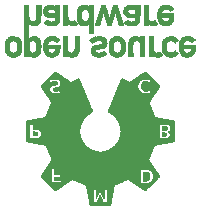
<source format=gbo>
G04 #@! TF.GenerationSoftware,KiCad,Pcbnew,5.0.2-bee76a0~70~ubuntu16.04.1*
G04 #@! TF.CreationDate,2019-02-21T16:48:33+05:30*
G04 #@! TF.ProjectId,senseBe_rev2,73656e73-6542-4655-9f72-6576322e6b69,rev?*
G04 #@! TF.SameCoordinates,Original*
G04 #@! TF.FileFunction,Legend,Bot*
G04 #@! TF.FilePolarity,Positive*
%FSLAX46Y46*%
G04 Gerber Fmt 4.6, Leading zero omitted, Abs format (unit mm)*
G04 Created by KiCad (PCBNEW 5.0.2-bee76a0~70~ubuntu16.04.1) date Thu Feb 21 16:48:33 2019*
%MOMM*%
%LPD*%
G01*
G04 APERTURE LIST*
%ADD10C,0.010000*%
G04 APERTURE END LIST*
D10*
G04 #@! TO.C,G\002A\002A\002A*
G36*
X50364729Y-25860771D02*
X50387453Y-25839458D01*
X50382791Y-25827206D01*
X50379832Y-25827000D01*
X50361929Y-25842034D01*
X50355395Y-25851437D01*
X50352900Y-25865921D01*
X50364729Y-25860771D01*
X50364729Y-25860771D01*
G37*
X50364729Y-25860771D02*
X50387453Y-25839458D01*
X50382791Y-25827206D01*
X50379832Y-25827000D01*
X50361929Y-25842034D01*
X50355395Y-25851437D01*
X50352900Y-25865921D01*
X50364729Y-25860771D01*
G36*
X50473833Y-25752916D02*
X50463250Y-25742333D01*
X50452667Y-25752916D01*
X50463250Y-25763500D01*
X50473833Y-25752916D01*
X50473833Y-25752916D01*
G37*
X50473833Y-25752916D02*
X50463250Y-25742333D01*
X50452667Y-25752916D01*
X50463250Y-25763500D01*
X50473833Y-25752916D01*
G36*
X50473833Y-25012083D02*
X50463250Y-25001500D01*
X50452667Y-25012083D01*
X50463250Y-25022666D01*
X50473833Y-25012083D01*
X50473833Y-25012083D01*
G37*
X50473833Y-25012083D02*
X50463250Y-25001500D01*
X50452667Y-25012083D01*
X50463250Y-25022666D01*
X50473833Y-25012083D01*
G36*
X49938234Y-25755916D02*
X49983872Y-25749912D01*
X49997168Y-25741661D01*
X50005733Y-25733273D01*
X50032614Y-25737058D01*
X50064069Y-25740422D01*
X50062061Y-25722780D01*
X50061123Y-25721230D01*
X50055426Y-25703507D01*
X50069963Y-25709530D01*
X50101772Y-25707792D01*
X50141462Y-25682047D01*
X50175513Y-25644811D01*
X50190402Y-25608602D01*
X50188949Y-25599375D01*
X50189883Y-25581362D01*
X50202506Y-25585956D01*
X50218162Y-25586659D01*
X50213511Y-25565889D01*
X50209761Y-25536481D01*
X50216689Y-25530666D01*
X50224247Y-25511279D01*
X50228757Y-25460118D01*
X50229369Y-25387688D01*
X50229117Y-25377208D01*
X50226264Y-25281485D01*
X50223315Y-25220981D01*
X50219034Y-25188595D01*
X50212184Y-25177228D01*
X50201531Y-25179781D01*
X50195396Y-25183438D01*
X50181011Y-25186045D01*
X50187030Y-25172537D01*
X50185292Y-25140728D01*
X50159547Y-25101037D01*
X50122311Y-25066987D01*
X50086102Y-25052098D01*
X50076875Y-25053550D01*
X50058854Y-25052585D01*
X50063294Y-25040256D01*
X50062208Y-25024462D01*
X50032614Y-25027942D01*
X50001296Y-25031150D01*
X49997168Y-25023338D01*
X49983339Y-25014962D01*
X49937237Y-25009010D01*
X49870197Y-25006791D01*
X49733000Y-25006791D01*
X49733000Y-25087545D01*
X50119189Y-25087545D01*
X50122085Y-25086166D01*
X50141401Y-25101067D01*
X50145750Y-25107333D01*
X50151144Y-25127122D01*
X50148248Y-25128500D01*
X50128932Y-25113599D01*
X50124583Y-25107333D01*
X50119189Y-25087545D01*
X49733000Y-25087545D01*
X49733000Y-25672766D01*
X50117412Y-25672766D01*
X50122562Y-25660937D01*
X50143875Y-25638214D01*
X50156127Y-25642875D01*
X50156333Y-25645834D01*
X50141299Y-25663737D01*
X50131896Y-25670271D01*
X50117412Y-25672766D01*
X49733000Y-25672766D01*
X49733000Y-25758208D01*
X49870197Y-25758208D01*
X49938234Y-25755916D01*
X49938234Y-25755916D01*
G37*
X49938234Y-25755916D02*
X49983872Y-25749912D01*
X49997168Y-25741661D01*
X50005733Y-25733273D01*
X50032614Y-25737058D01*
X50064069Y-25740422D01*
X50062061Y-25722780D01*
X50061123Y-25721230D01*
X50055426Y-25703507D01*
X50069963Y-25709530D01*
X50101772Y-25707792D01*
X50141462Y-25682047D01*
X50175513Y-25644811D01*
X50190402Y-25608602D01*
X50188949Y-25599375D01*
X50189883Y-25581362D01*
X50202506Y-25585956D01*
X50218162Y-25586659D01*
X50213511Y-25565889D01*
X50209761Y-25536481D01*
X50216689Y-25530666D01*
X50224247Y-25511279D01*
X50228757Y-25460118D01*
X50229369Y-25387688D01*
X50229117Y-25377208D01*
X50226264Y-25281485D01*
X50223315Y-25220981D01*
X50219034Y-25188595D01*
X50212184Y-25177228D01*
X50201531Y-25179781D01*
X50195396Y-25183438D01*
X50181011Y-25186045D01*
X50187030Y-25172537D01*
X50185292Y-25140728D01*
X50159547Y-25101037D01*
X50122311Y-25066987D01*
X50086102Y-25052098D01*
X50076875Y-25053550D01*
X50058854Y-25052585D01*
X50063294Y-25040256D01*
X50062208Y-25024462D01*
X50032614Y-25027942D01*
X50001296Y-25031150D01*
X49997168Y-25023338D01*
X49983339Y-25014962D01*
X49937237Y-25009010D01*
X49870197Y-25006791D01*
X49733000Y-25006791D01*
X49733000Y-25087545D01*
X50119189Y-25087545D01*
X50122085Y-25086166D01*
X50141401Y-25101067D01*
X50145750Y-25107333D01*
X50151144Y-25127122D01*
X50148248Y-25128500D01*
X50128932Y-25113599D01*
X50124583Y-25107333D01*
X50119189Y-25087545D01*
X49733000Y-25087545D01*
X49733000Y-25672766D01*
X50117412Y-25672766D01*
X50122562Y-25660937D01*
X50143875Y-25638214D01*
X50156127Y-25642875D01*
X50156333Y-25645834D01*
X50141299Y-25663737D01*
X50131896Y-25670271D01*
X50117412Y-25672766D01*
X49733000Y-25672766D01*
X49733000Y-25758208D01*
X49870197Y-25758208D01*
X49938234Y-25755916D01*
G36*
X50382526Y-24924327D02*
X50378583Y-24916833D01*
X50358640Y-24896619D01*
X50354918Y-24895666D01*
X50353474Y-24909339D01*
X50357417Y-24916833D01*
X50377360Y-24937047D01*
X50381082Y-24938000D01*
X50382526Y-24924327D01*
X50382526Y-24924327D01*
G37*
X50382526Y-24924327D02*
X50378583Y-24916833D01*
X50358640Y-24896619D01*
X50354918Y-24895666D01*
X50353474Y-24909339D01*
X50357417Y-24916833D01*
X50377360Y-24937047D01*
X50381082Y-24938000D01*
X50382526Y-24924327D01*
G36*
X51490564Y-21949843D02*
X51566558Y-21945383D01*
X51625152Y-21936267D01*
X51654169Y-21924428D01*
X51654599Y-21923838D01*
X51666408Y-21883750D01*
X51671333Y-21822895D01*
X51669242Y-21760304D01*
X51660004Y-21715010D01*
X51656090Y-21707982D01*
X51627231Y-21696008D01*
X51568553Y-21686705D01*
X51492561Y-21682031D01*
X51489890Y-21681978D01*
X51341667Y-21679240D01*
X51341667Y-21952593D01*
X51490564Y-21949843D01*
X51490564Y-21949843D01*
G37*
X51490564Y-21949843D02*
X51566558Y-21945383D01*
X51625152Y-21936267D01*
X51654169Y-21924428D01*
X51654599Y-21923838D01*
X51666408Y-21883750D01*
X51671333Y-21822895D01*
X51669242Y-21760304D01*
X51660004Y-21715010D01*
X51656090Y-21707982D01*
X51627231Y-21696008D01*
X51568553Y-21686705D01*
X51492561Y-21682031D01*
X51489890Y-21681978D01*
X51341667Y-21679240D01*
X51341667Y-21952593D01*
X51490564Y-21949843D01*
G36*
X51500041Y-21463258D02*
X51599054Y-21457403D01*
X51662984Y-21440983D01*
X51698720Y-21408937D01*
X51713151Y-21356203D01*
X51714309Y-21305865D01*
X51707754Y-21237034D01*
X51687293Y-21192674D01*
X51645351Y-21167355D01*
X51574350Y-21155646D01*
X51500496Y-21152584D01*
X51341667Y-21149565D01*
X51341667Y-21178325D01*
X51638000Y-21178325D01*
X51648296Y-21171989D01*
X51676434Y-21199180D01*
X51683033Y-21207375D01*
X51701339Y-21232447D01*
X51690378Y-21227191D01*
X51675042Y-21215366D01*
X51645727Y-21189255D01*
X51638000Y-21178325D01*
X51341667Y-21178325D01*
X51341667Y-21445339D01*
X51639386Y-21445339D01*
X51644642Y-21434378D01*
X51656467Y-21419041D01*
X51687362Y-21386134D01*
X51701152Y-21386277D01*
X51701500Y-21389991D01*
X51687035Y-21407660D01*
X51664458Y-21427033D01*
X51639386Y-21445339D01*
X51341667Y-21445339D01*
X51341667Y-21466268D01*
X51500041Y-21463258D01*
X51500041Y-21463258D01*
G37*
X51500041Y-21463258D02*
X51599054Y-21457403D01*
X51662984Y-21440983D01*
X51698720Y-21408937D01*
X51713151Y-21356203D01*
X51714309Y-21305865D01*
X51707754Y-21237034D01*
X51687293Y-21192674D01*
X51645351Y-21167355D01*
X51574350Y-21155646D01*
X51500496Y-21152584D01*
X51341667Y-21149565D01*
X51341667Y-21178325D01*
X51638000Y-21178325D01*
X51648296Y-21171989D01*
X51676434Y-21199180D01*
X51683033Y-21207375D01*
X51701339Y-21232447D01*
X51690378Y-21227191D01*
X51675042Y-21215366D01*
X51645727Y-21189255D01*
X51638000Y-21178325D01*
X51341667Y-21178325D01*
X51341667Y-21445339D01*
X51639386Y-21445339D01*
X51644642Y-21434378D01*
X51656467Y-21419041D01*
X51687362Y-21386134D01*
X51701152Y-21386277D01*
X51701500Y-21389991D01*
X51687035Y-21407660D01*
X51664458Y-21427033D01*
X51639386Y-21445339D01*
X51341667Y-21445339D01*
X51341667Y-21466268D01*
X51500041Y-21463258D01*
G36*
X51934333Y-21032750D02*
X51923750Y-21022166D01*
X51913167Y-21032750D01*
X51923750Y-21043333D01*
X51934333Y-21032750D01*
X51934333Y-21032750D01*
G37*
X51934333Y-21032750D02*
X51923750Y-21022166D01*
X51913167Y-21032750D01*
X51923750Y-21043333D01*
X51934333Y-21032750D01*
G36*
X40516097Y-21928514D02*
X40612659Y-21921895D01*
X40674785Y-21904548D01*
X40710085Y-21870627D01*
X40726175Y-21814285D01*
X40729887Y-21764317D01*
X40726292Y-21691572D01*
X40704878Y-21643309D01*
X40659099Y-21614533D01*
X40582410Y-21600250D01*
X40509625Y-21596277D01*
X40377333Y-21592550D01*
X40377333Y-21646583D01*
X40673667Y-21646583D01*
X40684250Y-21636000D01*
X40694833Y-21646583D01*
X40684250Y-21657166D01*
X40673667Y-21646583D01*
X40377333Y-21646583D01*
X40377333Y-21879416D01*
X40673667Y-21879416D01*
X40684250Y-21868833D01*
X40694833Y-21879416D01*
X40684250Y-21890000D01*
X40673667Y-21879416D01*
X40377333Y-21879416D01*
X40377333Y-21932337D01*
X40516097Y-21928514D01*
X40516097Y-21928514D01*
G37*
X40516097Y-21928514D02*
X40612659Y-21921895D01*
X40674785Y-21904548D01*
X40710085Y-21870627D01*
X40726175Y-21814285D01*
X40729887Y-21764317D01*
X40726292Y-21691572D01*
X40704878Y-21643309D01*
X40659099Y-21614533D01*
X40582410Y-21600250D01*
X40509625Y-21596277D01*
X40377333Y-21592550D01*
X40377333Y-21646583D01*
X40673667Y-21646583D01*
X40684250Y-21636000D01*
X40694833Y-21646583D01*
X40684250Y-21657166D01*
X40673667Y-21646583D01*
X40377333Y-21646583D01*
X40377333Y-21879416D01*
X40673667Y-21879416D01*
X40684250Y-21868833D01*
X40694833Y-21879416D01*
X40684250Y-21890000D01*
X40673667Y-21879416D01*
X40377333Y-21879416D01*
X40377333Y-21932337D01*
X40516097Y-21928514D01*
G36*
X49430024Y-18217045D02*
X49418200Y-18201708D01*
X49387305Y-18168801D01*
X49373514Y-18168944D01*
X49373167Y-18172658D01*
X49387631Y-18190327D01*
X49410208Y-18209700D01*
X49435280Y-18228006D01*
X49430024Y-18217045D01*
X49430024Y-18217045D01*
G37*
X49430024Y-18217045D02*
X49418200Y-18201708D01*
X49387305Y-18168801D01*
X49373514Y-18168944D01*
X49373167Y-18172658D01*
X49387631Y-18190327D01*
X49410208Y-18209700D01*
X49435280Y-18228006D01*
X49430024Y-18217045D01*
G36*
X49384288Y-17311357D02*
X49399625Y-17299533D01*
X49428940Y-17273422D01*
X49436667Y-17262491D01*
X49426370Y-17256156D01*
X49398232Y-17283346D01*
X49391633Y-17291541D01*
X49373327Y-17316613D01*
X49384288Y-17311357D01*
X49384288Y-17311357D01*
G37*
X49384288Y-17311357D02*
X49399625Y-17299533D01*
X49428940Y-17273422D01*
X49436667Y-17262491D01*
X49426370Y-17256156D01*
X49398232Y-17283346D01*
X49391633Y-17291541D01*
X49373327Y-17316613D01*
X49384288Y-17311357D01*
G36*
X53197692Y-14848994D02*
X53193750Y-14841500D01*
X53173806Y-14821286D01*
X53170085Y-14820333D01*
X53168641Y-14834006D01*
X53172583Y-14841500D01*
X53192527Y-14861714D01*
X53196248Y-14862666D01*
X53197692Y-14848994D01*
X53197692Y-14848994D01*
G37*
X53197692Y-14848994D02*
X53193750Y-14841500D01*
X53173806Y-14821286D01*
X53170085Y-14820333D01*
X53168641Y-14834006D01*
X53172583Y-14841500D01*
X53192527Y-14861714D01*
X53196248Y-14862666D01*
X53197692Y-14848994D01*
G36*
X53712333Y-14788583D02*
X53701750Y-14778000D01*
X53691167Y-14788583D01*
X53701750Y-14799166D01*
X53712333Y-14788583D01*
X53712333Y-14788583D01*
G37*
X53712333Y-14788583D02*
X53701750Y-14778000D01*
X53691167Y-14788583D01*
X53701750Y-14799166D01*
X53712333Y-14788583D01*
G36*
X47271024Y-14830378D02*
X47259200Y-14815041D01*
X47228305Y-14782134D01*
X47214514Y-14782277D01*
X47214167Y-14785991D01*
X47228631Y-14803660D01*
X47251208Y-14823033D01*
X47276280Y-14841339D01*
X47271024Y-14830378D01*
X47271024Y-14830378D01*
G37*
X47271024Y-14830378D02*
X47259200Y-14815041D01*
X47228305Y-14782134D01*
X47214514Y-14782277D01*
X47214167Y-14785991D01*
X47228631Y-14803660D01*
X47251208Y-14823033D01*
X47276280Y-14841339D01*
X47271024Y-14830378D01*
G36*
X47225288Y-14009357D02*
X47240625Y-13997533D01*
X47269940Y-13971422D01*
X47277667Y-13960491D01*
X47267370Y-13954156D01*
X47239232Y-13981346D01*
X47232633Y-13989541D01*
X47214327Y-14014613D01*
X47225288Y-14009357D01*
X47225288Y-14009357D01*
G37*
X47225288Y-14009357D02*
X47240625Y-13997533D01*
X47269940Y-13971422D01*
X47277667Y-13960491D01*
X47267370Y-13954156D01*
X47239232Y-13981346D01*
X47232633Y-13989541D01*
X47214327Y-14014613D01*
X47225288Y-14009357D01*
G36*
X41753167Y-14873250D02*
X41742583Y-14862666D01*
X41732000Y-14873250D01*
X41742583Y-14883833D01*
X41753167Y-14873250D01*
X41753167Y-14873250D01*
G37*
X41753167Y-14873250D02*
X41742583Y-14862666D01*
X41732000Y-14873250D01*
X41742583Y-14883833D01*
X41753167Y-14873250D01*
G36*
X42173229Y-14854104D02*
X42195953Y-14832792D01*
X42191291Y-14820539D01*
X42188332Y-14820333D01*
X42170429Y-14835367D01*
X42163895Y-14844770D01*
X42161400Y-14859255D01*
X42173229Y-14854104D01*
X42173229Y-14854104D01*
G37*
X42173229Y-14854104D02*
X42195953Y-14832792D01*
X42191291Y-14820539D01*
X42188332Y-14820333D01*
X42170429Y-14835367D01*
X42163895Y-14844770D01*
X42161400Y-14859255D01*
X42173229Y-14854104D01*
G36*
X38934729Y-14832938D02*
X38957274Y-14813262D01*
X38959167Y-14808501D01*
X38949121Y-14799801D01*
X38928207Y-14819295D01*
X38925395Y-14823604D01*
X38922900Y-14838088D01*
X38934729Y-14832938D01*
X38934729Y-14832938D01*
G37*
X38934729Y-14832938D02*
X38957274Y-14813262D01*
X38959167Y-14808501D01*
X38949121Y-14799801D01*
X38928207Y-14819295D01*
X38925395Y-14823604D01*
X38922900Y-14838088D01*
X38934729Y-14832938D01*
G36*
X38952526Y-13981161D02*
X38948583Y-13973666D01*
X38928640Y-13953452D01*
X38924918Y-13952500D01*
X38923474Y-13966172D01*
X38927417Y-13973666D01*
X38947360Y-13993881D01*
X38951082Y-13994833D01*
X38952526Y-13981161D01*
X38952526Y-13981161D01*
G37*
X38952526Y-13981161D02*
X38948583Y-13973666D01*
X38928640Y-13953452D01*
X38924918Y-13952500D01*
X38923474Y-13966172D01*
X38927417Y-13973666D01*
X38947360Y-13993881D01*
X38951082Y-13994833D01*
X38952526Y-13981161D01*
G36*
X51825229Y-12208271D02*
X51847953Y-12186958D01*
X51843291Y-12174706D01*
X51840332Y-12174500D01*
X51822429Y-12189534D01*
X51815895Y-12198937D01*
X51813400Y-12213421D01*
X51825229Y-12208271D01*
X51825229Y-12208271D01*
G37*
X51825229Y-12208271D02*
X51847953Y-12186958D01*
X51843291Y-12174706D01*
X51840332Y-12174500D01*
X51822429Y-12189534D01*
X51815895Y-12198937D01*
X51813400Y-12213421D01*
X51825229Y-12208271D01*
G36*
X48441833Y-11550083D02*
X48431250Y-11539500D01*
X48420667Y-11550083D01*
X48431250Y-11560666D01*
X48441833Y-11550083D01*
X48441833Y-11550083D01*
G37*
X48441833Y-11550083D02*
X48431250Y-11539500D01*
X48420667Y-11550083D01*
X48431250Y-11560666D01*
X48441833Y-11550083D01*
G36*
X48417396Y-11298104D02*
X48440119Y-11276792D01*
X48435458Y-11264539D01*
X48432499Y-11264333D01*
X48414596Y-11279367D01*
X48408062Y-11288770D01*
X48405567Y-11303255D01*
X48417396Y-11298104D01*
X48417396Y-11298104D01*
G37*
X48417396Y-11298104D02*
X48440119Y-11276792D01*
X48435458Y-11264539D01*
X48432499Y-11264333D01*
X48414596Y-11279367D01*
X48408062Y-11288770D01*
X48405567Y-11303255D01*
X48417396Y-11298104D01*
G36*
X44991667Y-12206250D02*
X44981083Y-12195666D01*
X44970500Y-12206250D01*
X44981083Y-12216833D01*
X44991667Y-12206250D01*
X44991667Y-12206250D01*
G37*
X44991667Y-12206250D02*
X44981083Y-12195666D01*
X44970500Y-12206250D01*
X44981083Y-12216833D01*
X44991667Y-12206250D01*
G36*
X45027359Y-11314161D02*
X45023417Y-11306666D01*
X45003473Y-11286452D01*
X44999751Y-11285500D01*
X44998307Y-11299172D01*
X45002250Y-11306666D01*
X45022193Y-11326881D01*
X45025915Y-11327833D01*
X45027359Y-11314161D01*
X45027359Y-11314161D01*
G37*
X45027359Y-11314161D02*
X45023417Y-11306666D01*
X45003473Y-11286452D01*
X44999751Y-11285500D01*
X44998307Y-11299172D01*
X45002250Y-11306666D01*
X45022193Y-11326881D01*
X45025915Y-11327833D01*
X45027359Y-11314161D01*
G36*
X44565063Y-11319271D02*
X44587786Y-11297958D01*
X44583125Y-11285706D01*
X44580166Y-11285500D01*
X44562263Y-11300534D01*
X44555729Y-11309937D01*
X44553234Y-11324421D01*
X44565063Y-11319271D01*
X44565063Y-11319271D01*
G37*
X44565063Y-11319271D02*
X44587786Y-11297958D01*
X44583125Y-11285706D01*
X44580166Y-11285500D01*
X44562263Y-11300534D01*
X44555729Y-11309937D01*
X44553234Y-11324421D01*
X44565063Y-11319271D01*
G36*
X42218833Y-11274916D02*
X42208250Y-11264333D01*
X42197667Y-11274916D01*
X42208250Y-11285500D01*
X42218833Y-11274916D01*
X42218833Y-11274916D01*
G37*
X42218833Y-11274916D02*
X42208250Y-11264333D01*
X42197667Y-11274916D01*
X42208250Y-11285500D01*
X42218833Y-11274916D01*
G36*
X40589000Y-14830916D02*
X40578417Y-14820333D01*
X40567833Y-14830916D01*
X40578417Y-14841500D01*
X40589000Y-14830916D01*
X40589000Y-14830916D01*
G37*
X40589000Y-14830916D02*
X40578417Y-14820333D01*
X40567833Y-14830916D01*
X40578417Y-14841500D01*
X40589000Y-14830916D01*
G36*
X40589000Y-13963083D02*
X40578417Y-13952500D01*
X40567833Y-13963083D01*
X40578417Y-13973666D01*
X40589000Y-13963083D01*
X40589000Y-13963083D01*
G37*
X40589000Y-13963083D02*
X40578417Y-13952500D01*
X40567833Y-13963083D01*
X40578417Y-13973666D01*
X40589000Y-13963083D01*
G36*
X47383500Y-20397750D02*
X47372917Y-20387166D01*
X47362333Y-20397750D01*
X47372917Y-20408333D01*
X47383500Y-20397750D01*
X47383500Y-20397750D01*
G37*
X47383500Y-20397750D02*
X47372917Y-20387166D01*
X47362333Y-20397750D01*
X47372917Y-20408333D01*
X47383500Y-20397750D01*
G36*
X44758833Y-20397750D02*
X44748250Y-20387166D01*
X44737667Y-20397750D01*
X44748250Y-20408333D01*
X44758833Y-20397750D01*
X44758833Y-20397750D01*
G37*
X44758833Y-20397750D02*
X44748250Y-20387166D01*
X44737667Y-20397750D01*
X44748250Y-20408333D01*
X44758833Y-20397750D01*
G36*
X46274748Y-27816525D02*
X46450398Y-27816003D01*
X46591348Y-27814951D01*
X46701416Y-27813221D01*
X46784419Y-27810664D01*
X46844173Y-27807133D01*
X46884495Y-27802478D01*
X46909201Y-27796551D01*
X46922110Y-27789204D01*
X46926221Y-27783006D01*
X46930238Y-27741410D01*
X46925215Y-27726819D01*
X46924473Y-27714573D01*
X46938573Y-27721153D01*
X46956270Y-27723185D01*
X46958759Y-27693092D01*
X46956093Y-27671507D01*
X46954837Y-27625992D01*
X46964963Y-27605140D01*
X46966235Y-27605000D01*
X46977550Y-27586975D01*
X46977114Y-27543529D01*
X46976982Y-27542618D01*
X46976011Y-27501686D01*
X46987530Y-27492426D01*
X46988007Y-27492708D01*
X46999661Y-27484261D01*
X46999103Y-27443446D01*
X46998590Y-27439791D01*
X46997158Y-27397128D01*
X47008053Y-27386258D01*
X47009174Y-27386874D01*
X47020762Y-27378358D01*
X47020216Y-27337317D01*
X47019593Y-27332840D01*
X47018337Y-27287325D01*
X47028463Y-27266473D01*
X47029735Y-27266333D01*
X47041050Y-27248308D01*
X47040614Y-27204862D01*
X47040482Y-27203951D01*
X47039511Y-27163019D01*
X47051030Y-27153760D01*
X47051507Y-27154041D01*
X47063161Y-27145594D01*
X47062603Y-27104780D01*
X47062090Y-27101124D01*
X47060658Y-27058462D01*
X47071553Y-27047591D01*
X47072674Y-27048208D01*
X47084262Y-27039691D01*
X47083716Y-26998650D01*
X47083093Y-26994173D01*
X47081837Y-26948658D01*
X47091963Y-26927806D01*
X47093235Y-26927667D01*
X47104550Y-26909641D01*
X47104114Y-26866195D01*
X47103982Y-26865284D01*
X47103011Y-26824352D01*
X47114530Y-26815093D01*
X47115007Y-26815374D01*
X47126595Y-26806858D01*
X47126049Y-26765817D01*
X47125426Y-26761340D01*
X47124170Y-26715825D01*
X47134296Y-26694973D01*
X47135568Y-26694833D01*
X47146883Y-26676808D01*
X47146447Y-26633362D01*
X47146316Y-26632451D01*
X47145345Y-26591519D01*
X47156864Y-26582260D01*
X47157340Y-26582541D01*
X47168994Y-26574094D01*
X47168436Y-26533280D01*
X47167924Y-26529624D01*
X47166492Y-26486962D01*
X47177386Y-26476091D01*
X47178507Y-26476708D01*
X47190095Y-26468191D01*
X47189549Y-26427150D01*
X47188926Y-26422673D01*
X47187670Y-26377158D01*
X47197796Y-26356306D01*
X47199068Y-26356167D01*
X47210383Y-26338141D01*
X47209947Y-26294695D01*
X47209816Y-26293784D01*
X47208332Y-26253604D01*
X47217275Y-26241721D01*
X47217996Y-26242117D01*
X47232213Y-26234212D01*
X47235333Y-26213959D01*
X47247153Y-26166601D01*
X47266336Y-26130823D01*
X47284660Y-26092691D01*
X47282856Y-26072078D01*
X47286768Y-26066564D01*
X47308242Y-26072895D01*
X47335778Y-26078153D01*
X47332956Y-26063673D01*
X47332240Y-26048119D01*
X47354123Y-26053089D01*
X47378757Y-26057210D01*
X47373118Y-26038993D01*
X47367283Y-26020939D01*
X47380419Y-26026179D01*
X47415554Y-26033616D01*
X47453181Y-26025019D01*
X47476513Y-26006485D01*
X47475787Y-25991539D01*
X47474805Y-25978703D01*
X47486252Y-25983846D01*
X47519378Y-25990576D01*
X47557714Y-25983674D01*
X47583760Y-25968271D01*
X47585118Y-25954866D01*
X47590892Y-25939690D01*
X47600686Y-25938557D01*
X47662732Y-25936174D01*
X47692141Y-25924549D01*
X47691893Y-25914056D01*
X47696710Y-25897527D01*
X47706519Y-25896224D01*
X47769694Y-25893609D01*
X47797681Y-25880841D01*
X47796400Y-25869576D01*
X47799985Y-25857894D01*
X47819789Y-25862589D01*
X47844424Y-25866710D01*
X47838785Y-25848493D01*
X47832950Y-25830439D01*
X47846085Y-25835679D01*
X47879211Y-25842409D01*
X47917548Y-25835508D01*
X47943593Y-25820104D01*
X47944952Y-25806699D01*
X47950725Y-25791524D01*
X47960519Y-25790391D01*
X48022566Y-25788007D01*
X48051975Y-25776383D01*
X48051727Y-25765890D01*
X48056543Y-25749360D01*
X48066353Y-25748057D01*
X48128399Y-25745674D01*
X48157808Y-25734049D01*
X48157560Y-25723556D01*
X48162376Y-25707027D01*
X48172186Y-25705724D01*
X48235360Y-25703109D01*
X48263348Y-25690341D01*
X48262066Y-25679076D01*
X48265652Y-25667394D01*
X48285456Y-25672089D01*
X48309968Y-25675327D01*
X48309879Y-25666555D01*
X48318713Y-25652932D01*
X48355532Y-25644643D01*
X48406263Y-25642201D01*
X48456832Y-25646120D01*
X48493168Y-25656914D01*
X48497225Y-25659721D01*
X48531589Y-25673036D01*
X48545277Y-25669727D01*
X48572864Y-25672530D01*
X48581224Y-25681758D01*
X48583554Y-25696895D01*
X48566812Y-25690850D01*
X48560352Y-25691318D01*
X48582499Y-25712567D01*
X48590000Y-25718859D01*
X48608325Y-25731750D01*
X48632333Y-25731750D01*
X48642917Y-25721166D01*
X48653500Y-25731750D01*
X48642917Y-25742333D01*
X48632333Y-25731750D01*
X48608325Y-25731750D01*
X48643228Y-25756303D01*
X48685226Y-25767334D01*
X48701125Y-25766006D01*
X48712494Y-25779621D01*
X48711708Y-25789958D01*
X48723920Y-25810911D01*
X48742628Y-25813615D01*
X48771078Y-25822360D01*
X48774378Y-25834782D01*
X48787397Y-25853683D01*
X48806128Y-25855948D01*
X48834578Y-25864694D01*
X48837878Y-25877115D01*
X48850953Y-25895887D01*
X48870230Y-25898181D01*
X48895939Y-25903652D01*
X48896096Y-25912994D01*
X48902029Y-25934556D01*
X48931246Y-25954646D01*
X48965493Y-25963605D01*
X48982194Y-25958547D01*
X48989104Y-25958609D01*
X48983728Y-25969875D01*
X48985385Y-25993346D01*
X49020327Y-26000810D01*
X49039791Y-25998840D01*
X49051161Y-26012454D01*
X49050375Y-26022792D01*
X49062587Y-26043745D01*
X49081295Y-26046448D01*
X49109745Y-26055194D01*
X49113045Y-26067615D01*
X49126064Y-26086516D01*
X49144795Y-26088782D01*
X49173245Y-26097527D01*
X49176545Y-26109948D01*
X49189620Y-26128720D01*
X49208897Y-26131015D01*
X49234605Y-26136486D01*
X49234763Y-26145828D01*
X49241611Y-26166766D01*
X49270700Y-26188441D01*
X49303679Y-26199573D01*
X49317467Y-26196672D01*
X49322205Y-26198076D01*
X49320079Y-26201115D01*
X49327295Y-26220707D01*
X49349820Y-26239750D01*
X49373167Y-26239750D01*
X49383750Y-26229166D01*
X49394333Y-26239750D01*
X49383750Y-26250333D01*
X49373167Y-26239750D01*
X49349820Y-26239750D01*
X49358447Y-26247043D01*
X49398472Y-26270394D01*
X49432307Y-26281034D01*
X49441162Y-26279305D01*
X49453748Y-26284761D01*
X49453066Y-26296385D01*
X49464770Y-26318629D01*
X49483461Y-26321615D01*
X49511912Y-26330360D01*
X49515211Y-26342782D01*
X49528231Y-26361683D01*
X49546961Y-26363948D01*
X49575412Y-26372694D01*
X49578711Y-26385115D01*
X49591864Y-26405646D01*
X49609798Y-26409353D01*
X49650801Y-26419898D01*
X49662714Y-26428622D01*
X49663917Y-26437768D01*
X49648333Y-26431807D01*
X49640531Y-26432165D01*
X49661853Y-26453258D01*
X49669500Y-26459692D01*
X49687825Y-26472583D01*
X49711833Y-26472583D01*
X49722417Y-26462000D01*
X49733000Y-26472583D01*
X49722417Y-26483166D01*
X49711833Y-26472583D01*
X49687825Y-26472583D01*
X49722728Y-26497136D01*
X49764726Y-26508167D01*
X49780625Y-26506840D01*
X49791994Y-26520454D01*
X49791208Y-26530792D01*
X49805621Y-26552083D01*
X49847536Y-26564277D01*
X49865723Y-26563795D01*
X49887394Y-26556546D01*
X49909613Y-26543362D01*
X49902333Y-26536083D01*
X49912917Y-26525500D01*
X49922188Y-26534771D01*
X49953484Y-26510814D01*
X50004051Y-26466867D01*
X50070398Y-26405223D01*
X50155597Y-26323151D01*
X50262724Y-26217917D01*
X50394851Y-26086790D01*
X50478573Y-26003360D01*
X50648901Y-25832896D01*
X50789717Y-25690663D01*
X50902040Y-25575565D01*
X50986889Y-25486506D01*
X51045283Y-25422391D01*
X51078240Y-25382125D01*
X51086779Y-25364612D01*
X51071919Y-25368757D01*
X51065015Y-25372834D01*
X51047250Y-25376396D01*
X51052244Y-25352689D01*
X51054991Y-25313442D01*
X51042503Y-25272384D01*
X51021754Y-25245323D01*
X51004328Y-25244096D01*
X50990904Y-25236812D01*
X50989515Y-25218230D01*
X50981000Y-25189400D01*
X50968448Y-25185878D01*
X50949547Y-25172859D01*
X50947282Y-25154128D01*
X50936794Y-25126400D01*
X50922052Y-25123733D01*
X50903090Y-25119301D01*
X50904971Y-25111829D01*
X50902729Y-25085232D01*
X50883619Y-25046008D01*
X50857369Y-25009222D01*
X50833705Y-24989935D01*
X50826782Y-24990746D01*
X50820449Y-24990935D01*
X50822338Y-24988133D01*
X50822637Y-24961410D01*
X50805776Y-24927815D01*
X50783038Y-24905699D01*
X50771494Y-24905429D01*
X50758071Y-24898145D01*
X50756681Y-24879564D01*
X50748166Y-24850733D01*
X50735615Y-24847211D01*
X50716714Y-24834192D01*
X50714448Y-24815461D01*
X50705703Y-24787011D01*
X50693282Y-24783711D01*
X50674380Y-24770692D01*
X50672115Y-24751961D01*
X50662297Y-24723955D01*
X50648458Y-24721041D01*
X50625713Y-24716345D01*
X50624506Y-24710458D01*
X50621656Y-24668713D01*
X50594824Y-24621470D01*
X50577359Y-24599333D01*
X50552666Y-24572516D01*
X50547582Y-24573969D01*
X50549473Y-24578166D01*
X50554670Y-24597201D01*
X50546288Y-24592548D01*
X50529263Y-24557834D01*
X50527020Y-24539631D01*
X50515361Y-24511499D01*
X50502782Y-24508545D01*
X50483880Y-24495525D01*
X50481615Y-24476795D01*
X50472870Y-24448345D01*
X50460448Y-24445045D01*
X50441547Y-24432025D01*
X50439282Y-24413295D01*
X50428794Y-24385566D01*
X50414052Y-24382899D01*
X50395090Y-24378467D01*
X50396971Y-24370995D01*
X50394729Y-24344398D01*
X50375619Y-24305175D01*
X50349369Y-24268389D01*
X50325705Y-24249101D01*
X50318782Y-24249913D01*
X50312449Y-24250102D01*
X50314338Y-24247300D01*
X50314637Y-24220576D01*
X50297776Y-24186981D01*
X50275038Y-24164866D01*
X50263494Y-24164596D01*
X50250071Y-24157312D01*
X50248681Y-24138730D01*
X50240166Y-24109900D01*
X50227615Y-24106378D01*
X50208714Y-24093359D01*
X50206448Y-24074628D01*
X50196957Y-24046486D01*
X50183553Y-24043454D01*
X50167365Y-24033483D01*
X50171275Y-24013524D01*
X50173935Y-23990038D01*
X50165222Y-23990590D01*
X50151433Y-23981533D01*
X50145750Y-23943167D01*
X50150481Y-23903845D01*
X50161625Y-23893520D01*
X50175668Y-23884244D01*
X50182963Y-23841219D01*
X50183224Y-23800519D01*
X50195220Y-23784741D01*
X50204653Y-23788117D01*
X50217943Y-23786236D01*
X50213089Y-23765623D01*
X50209847Y-23740953D01*
X50220076Y-23742233D01*
X50238056Y-23735942D01*
X50246562Y-23692177D01*
X50246724Y-23652353D01*
X50258720Y-23636574D01*
X50268153Y-23639950D01*
X50281443Y-23638069D01*
X50276589Y-23617456D01*
X50273347Y-23592786D01*
X50283576Y-23594066D01*
X50301556Y-23587775D01*
X50310062Y-23544010D01*
X50310224Y-23504186D01*
X50322220Y-23488408D01*
X50331653Y-23491783D01*
X50344943Y-23489902D01*
X50340089Y-23469289D01*
X50336847Y-23444619D01*
X50347076Y-23445900D01*
X50365056Y-23439608D01*
X50373562Y-23395843D01*
X50373724Y-23356019D01*
X50385720Y-23340241D01*
X50395153Y-23343617D01*
X50408443Y-23341736D01*
X50403589Y-23321123D01*
X50400347Y-23296453D01*
X50410576Y-23297733D01*
X50428556Y-23291442D01*
X50437062Y-23247677D01*
X50437224Y-23207853D01*
X50446265Y-23190033D01*
X50452994Y-23191953D01*
X50470058Y-23182781D01*
X50488136Y-23147544D01*
X50501833Y-23102022D01*
X50505754Y-23061995D01*
X50502059Y-23048465D01*
X50502203Y-23036429D01*
X50510834Y-23040288D01*
X50530764Y-23032852D01*
X50551246Y-22999004D01*
X50566258Y-22954154D01*
X50569775Y-22913708D01*
X50565559Y-22900298D01*
X50565590Y-22888409D01*
X50575776Y-22893012D01*
X50598318Y-22887439D01*
X50612873Y-22854817D01*
X50634298Y-22804364D01*
X50655594Y-22777470D01*
X50675114Y-22748223D01*
X50673584Y-22734511D01*
X50679427Y-22725294D01*
X50698456Y-22729923D01*
X50723127Y-22733165D01*
X50721840Y-22722927D01*
X50729533Y-22710410D01*
X50771607Y-22711208D01*
X50774291Y-22711590D01*
X50816954Y-22713022D01*
X50827824Y-22702128D01*
X50827208Y-22701007D01*
X50835654Y-22689353D01*
X50876469Y-22689911D01*
X50880124Y-22690424D01*
X50922787Y-22691855D01*
X50933658Y-22680961D01*
X50933041Y-22679840D01*
X50941296Y-22668004D01*
X50981475Y-22668603D01*
X50982951Y-22668816D01*
X51026707Y-22669487D01*
X51045327Y-22658358D01*
X51045333Y-22658068D01*
X51063457Y-22647107D01*
X51107521Y-22647334D01*
X51111840Y-22647926D01*
X51155137Y-22649523D01*
X51166595Y-22638854D01*
X51165874Y-22637507D01*
X51174321Y-22625853D01*
X51215136Y-22626411D01*
X51218791Y-22626924D01*
X51261454Y-22628355D01*
X51272324Y-22617461D01*
X51271708Y-22616340D01*
X51279962Y-22604504D01*
X51320141Y-22605103D01*
X51321618Y-22605316D01*
X51365373Y-22605987D01*
X51383993Y-22594858D01*
X51384000Y-22594568D01*
X51402124Y-22583607D01*
X51446188Y-22583834D01*
X51450507Y-22584426D01*
X51493804Y-22586023D01*
X51505262Y-22575354D01*
X51504541Y-22574007D01*
X51512796Y-22562171D01*
X51552975Y-22562770D01*
X51554451Y-22562982D01*
X51598207Y-22563653D01*
X51616827Y-22552524D01*
X51616833Y-22552235D01*
X51634957Y-22541274D01*
X51679021Y-22541501D01*
X51683340Y-22542093D01*
X51726637Y-22543690D01*
X51738095Y-22533021D01*
X51737374Y-22531674D01*
X51745821Y-22520020D01*
X51786636Y-22520577D01*
X51790291Y-22521090D01*
X51832954Y-22522522D01*
X51843824Y-22511628D01*
X51843208Y-22510507D01*
X51851462Y-22498671D01*
X51891641Y-22499270D01*
X51893118Y-22499482D01*
X51936873Y-22500153D01*
X51955493Y-22489024D01*
X51955500Y-22488735D01*
X51973624Y-22477774D01*
X52017688Y-22478001D01*
X52022007Y-22478593D01*
X52065304Y-22480190D01*
X52076762Y-22469521D01*
X52076041Y-22468174D01*
X52084488Y-22456520D01*
X52125303Y-22457077D01*
X52128958Y-22457590D01*
X52172496Y-22459038D01*
X52181887Y-22447084D01*
X52181397Y-22446235D01*
X52188042Y-22433686D01*
X52223870Y-22435876D01*
X52262416Y-22437963D01*
X52264463Y-22422478D01*
X52264455Y-22407474D01*
X52286159Y-22412500D01*
X52312109Y-22415923D01*
X52308667Y-22389992D01*
X52305329Y-22365161D01*
X52315576Y-22366400D01*
X52321530Y-22349345D01*
X52326521Y-22290767D01*
X52330527Y-22191466D01*
X52333527Y-22052240D01*
X52335501Y-21873889D01*
X52336427Y-21657214D01*
X52336500Y-21567875D01*
X52336330Y-21358147D01*
X52335713Y-21186649D01*
X52334483Y-21049276D01*
X52332478Y-20941925D01*
X52329533Y-20860495D01*
X52325484Y-20800880D01*
X52320168Y-20758979D01*
X52313421Y-20730687D01*
X52305078Y-20711902D01*
X52302136Y-20707357D01*
X52260937Y-20670499D01*
X52208003Y-20667068D01*
X52168605Y-20667617D01*
X52160708Y-20655659D01*
X52152191Y-20644071D01*
X52111150Y-20644617D01*
X52106673Y-20645240D01*
X52061158Y-20646496D01*
X52040306Y-20636370D01*
X52040167Y-20635098D01*
X52022141Y-20623783D01*
X51978695Y-20624219D01*
X51977784Y-20624351D01*
X51936852Y-20625322D01*
X51927593Y-20613803D01*
X51927874Y-20613326D01*
X51919428Y-20601672D01*
X51878613Y-20602230D01*
X51874958Y-20602743D01*
X51832295Y-20604175D01*
X51821424Y-20593280D01*
X51822041Y-20592159D01*
X51813525Y-20580571D01*
X51772483Y-20581117D01*
X51768007Y-20581740D01*
X51722492Y-20582996D01*
X51701640Y-20572870D01*
X51701500Y-20571598D01*
X51683475Y-20560283D01*
X51640029Y-20560719D01*
X51639118Y-20560851D01*
X51598186Y-20561822D01*
X51588926Y-20550303D01*
X51589208Y-20549826D01*
X51580761Y-20538172D01*
X51539946Y-20538730D01*
X51536291Y-20539243D01*
X51493628Y-20540675D01*
X51482758Y-20529780D01*
X51483374Y-20528659D01*
X51474858Y-20517071D01*
X51433817Y-20517617D01*
X51429340Y-20518240D01*
X51383825Y-20519496D01*
X51362973Y-20509370D01*
X51362833Y-20508098D01*
X51344808Y-20496783D01*
X51301362Y-20497219D01*
X51300451Y-20497351D01*
X51259519Y-20498322D01*
X51250260Y-20486803D01*
X51250541Y-20486326D01*
X51242025Y-20474738D01*
X51200983Y-20475284D01*
X51196507Y-20475907D01*
X51150992Y-20477163D01*
X51130140Y-20467037D01*
X51130000Y-20465765D01*
X51111975Y-20454450D01*
X51068529Y-20454886D01*
X51067618Y-20455017D01*
X51026686Y-20455988D01*
X51017426Y-20444469D01*
X51017708Y-20443993D01*
X51009261Y-20432339D01*
X50968446Y-20432897D01*
X50964791Y-20433409D01*
X50922128Y-20434841D01*
X50911258Y-20423947D01*
X50911874Y-20422826D01*
X50903358Y-20411238D01*
X50862317Y-20411784D01*
X50857840Y-20412407D01*
X50812268Y-20414987D01*
X50791462Y-20408056D01*
X50791333Y-20407136D01*
X50773902Y-20390848D01*
X50734836Y-20373831D01*
X50693973Y-20363839D01*
X50680208Y-20363711D01*
X50666683Y-20351474D01*
X50666840Y-20350125D01*
X50667895Y-20304121D01*
X50658383Y-20273085D01*
X50645556Y-20269273D01*
X50629027Y-20264457D01*
X50627724Y-20254647D01*
X50625340Y-20192601D01*
X50613716Y-20163192D01*
X50603223Y-20163440D01*
X50586694Y-20158623D01*
X50585391Y-20148814D01*
X50583007Y-20086767D01*
X50571383Y-20057358D01*
X50560890Y-20057606D01*
X50544360Y-20052790D01*
X50543057Y-20042980D01*
X50540674Y-19980934D01*
X50529049Y-19951525D01*
X50518556Y-19951773D01*
X50502027Y-19946957D01*
X50500724Y-19937147D01*
X50498340Y-19875101D01*
X50486716Y-19845692D01*
X50476223Y-19845940D01*
X50459694Y-19841123D01*
X50458391Y-19831314D01*
X50456007Y-19769267D01*
X50444383Y-19739858D01*
X50433890Y-19740106D01*
X50417360Y-19735290D01*
X50416057Y-19725480D01*
X50413674Y-19663434D01*
X50402049Y-19634025D01*
X50391556Y-19634273D01*
X50375027Y-19629457D01*
X50373724Y-19619647D01*
X50371340Y-19557601D01*
X50359716Y-19528192D01*
X50349223Y-19528440D01*
X50332694Y-19523623D01*
X50331391Y-19513814D01*
X50329007Y-19451767D01*
X50317383Y-19422358D01*
X50306890Y-19422606D01*
X50290360Y-19417790D01*
X50289057Y-19407980D01*
X50286674Y-19345934D01*
X50275049Y-19316525D01*
X50264556Y-19316773D01*
X50248027Y-19311957D01*
X50246724Y-19302147D01*
X50244478Y-19240875D01*
X50233523Y-19210606D01*
X50223442Y-19210186D01*
X50214351Y-19197978D01*
X50210736Y-19154782D01*
X50211642Y-19121477D01*
X50217083Y-19041979D01*
X50223103Y-18997204D01*
X50231490Y-18979562D01*
X50244030Y-18981460D01*
X50244528Y-18981763D01*
X50260759Y-18975426D01*
X50266478Y-18940858D01*
X50264673Y-18921375D01*
X50278287Y-18910006D01*
X50288625Y-18910792D01*
X50309578Y-18898579D01*
X50312282Y-18879872D01*
X50321027Y-18851421D01*
X50333448Y-18848122D01*
X50352350Y-18835102D01*
X50354615Y-18816372D01*
X50363360Y-18787921D01*
X50375782Y-18784622D01*
X50396313Y-18771469D01*
X50400020Y-18753535D01*
X50410565Y-18712532D01*
X50419288Y-18700619D01*
X50428434Y-18699416D01*
X50422473Y-18715000D01*
X50422832Y-18722802D01*
X50443924Y-18701480D01*
X50450359Y-18693833D01*
X50487803Y-18640605D01*
X50498834Y-18598607D01*
X50497506Y-18582708D01*
X50511121Y-18571339D01*
X50521458Y-18572125D01*
X50542411Y-18559913D01*
X50545115Y-18541205D01*
X50553860Y-18512755D01*
X50566282Y-18509455D01*
X50585183Y-18496436D01*
X50587448Y-18477705D01*
X50596194Y-18449255D01*
X50608615Y-18445955D01*
X50627387Y-18432880D01*
X50629681Y-18413603D01*
X50635152Y-18387894D01*
X50644494Y-18387737D01*
X50665432Y-18380888D01*
X50687108Y-18351799D01*
X50698239Y-18318821D01*
X50695338Y-18305033D01*
X50696743Y-18300294D01*
X50699782Y-18302420D01*
X50719374Y-18295205D01*
X50745709Y-18264053D01*
X50769060Y-18224028D01*
X50779701Y-18190192D01*
X50777971Y-18181338D01*
X50783428Y-18168752D01*
X50795052Y-18169434D01*
X50817295Y-18157730D01*
X50820282Y-18139038D01*
X50829027Y-18110588D01*
X50841448Y-18107288D01*
X50860350Y-18094269D01*
X50862615Y-18075538D01*
X50871360Y-18047088D01*
X50883782Y-18043788D01*
X50904313Y-18030636D01*
X50908020Y-18012702D01*
X50918565Y-17971698D01*
X50927288Y-17959785D01*
X50936434Y-17958582D01*
X50930473Y-17974166D01*
X50930832Y-17981969D01*
X50951924Y-17960647D01*
X50958359Y-17953000D01*
X50995653Y-17900100D01*
X51006655Y-17858350D01*
X51004982Y-17840302D01*
X51015313Y-17832396D01*
X51023682Y-17836284D01*
X51043333Y-17827886D01*
X51066270Y-17794405D01*
X51083607Y-17751301D01*
X51087667Y-17724952D01*
X51073213Y-17707461D01*
X51031990Y-17663368D01*
X50967203Y-17595960D01*
X50882061Y-17508527D01*
X50779770Y-17404357D01*
X50663537Y-17286738D01*
X50536567Y-17158960D01*
X50500796Y-17123080D01*
X50339563Y-16962203D01*
X50205492Y-16830124D01*
X50096561Y-16724972D01*
X50010747Y-16644880D01*
X49946029Y-16587976D01*
X49900384Y-16552393D01*
X49871792Y-16536260D01*
X49864546Y-16534833D01*
X49831211Y-16541374D01*
X49826773Y-16553610D01*
X49820088Y-16567898D01*
X49801564Y-16569485D01*
X49774836Y-16577379D01*
X49923719Y-16577379D01*
X49923799Y-16577166D01*
X49940631Y-16591622D01*
X49983982Y-16632797D01*
X50050505Y-16697407D01*
X50136856Y-16782168D01*
X50239690Y-16883795D01*
X50355662Y-16999002D01*
X50481426Y-17124506D01*
X50495000Y-17138083D01*
X50620795Y-17264217D01*
X50736190Y-17380448D01*
X50837982Y-17483509D01*
X50922971Y-17570139D01*
X50987957Y-17637071D01*
X51029738Y-17681042D01*
X51045114Y-17698788D01*
X51045034Y-17699000D01*
X51028202Y-17684545D01*
X50984851Y-17643370D01*
X50918328Y-17578759D01*
X50831977Y-17493998D01*
X50729143Y-17392371D01*
X50613171Y-17277164D01*
X50487407Y-17151661D01*
X50473833Y-17138083D01*
X50348038Y-17011949D01*
X50232643Y-16895719D01*
X50130851Y-16792657D01*
X50045862Y-16706028D01*
X49980876Y-16639095D01*
X49939095Y-16595124D01*
X49923719Y-16577379D01*
X49774836Y-16577379D01*
X49772733Y-16578000D01*
X49769211Y-16590551D01*
X49756192Y-16609453D01*
X49737461Y-16611718D01*
X49709011Y-16620463D01*
X49705711Y-16632885D01*
X49692692Y-16651786D01*
X49673961Y-16654051D01*
X49645955Y-16663870D01*
X49643041Y-16677708D01*
X49638345Y-16700453D01*
X49632458Y-16701660D01*
X49590713Y-16704511D01*
X49543470Y-16731342D01*
X49537673Y-16735916D01*
X49563667Y-16735916D01*
X49574250Y-16725333D01*
X49584833Y-16735916D01*
X49574250Y-16746500D01*
X49563667Y-16735916D01*
X49537673Y-16735916D01*
X49521333Y-16748807D01*
X49494516Y-16773500D01*
X49495969Y-16778584D01*
X49500167Y-16776693D01*
X49519201Y-16771496D01*
X49514548Y-16779878D01*
X49479834Y-16796904D01*
X49461631Y-16799147D01*
X49433499Y-16810805D01*
X49430545Y-16823385D01*
X49417525Y-16842286D01*
X49398795Y-16844551D01*
X49370345Y-16853296D01*
X49367045Y-16865718D01*
X49354025Y-16884619D01*
X49335295Y-16886885D01*
X49307288Y-16896703D01*
X49304375Y-16910541D01*
X49299678Y-16933287D01*
X49293791Y-16934493D01*
X49252046Y-16937344D01*
X49204803Y-16964176D01*
X49199006Y-16968750D01*
X49225000Y-16968750D01*
X49235583Y-16958166D01*
X49246167Y-16968750D01*
X49235583Y-16979333D01*
X49225000Y-16968750D01*
X49199006Y-16968750D01*
X49182667Y-16981641D01*
X49155849Y-17006333D01*
X49157302Y-17011417D01*
X49161500Y-17009526D01*
X49180534Y-17004329D01*
X49175881Y-17012711D01*
X49141167Y-17029737D01*
X49122964Y-17031980D01*
X49094832Y-17043638D01*
X49091878Y-17056218D01*
X49078859Y-17075119D01*
X49060128Y-17077385D01*
X49031678Y-17086130D01*
X49028378Y-17098551D01*
X49015359Y-17117453D01*
X48996628Y-17119718D01*
X48968900Y-17130205D01*
X48966233Y-17144948D01*
X48961801Y-17163910D01*
X48954329Y-17162028D01*
X48927732Y-17164271D01*
X48888508Y-17183380D01*
X48863000Y-17201583D01*
X48886333Y-17201583D01*
X48896917Y-17191000D01*
X48907500Y-17201583D01*
X48896917Y-17212166D01*
X48886333Y-17201583D01*
X48863000Y-17201583D01*
X48851722Y-17209631D01*
X48832435Y-17233295D01*
X48833246Y-17240218D01*
X48833435Y-17246550D01*
X48830633Y-17244661D01*
X48803910Y-17244362D01*
X48770315Y-17261223D01*
X48748199Y-17283962D01*
X48747929Y-17295505D01*
X48740645Y-17308929D01*
X48722064Y-17310318D01*
X48693233Y-17318833D01*
X48689711Y-17331385D01*
X48676692Y-17350286D01*
X48657961Y-17352551D01*
X48630233Y-17363039D01*
X48627566Y-17377781D01*
X48621410Y-17395543D01*
X48612128Y-17392678D01*
X48578909Y-17391466D01*
X48545550Y-17403799D01*
X48514502Y-17417583D01*
X48513162Y-17407510D01*
X48516672Y-17401444D01*
X48518939Y-17383609D01*
X48487447Y-17386775D01*
X48455599Y-17389094D01*
X48455860Y-17375929D01*
X48454252Y-17362477D01*
X48430076Y-17368438D01*
X48404573Y-17374655D01*
X48405361Y-17368583D01*
X48401153Y-17349414D01*
X48371032Y-17324097D01*
X48328955Y-17300709D01*
X48288880Y-17287329D01*
X48267957Y-17289058D01*
X48255049Y-17290480D01*
X48262118Y-17275340D01*
X48266873Y-17256467D01*
X48243123Y-17261244D01*
X48218241Y-17265109D01*
X48217820Y-17257353D01*
X48210429Y-17237361D01*
X48177780Y-17216785D01*
X48136222Y-17202844D01*
X48102107Y-17202756D01*
X48098310Y-17204585D01*
X48085080Y-17205681D01*
X48088495Y-17197614D01*
X48078824Y-17177296D01*
X48039964Y-17147873D01*
X48003573Y-17127597D01*
X47905613Y-17078674D01*
X47874648Y-17116916D01*
X47891500Y-17116916D01*
X47902083Y-17106333D01*
X47912667Y-17116916D01*
X47902083Y-17127500D01*
X47891500Y-17116916D01*
X47874648Y-17116916D01*
X47865881Y-17127742D01*
X47840781Y-17171992D01*
X47837415Y-17206171D01*
X47837541Y-17222750D01*
X48124333Y-17222750D01*
X48134917Y-17212166D01*
X48145500Y-17222750D01*
X48134917Y-17233333D01*
X48124333Y-17222750D01*
X47837541Y-17222750D01*
X47837563Y-17225535D01*
X47829281Y-17223542D01*
X47809641Y-17229222D01*
X47802750Y-17243916D01*
X48166667Y-17243916D01*
X48177250Y-17233333D01*
X48187833Y-17243916D01*
X48177250Y-17254500D01*
X48166667Y-17243916D01*
X47802750Y-17243916D01*
X47795206Y-17259998D01*
X47794716Y-17265083D01*
X47806833Y-17265083D01*
X47817417Y-17254500D01*
X47828000Y-17265083D01*
X47817417Y-17275666D01*
X47806833Y-17265083D01*
X47794716Y-17265083D01*
X47791477Y-17298634D01*
X47798154Y-17321081D01*
X47801041Y-17335557D01*
X47785340Y-17328381D01*
X47766467Y-17323627D01*
X47771244Y-17347377D01*
X47774486Y-17372047D01*
X47764257Y-17370767D01*
X47746277Y-17377058D01*
X47737771Y-17420823D01*
X47737609Y-17460647D01*
X47728277Y-17478268D01*
X47721301Y-17476215D01*
X47702961Y-17482695D01*
X47689448Y-17514004D01*
X47685891Y-17552641D01*
X47692321Y-17575081D01*
X47695208Y-17589557D01*
X47679507Y-17582381D01*
X47660634Y-17577627D01*
X47665410Y-17601377D01*
X47668652Y-17626047D01*
X47658424Y-17624767D01*
X47640444Y-17631058D01*
X47631938Y-17674823D01*
X47631776Y-17714647D01*
X47621630Y-17731710D01*
X47613943Y-17729273D01*
X47597621Y-17736861D01*
X47596802Y-17741333D01*
X49235583Y-17741333D01*
X49237231Y-17659874D01*
X49241642Y-17598801D01*
X49248018Y-17566999D01*
X49251458Y-17564687D01*
X49264150Y-17554214D01*
X49271930Y-17511524D01*
X49273057Y-17450519D01*
X49285053Y-17434741D01*
X49294487Y-17438117D01*
X49307776Y-17436236D01*
X49302923Y-17415623D01*
X49299680Y-17391090D01*
X49308847Y-17391577D01*
X49332613Y-17385318D01*
X49351683Y-17360926D01*
X49364041Y-17328011D01*
X49360047Y-17318000D01*
X49361252Y-17304938D01*
X49382990Y-17276507D01*
X49415472Y-17246124D01*
X49433895Y-17236680D01*
X49477869Y-17234591D01*
X49490902Y-17216797D01*
X49487562Y-17208896D01*
X49485070Y-17194260D01*
X49494986Y-17198381D01*
X49527760Y-17204402D01*
X49560583Y-17194224D01*
X49575255Y-17174966D01*
X49573029Y-17167858D01*
X49578772Y-17158495D01*
X49597789Y-17163089D01*
X49622528Y-17166351D01*
X49620696Y-17155321D01*
X49626511Y-17141935D01*
X49662703Y-17144210D01*
X49698954Y-17146018D01*
X49706417Y-17135860D01*
X49720692Y-17127555D01*
X49769330Y-17121163D01*
X49844377Y-17117488D01*
X49893771Y-17116916D01*
X49979699Y-17118725D01*
X50046984Y-17123582D01*
X50086388Y-17130637D01*
X50092833Y-17135260D01*
X50109713Y-17145475D01*
X50135196Y-17142526D01*
X50163842Y-17141132D01*
X50165697Y-17150640D01*
X50173113Y-17167381D01*
X50218221Y-17175550D01*
X50253633Y-17176060D01*
X50267706Y-17194595D01*
X50277083Y-17242001D01*
X50281465Y-17305042D01*
X50280556Y-17370485D01*
X50274058Y-17425095D01*
X50261672Y-17455639D01*
X50259953Y-17456951D01*
X50244069Y-17460582D01*
X50247162Y-17452154D01*
X50240613Y-17429006D01*
X50207704Y-17401690D01*
X50162594Y-17378288D01*
X50119442Y-17366887D01*
X50101221Y-17368830D01*
X50079595Y-17370731D01*
X50080595Y-17363010D01*
X50066643Y-17355140D01*
X50019688Y-17350315D01*
X49949002Y-17349338D01*
X49928236Y-17349803D01*
X49835264Y-17352680D01*
X49777370Y-17355611D01*
X49747319Y-17359979D01*
X49737878Y-17367170D01*
X49739170Y-17370916D01*
X49775333Y-17370916D01*
X49785917Y-17360333D01*
X49796500Y-17370916D01*
X49785917Y-17381500D01*
X49775333Y-17370916D01*
X49739170Y-17370916D01*
X49741812Y-17378570D01*
X49745604Y-17384770D01*
X49748176Y-17399557D01*
X49739720Y-17396236D01*
X49706489Y-17396555D01*
X49667826Y-17419981D01*
X49639763Y-17453552D01*
X49636086Y-17480045D01*
X49637172Y-17500630D01*
X49629142Y-17499137D01*
X49608453Y-17503867D01*
X49594505Y-17532731D01*
X49594414Y-17567529D01*
X49598618Y-17577180D01*
X49599732Y-17590300D01*
X49592003Y-17587014D01*
X49581352Y-17599749D01*
X49574294Y-17649772D01*
X49571486Y-17732142D01*
X49571465Y-17741333D01*
X51045333Y-17741333D01*
X51053078Y-17723911D01*
X51059444Y-17727222D01*
X51061978Y-17752342D01*
X51059444Y-17755444D01*
X51046861Y-17752539D01*
X51045333Y-17741333D01*
X49571465Y-17741333D01*
X49573840Y-17826479D01*
X49580528Y-17879740D01*
X49590871Y-17896175D01*
X49592003Y-17895652D01*
X49602669Y-17896732D01*
X49601119Y-17900083D01*
X50960667Y-17900083D01*
X50971250Y-17889500D01*
X50981833Y-17900083D01*
X50971250Y-17910666D01*
X50960667Y-17900083D01*
X49601119Y-17900083D01*
X49598618Y-17905486D01*
X49592598Y-17938260D01*
X49602776Y-17971083D01*
X49622034Y-17985755D01*
X49629142Y-17983529D01*
X49639456Y-17988317D01*
X49636086Y-18002621D01*
X49642927Y-18034709D01*
X49673799Y-18067515D01*
X49712670Y-18088074D01*
X49739720Y-18086430D01*
X49750413Y-18087468D01*
X49745604Y-18097896D01*
X49738282Y-18111417D01*
X49738399Y-18111750D01*
X49775333Y-18111750D01*
X49785917Y-18101166D01*
X49796500Y-18111750D01*
X49785917Y-18122333D01*
X49775333Y-18111750D01*
X49738399Y-18111750D01*
X49741374Y-18120164D01*
X49762114Y-18125520D01*
X49807737Y-18128872D01*
X49885476Y-18131603D01*
X49928236Y-18132864D01*
X50017517Y-18132989D01*
X50067962Y-18127135D01*
X50078424Y-18116143D01*
X50078926Y-18104831D01*
X50089328Y-18109584D01*
X50121314Y-18111762D01*
X50167239Y-18097891D01*
X50212842Y-18074932D01*
X50243863Y-18049847D01*
X50248126Y-18032073D01*
X50247904Y-18020179D01*
X50259953Y-18025715D01*
X50272999Y-18052835D01*
X50280125Y-18105464D01*
X50281629Y-18170369D01*
X50277808Y-18234314D01*
X50277020Y-18238750D01*
X50727833Y-18238750D01*
X50738417Y-18228166D01*
X50749000Y-18238750D01*
X50738417Y-18249333D01*
X50727833Y-18238750D01*
X50277020Y-18238750D01*
X50268961Y-18284067D01*
X50255386Y-18306393D01*
X50253633Y-18306606D01*
X50191773Y-18309922D01*
X50164241Y-18321908D01*
X50165027Y-18330942D01*
X50156048Y-18340717D01*
X50120797Y-18338457D01*
X50084546Y-18336648D01*
X50077083Y-18346806D01*
X50062839Y-18355145D01*
X50014281Y-18361551D01*
X49939411Y-18365207D01*
X49891750Y-18365750D01*
X49806170Y-18363885D01*
X49742656Y-18358836D01*
X49709212Y-18351420D01*
X49706417Y-18346806D01*
X49697842Y-18336436D01*
X49662703Y-18338457D01*
X49624593Y-18340224D01*
X49620696Y-18327345D01*
X49618028Y-18314790D01*
X49597789Y-18319577D01*
X49573159Y-18323091D01*
X49573029Y-18314809D01*
X49568299Y-18294120D01*
X49539436Y-18280172D01*
X49504637Y-18280081D01*
X49494986Y-18284285D01*
X49482562Y-18284854D01*
X49487562Y-18273770D01*
X49485451Y-18252001D01*
X49450053Y-18244722D01*
X49433895Y-18245986D01*
X49411338Y-18233308D01*
X49382990Y-18206160D01*
X49360300Y-18176007D01*
X49360047Y-18164666D01*
X49362981Y-18149218D01*
X49351683Y-18121740D01*
X49326654Y-18093084D01*
X49308847Y-18091090D01*
X49298374Y-18086277D01*
X49302923Y-18067044D01*
X49306214Y-18042264D01*
X49294487Y-18044550D01*
X49274797Y-18041989D01*
X49273057Y-18032147D01*
X49271668Y-17968190D01*
X49263575Y-17926979D01*
X49251458Y-17917979D01*
X49244436Y-17902964D01*
X49239004Y-17854510D01*
X49235961Y-17781504D01*
X49235583Y-17741333D01*
X47596802Y-17741333D01*
X47589631Y-17780469D01*
X47589442Y-17820480D01*
X47580110Y-17838101D01*
X47573134Y-17836048D01*
X47554794Y-17842528D01*
X47541281Y-17873838D01*
X47540814Y-17878916D01*
X47552833Y-17878916D01*
X47563417Y-17868333D01*
X47574000Y-17878916D01*
X47563417Y-17889500D01*
X47552833Y-17878916D01*
X47540814Y-17878916D01*
X47537725Y-17912474D01*
X47544154Y-17934914D01*
X47547041Y-17949390D01*
X47531340Y-17942215D01*
X47512467Y-17937460D01*
X47517244Y-17961210D01*
X47520486Y-17985880D01*
X47510257Y-17984600D01*
X47492277Y-17990891D01*
X47483771Y-18034656D01*
X47483609Y-18074480D01*
X47474277Y-18092101D01*
X47467301Y-18090048D01*
X47448961Y-18096528D01*
X47435448Y-18127838D01*
X47431891Y-18166474D01*
X47438321Y-18188914D01*
X47441208Y-18203390D01*
X47425507Y-18196215D01*
X47406634Y-18191460D01*
X47411410Y-18215210D01*
X47414652Y-18239880D01*
X47404424Y-18238600D01*
X47386444Y-18244891D01*
X47377938Y-18288656D01*
X47377776Y-18328480D01*
X47367630Y-18345543D01*
X47359943Y-18343106D01*
X47343621Y-18350695D01*
X47335631Y-18394303D01*
X47335442Y-18434314D01*
X47323447Y-18450092D01*
X47314013Y-18446716D01*
X47300723Y-18448597D01*
X47305577Y-18469210D01*
X47308819Y-18493880D01*
X47298591Y-18492600D01*
X47280610Y-18498891D01*
X47272104Y-18542656D01*
X47271942Y-18582480D01*
X47261796Y-18599543D01*
X47254110Y-18597106D01*
X47237788Y-18604695D01*
X47231152Y-18640916D01*
X50452667Y-18640916D01*
X50463250Y-18630333D01*
X50473833Y-18640916D01*
X50463250Y-18651500D01*
X50452667Y-18640916D01*
X47231152Y-18640916D01*
X47229798Y-18648303D01*
X47229609Y-18688314D01*
X47220277Y-18705934D01*
X47213301Y-18703881D01*
X47194961Y-18710361D01*
X47181448Y-18741671D01*
X47177891Y-18780308D01*
X47184321Y-18802748D01*
X47187208Y-18817224D01*
X47171507Y-18810048D01*
X47152634Y-18805293D01*
X47157410Y-18829044D01*
X47160652Y-18853714D01*
X47150424Y-18852433D01*
X47132444Y-18858725D01*
X47123938Y-18902490D01*
X47123776Y-18942314D01*
X47113630Y-18959376D01*
X47105943Y-18956940D01*
X47089621Y-18964528D01*
X47081631Y-19008136D01*
X47081442Y-19048147D01*
X47069447Y-19063925D01*
X47060013Y-19060550D01*
X47046723Y-19062431D01*
X47051577Y-19083044D01*
X47054819Y-19107714D01*
X47044591Y-19106433D01*
X47026610Y-19112725D01*
X47018104Y-19156490D01*
X47017942Y-19196314D01*
X47007796Y-19213376D01*
X47000110Y-19210940D01*
X46983788Y-19218528D01*
X46975798Y-19262136D01*
X46975609Y-19302147D01*
X46966277Y-19319768D01*
X46959301Y-19317715D01*
X46940961Y-19324195D01*
X46927448Y-19355504D01*
X46923891Y-19394141D01*
X46930321Y-19416581D01*
X46933208Y-19431057D01*
X46917507Y-19423881D01*
X46898634Y-19419127D01*
X46903410Y-19442877D01*
X46906652Y-19467547D01*
X46896424Y-19466267D01*
X46878444Y-19472558D01*
X46869938Y-19516323D01*
X46869776Y-19556147D01*
X46859630Y-19573210D01*
X46851943Y-19570773D01*
X46835621Y-19578361D01*
X46827631Y-19621969D01*
X46827442Y-19661980D01*
X46815447Y-19677759D01*
X46806013Y-19674383D01*
X46792723Y-19676264D01*
X46797577Y-19696877D01*
X46800819Y-19721547D01*
X46790591Y-19720267D01*
X46777680Y-19716659D01*
X46769820Y-19730907D01*
X46765313Y-19770948D01*
X46762458Y-19844717D01*
X46762240Y-19852708D01*
X46765046Y-19906210D01*
X46780161Y-19927698D01*
X46795805Y-19929282D01*
X46823926Y-19938150D01*
X46827045Y-19950448D01*
X46840120Y-19969220D01*
X46859397Y-19971515D01*
X46884789Y-19977427D01*
X46884606Y-19987390D01*
X46890162Y-20004517D01*
X46924536Y-20010357D01*
X46945865Y-20008149D01*
X46954044Y-20018303D01*
X46950564Y-20025747D01*
X46955452Y-20049060D01*
X46983914Y-20070484D01*
X47018034Y-20079718D01*
X47034860Y-20074213D01*
X47042016Y-20074020D01*
X47037051Y-20084479D01*
X47041130Y-20110836D01*
X47068776Y-20134587D01*
X47102212Y-20144026D01*
X47117897Y-20137713D01*
X47127419Y-20140042D01*
X47125972Y-20154333D01*
X47135450Y-20180203D01*
X47154678Y-20183357D01*
X47191978Y-20196351D01*
X47235179Y-20231681D01*
X47239345Y-20236273D01*
X47288250Y-20291916D01*
X47224750Y-20239356D01*
X47205370Y-20226023D01*
X47213651Y-20240081D01*
X47247717Y-20278599D01*
X47254529Y-20285874D01*
X47305571Y-20336373D01*
X47346908Y-20370574D01*
X47368134Y-20380768D01*
X47388015Y-20394519D01*
X47394845Y-20414677D01*
X47411551Y-20460206D01*
X47438644Y-20494839D01*
X47464943Y-20505025D01*
X47468175Y-20503578D01*
X47480508Y-20511619D01*
X47481652Y-20530269D01*
X47490167Y-20559100D01*
X47502718Y-20562622D01*
X47521619Y-20575641D01*
X47523885Y-20594372D01*
X47532630Y-20622822D01*
X47545051Y-20626122D01*
X47566215Y-20637861D01*
X47567427Y-20647288D01*
X47574306Y-20682549D01*
X47593851Y-20735498D01*
X47620254Y-20793971D01*
X47647709Y-20845804D01*
X47670407Y-20878833D01*
X47680518Y-20884160D01*
X47688896Y-20892732D01*
X47685108Y-20919614D01*
X47684280Y-20931047D01*
X51024167Y-20931047D01*
X51389292Y-20946776D01*
X51512398Y-20952158D01*
X51623275Y-20957154D01*
X51713928Y-20961392D01*
X51776359Y-20964500D01*
X51800020Y-20965877D01*
X51831006Y-20975776D01*
X51833590Y-20988722D01*
X51838845Y-20998744D01*
X51857877Y-20994256D01*
X51882655Y-20990967D01*
X51880392Y-21002658D01*
X51884276Y-21018322D01*
X51905276Y-21018290D01*
X51938543Y-21026318D01*
X51945404Y-21043333D01*
X51960027Y-21068458D01*
X51972337Y-21069791D01*
X51994347Y-21074727D01*
X51995327Y-21080375D01*
X51994155Y-21124388D01*
X52002176Y-21156892D01*
X52013708Y-21163020D01*
X52021842Y-21176979D01*
X52027567Y-21223059D01*
X52029583Y-21286750D01*
X52026821Y-21355418D01*
X52019476Y-21398555D01*
X52010111Y-21408256D01*
X52000089Y-21413512D01*
X52004577Y-21432544D01*
X52007819Y-21457214D01*
X51997591Y-21455933D01*
X51978792Y-21459964D01*
X51972764Y-21493999D01*
X51975924Y-21519583D01*
X51970049Y-21529579D01*
X51965163Y-21525719D01*
X51938281Y-21524358D01*
X51892196Y-21540781D01*
X51885087Y-21544325D01*
X51851070Y-21561916D01*
X51892000Y-21561916D01*
X51902583Y-21551333D01*
X51913167Y-21561916D01*
X51902583Y-21572500D01*
X51892000Y-21561916D01*
X51851070Y-21561916D01*
X51820042Y-21577961D01*
X51826367Y-21583083D01*
X51849667Y-21583083D01*
X51860250Y-21572500D01*
X51870833Y-21583083D01*
X51860250Y-21593666D01*
X51849667Y-21583083D01*
X51826367Y-21583083D01*
X51868809Y-21617450D01*
X51910294Y-21641488D01*
X51939808Y-21643199D01*
X51951843Y-21642863D01*
X51946365Y-21654823D01*
X51943864Y-21691482D01*
X51951585Y-21705719D01*
X51963965Y-21736943D01*
X51973557Y-21789257D01*
X51979558Y-21850128D01*
X51981166Y-21907025D01*
X51977579Y-21947416D01*
X51967995Y-21958768D01*
X51967778Y-21958639D01*
X51958081Y-21964057D01*
X51963605Y-21986424D01*
X51970461Y-22012637D01*
X51965438Y-22012827D01*
X51944241Y-22016869D01*
X51910940Y-22041338D01*
X51879633Y-22073410D01*
X51864415Y-22100259D01*
X51864711Y-22104468D01*
X51852678Y-22116372D01*
X51843545Y-22117008D01*
X51779341Y-22118573D01*
X51738427Y-22126795D01*
X51729858Y-22138708D01*
X51713137Y-22144345D01*
X51660732Y-22150022D01*
X51579289Y-22155288D01*
X51475454Y-22159694D01*
X51381857Y-22162272D01*
X51024167Y-22169961D01*
X51024167Y-20931047D01*
X47684280Y-20931047D01*
X47682804Y-20951405D01*
X47695692Y-20951364D01*
X47709757Y-20954856D01*
X47706275Y-20983114D01*
X47703971Y-21014905D01*
X47716858Y-21014864D01*
X47730923Y-21018356D01*
X47727442Y-21046614D01*
X47725181Y-21078114D01*
X47736941Y-21079034D01*
X47750037Y-21085141D01*
X47747790Y-21121203D01*
X47746049Y-21158436D01*
X47757601Y-21164014D01*
X47769514Y-21172238D01*
X47768882Y-21213442D01*
X47768409Y-21216791D01*
X47766901Y-21258088D01*
X47776062Y-21271283D01*
X47777531Y-21270562D01*
X47786560Y-21282876D01*
X47790308Y-21326809D01*
X47788999Y-21373389D01*
X47788318Y-21436407D01*
X47794218Y-21477974D01*
X47801653Y-21487833D01*
X47816163Y-21506259D01*
X47823342Y-21550641D01*
X47823363Y-21551333D01*
X47818332Y-21595872D01*
X47803694Y-21614826D01*
X47803375Y-21614833D01*
X47791317Y-21634253D01*
X47787499Y-21686710D01*
X47788915Y-21720680D01*
X47789818Y-21780930D01*
X47784104Y-21819261D01*
X47777972Y-21826513D01*
X47767795Y-21844548D01*
X47768727Y-21888029D01*
X47768851Y-21888882D01*
X47771047Y-21929609D01*
X47763780Y-21942434D01*
X47763247Y-21942142D01*
X47749640Y-21952252D01*
X47737858Y-21988445D01*
X47730963Y-22034489D01*
X47732018Y-22074151D01*
X47736115Y-22085944D01*
X47736600Y-22097868D01*
X47722103Y-22091044D01*
X47703291Y-22087413D01*
X47705620Y-22117003D01*
X47706275Y-22119553D01*
X47708564Y-22150192D01*
X47699026Y-22153363D01*
X47682380Y-22160703D01*
X47674291Y-22204361D01*
X47674109Y-22244314D01*
X47662113Y-22260092D01*
X47652680Y-22256716D01*
X47639390Y-22258597D01*
X47644244Y-22279210D01*
X47647757Y-22303841D01*
X47639475Y-22303971D01*
X47618718Y-22308585D01*
X47604914Y-22337721D01*
X47604896Y-22345083D01*
X47616333Y-22345083D01*
X47626917Y-22334500D01*
X47637500Y-22345083D01*
X47626917Y-22355666D01*
X47616333Y-22345083D01*
X47604896Y-22345083D01*
X47604826Y-22373566D01*
X47609075Y-22384035D01*
X47612325Y-22397359D01*
X47605750Y-22392843D01*
X47583210Y-22394081D01*
X47558722Y-22420420D01*
X47542485Y-22456410D01*
X47544294Y-22485974D01*
X47546752Y-22500419D01*
X47534937Y-22495271D01*
X47513312Y-22497294D01*
X47506185Y-22531322D01*
X47508518Y-22553031D01*
X47498363Y-22561211D01*
X47490920Y-22557730D01*
X47467606Y-22562619D01*
X47446182Y-22591081D01*
X47436949Y-22625201D01*
X47442453Y-22642027D01*
X47442648Y-22649185D01*
X47432194Y-22644221D01*
X47406736Y-22650806D01*
X47371614Y-22681380D01*
X47337886Y-22723016D01*
X47316612Y-22762789D01*
X47314708Y-22781549D01*
X47305803Y-22795603D01*
X47301382Y-22794875D01*
X47269775Y-22802091D01*
X47227885Y-22828963D01*
X47188638Y-22864432D01*
X47164960Y-22897440D01*
X47164055Y-22912360D01*
X47168175Y-22926753D01*
X47161860Y-22922620D01*
X47133748Y-22918280D01*
X47099555Y-22932880D01*
X47077197Y-22956119D01*
X47077564Y-22971086D01*
X47078428Y-22988326D01*
X47072865Y-22988684D01*
X47029778Y-22988041D01*
X47009705Y-23000652D01*
X47011606Y-23009443D01*
X47004921Y-23023731D01*
X46986397Y-23025318D01*
X46957872Y-23034571D01*
X46954621Y-23048113D01*
X46944650Y-23064301D01*
X46924690Y-23060391D01*
X46901140Y-23056976D01*
X46907048Y-23075007D01*
X46912838Y-23093163D01*
X46901523Y-23088918D01*
X46870222Y-23086010D01*
X46828768Y-23098154D01*
X46813008Y-23107083D01*
X46854333Y-23107083D01*
X46864917Y-23096500D01*
X46875500Y-23107083D01*
X46864917Y-23117666D01*
X46854333Y-23107083D01*
X46813008Y-23107083D01*
X46793511Y-23118129D01*
X46787263Y-23128250D01*
X46812000Y-23128250D01*
X46822583Y-23117666D01*
X46833167Y-23128250D01*
X46822583Y-23138833D01*
X46812000Y-23128250D01*
X46787263Y-23128250D01*
X46780800Y-23138716D01*
X46782013Y-23141686D01*
X46775783Y-23150336D01*
X46756710Y-23145577D01*
X46731911Y-23142262D01*
X46734473Y-23154429D01*
X46731295Y-23168774D01*
X46702886Y-23165275D01*
X46671195Y-23162991D01*
X46670879Y-23175442D01*
X46668140Y-23194910D01*
X46658314Y-23196609D01*
X46591224Y-23198308D01*
X46551863Y-23207922D01*
X46546197Y-23221526D01*
X46539424Y-23232343D01*
X46515696Y-23229640D01*
X46481958Y-23229036D01*
X46473333Y-23239263D01*
X46455664Y-23250935D01*
X46417271Y-23249246D01*
X46378446Y-23247325D01*
X46374942Y-23260751D01*
X46367265Y-23273929D01*
X46319744Y-23273527D01*
X46304005Y-23271616D01*
X46251310Y-23268629D01*
X46221691Y-23274869D01*
X46219333Y-23278921D01*
X46199897Y-23287841D01*
X46148485Y-23294440D01*
X46075439Y-23297502D01*
X46060583Y-23297583D01*
X45984704Y-23295298D01*
X45928571Y-23289255D01*
X45902528Y-23280668D01*
X45901833Y-23278921D01*
X45883316Y-23269791D01*
X45836981Y-23269477D01*
X45817162Y-23271616D01*
X45760930Y-23275006D01*
X45744483Y-23264805D01*
X45746224Y-23260751D01*
X45740943Y-23246841D01*
X45703896Y-23249246D01*
X45663136Y-23250514D01*
X45647833Y-23239263D01*
X45631014Y-23227175D01*
X45605471Y-23229640D01*
X45576824Y-23231034D01*
X45574970Y-23221526D01*
X45566212Y-23206369D01*
X45523026Y-23197638D01*
X45462853Y-23196609D01*
X45446983Y-23184730D01*
X45450288Y-23175442D01*
X45446303Y-23161826D01*
X45418280Y-23165275D01*
X45386432Y-23167594D01*
X45386693Y-23154429D01*
X45385302Y-23140688D01*
X45364456Y-23145577D01*
X45339575Y-23149443D01*
X45339153Y-23141686D01*
X45331762Y-23121694D01*
X45299113Y-23101118D01*
X45257556Y-23087177D01*
X45223440Y-23087090D01*
X45219643Y-23088918D01*
X45207080Y-23090019D01*
X45214118Y-23075007D01*
X45218851Y-23056002D01*
X45196476Y-23060391D01*
X45169072Y-23061247D01*
X45166545Y-23048113D01*
X45154027Y-23027923D01*
X45134769Y-23025318D01*
X45109378Y-23019406D01*
X45109560Y-23009443D01*
X45104004Y-22992316D01*
X45069631Y-22986476D01*
X45048302Y-22988684D01*
X45040122Y-22978530D01*
X45043603Y-22971086D01*
X45038714Y-22947773D01*
X45010252Y-22926349D01*
X44976132Y-22917115D01*
X44959306Y-22922620D01*
X44952148Y-22922815D01*
X44957112Y-22912360D01*
X44950527Y-22886902D01*
X44919953Y-22851780D01*
X44878317Y-22818053D01*
X44838544Y-22796779D01*
X44819784Y-22794875D01*
X44805730Y-22785970D01*
X44806458Y-22781549D01*
X44799242Y-22749942D01*
X44772370Y-22708051D01*
X44736901Y-22668804D01*
X44703893Y-22645127D01*
X44688973Y-22644221D01*
X44674580Y-22648342D01*
X44678713Y-22642027D01*
X44683053Y-22613915D01*
X44668453Y-22579722D01*
X44645214Y-22557363D01*
X44630247Y-22557730D01*
X44613007Y-22558595D01*
X44612649Y-22553031D01*
X44612859Y-22508236D01*
X44596832Y-22491642D01*
X44586229Y-22495271D01*
X44571743Y-22497765D01*
X44576872Y-22485974D01*
X44578432Y-22455418D01*
X44561829Y-22419488D01*
X44537258Y-22393636D01*
X44515416Y-22392843D01*
X44507509Y-22393827D01*
X44512092Y-22384035D01*
X44518151Y-22349942D01*
X44508215Y-22316554D01*
X44489046Y-22301683D01*
X44481691Y-22303971D01*
X44472328Y-22298228D01*
X44476923Y-22279210D01*
X44480214Y-22254430D01*
X44468487Y-22256716D01*
X44448797Y-22254156D01*
X44447057Y-22244314D01*
X44444628Y-22182026D01*
X44432778Y-22152902D01*
X44422140Y-22153363D01*
X44411740Y-22146173D01*
X44414891Y-22119553D01*
X44417195Y-22087761D01*
X44404308Y-22087803D01*
X44390243Y-22084311D01*
X44393725Y-22056053D01*
X44395985Y-22024552D01*
X44384225Y-22023633D01*
X44371129Y-22017525D01*
X44373376Y-21981463D01*
X44375117Y-21944231D01*
X44363565Y-21938653D01*
X44351471Y-21930623D01*
X44352146Y-21890057D01*
X44352316Y-21888882D01*
X44353454Y-21845111D01*
X44343443Y-21826519D01*
X44343194Y-21826513D01*
X44334103Y-21807570D01*
X44330842Y-21759098D01*
X44332251Y-21720680D01*
X44332763Y-21655581D01*
X44324471Y-21619385D01*
X44317792Y-21614833D01*
X44303027Y-21596486D01*
X44297779Y-21552264D01*
X44297803Y-21551333D01*
X44304847Y-21506715D01*
X44319296Y-21487837D01*
X44319513Y-21487833D01*
X44329267Y-21468791D01*
X44333388Y-21419727D01*
X44332167Y-21373389D01*
X44331263Y-21312855D01*
X44336505Y-21276176D01*
X44343635Y-21270562D01*
X44353779Y-21260954D01*
X44353466Y-21221993D01*
X44352757Y-21216791D01*
X44351320Y-21173860D01*
X44362526Y-21163432D01*
X44363565Y-21164014D01*
X44375496Y-21156783D01*
X44373376Y-21121203D01*
X44371616Y-21083249D01*
X44384225Y-21079034D01*
X44397112Y-21074267D01*
X44393725Y-21046614D01*
X44391421Y-21014823D01*
X44404308Y-21014864D01*
X44418373Y-21011372D01*
X44414891Y-20983114D01*
X44412587Y-20951323D01*
X44425475Y-20951364D01*
X44439540Y-20947872D01*
X44436058Y-20919614D01*
X44432845Y-20888293D01*
X44440649Y-20884160D01*
X44456362Y-20872101D01*
X44480995Y-20832517D01*
X44508741Y-20777572D01*
X44533793Y-20719428D01*
X44550344Y-20670250D01*
X44553739Y-20647288D01*
X44567102Y-20626366D01*
X44576115Y-20626122D01*
X44595016Y-20613102D01*
X44597282Y-20594372D01*
X44606027Y-20565921D01*
X44618448Y-20562622D01*
X44637220Y-20549547D01*
X44639515Y-20530269D01*
X44644425Y-20504160D01*
X44652991Y-20503578D01*
X44678190Y-20498304D01*
X44705883Y-20466519D01*
X44724892Y-20421775D01*
X44726322Y-20414677D01*
X44740862Y-20384729D01*
X44753032Y-20380768D01*
X44776971Y-20368635D01*
X44819431Y-20332842D01*
X44866637Y-20285874D01*
X44904209Y-20244124D01*
X44916262Y-20226418D01*
X44900920Y-20235687D01*
X44896417Y-20239356D01*
X44832917Y-20291916D01*
X44881821Y-20236273D01*
X44924529Y-20199263D01*
X44963364Y-20183321D01*
X44966488Y-20183357D01*
X44993900Y-20171928D01*
X44995194Y-20154333D01*
X44996436Y-20134508D01*
X45003269Y-20137713D01*
X45031477Y-20142810D01*
X45064778Y-20126430D01*
X45085393Y-20100279D01*
X45084116Y-20084479D01*
X45079990Y-20070080D01*
X45086306Y-20074213D01*
X45114418Y-20078553D01*
X45148611Y-20063953D01*
X45170970Y-20040714D01*
X45170603Y-20025747D01*
X45169738Y-20008507D01*
X45175302Y-20008149D01*
X45218388Y-20008792D01*
X45238462Y-19996181D01*
X45236560Y-19987390D01*
X45243245Y-19973102D01*
X45261769Y-19971515D01*
X45290600Y-19963000D01*
X45294122Y-19950448D01*
X45307086Y-19931478D01*
X45325361Y-19929282D01*
X45349320Y-19921723D01*
X45358600Y-19887560D01*
X45358927Y-19852708D01*
X45356134Y-19775741D01*
X45351830Y-19733170D01*
X45344318Y-19717059D01*
X45331897Y-19719471D01*
X45330576Y-19720267D01*
X45318894Y-19716681D01*
X45323589Y-19696877D01*
X45326880Y-19672097D01*
X45315153Y-19674383D01*
X45295463Y-19671823D01*
X45293724Y-19661980D01*
X45291340Y-19599934D01*
X45279716Y-19570525D01*
X45269223Y-19570773D01*
X45252694Y-19565957D01*
X45251391Y-19556147D01*
X45248775Y-19492973D01*
X45236008Y-19464985D01*
X45224742Y-19466267D01*
X45213060Y-19462681D01*
X45217756Y-19442877D01*
X45221876Y-19418243D01*
X45203660Y-19423881D01*
X45185605Y-19429716D01*
X45190846Y-19416581D01*
X45197576Y-19383455D01*
X45190674Y-19345119D01*
X45175271Y-19319073D01*
X45161866Y-19317715D01*
X45146690Y-19311941D01*
X45145557Y-19302147D01*
X45143174Y-19240101D01*
X45131549Y-19210692D01*
X45121056Y-19210940D01*
X45104527Y-19206123D01*
X45103224Y-19196314D01*
X45100609Y-19133139D01*
X45087841Y-19105152D01*
X45076576Y-19106433D01*
X45064894Y-19102848D01*
X45069589Y-19083044D01*
X45072880Y-19058264D01*
X45061153Y-19060550D01*
X45041463Y-19057989D01*
X45039724Y-19048147D01*
X45037340Y-18986101D01*
X45025716Y-18956692D01*
X45015223Y-18956940D01*
X44998694Y-18952123D01*
X44997391Y-18942314D01*
X44994775Y-18879139D01*
X44982008Y-18851152D01*
X44970742Y-18852433D01*
X44959060Y-18848848D01*
X44963756Y-18829044D01*
X44967876Y-18804409D01*
X44949660Y-18810048D01*
X44931605Y-18815883D01*
X44936846Y-18802748D01*
X44943576Y-18769622D01*
X44936674Y-18731285D01*
X44921271Y-18705240D01*
X44907866Y-18703881D01*
X44892690Y-18698108D01*
X44891557Y-18688314D01*
X44889174Y-18626267D01*
X44877549Y-18596858D01*
X44867056Y-18597106D01*
X44850527Y-18592290D01*
X44849224Y-18582480D01*
X44846609Y-18519306D01*
X44833841Y-18491318D01*
X44822576Y-18492600D01*
X44810894Y-18489014D01*
X44815589Y-18469210D01*
X44818880Y-18444430D01*
X44807153Y-18446716D01*
X44787463Y-18444156D01*
X44785724Y-18434314D01*
X44783340Y-18372267D01*
X44771716Y-18342858D01*
X44761223Y-18343106D01*
X44744694Y-18338290D01*
X44743391Y-18328480D01*
X44740775Y-18265306D01*
X44728008Y-18237318D01*
X44716742Y-18238600D01*
X44705060Y-18235014D01*
X44709756Y-18215210D01*
X44713876Y-18190576D01*
X44695660Y-18196215D01*
X44677605Y-18202050D01*
X44682846Y-18188914D01*
X44689576Y-18155789D01*
X44682674Y-18117452D01*
X44667271Y-18091407D01*
X44653866Y-18090048D01*
X44638690Y-18084275D01*
X44637557Y-18074480D01*
X44634942Y-18011306D01*
X44622174Y-17983318D01*
X44610909Y-17984600D01*
X44599227Y-17981014D01*
X44603923Y-17961210D01*
X44608043Y-17936576D01*
X44589826Y-17942215D01*
X44571772Y-17948050D01*
X44577012Y-17934914D01*
X44583743Y-17901789D01*
X44576841Y-17863452D01*
X44561438Y-17837407D01*
X44548032Y-17836048D01*
X44532857Y-17830275D01*
X44531724Y-17820480D01*
X44529340Y-17758434D01*
X44517716Y-17729025D01*
X44507223Y-17729273D01*
X44490694Y-17724457D01*
X44489391Y-17714647D01*
X44486775Y-17651473D01*
X44474008Y-17623485D01*
X44462742Y-17624767D01*
X44451060Y-17621181D01*
X44455756Y-17601377D01*
X44459876Y-17576743D01*
X44441660Y-17582381D01*
X44423605Y-17588216D01*
X44428846Y-17575081D01*
X44435576Y-17541955D01*
X44428674Y-17503619D01*
X44413271Y-17477573D01*
X44399866Y-17476215D01*
X44384690Y-17470441D01*
X44383557Y-17460647D01*
X44380942Y-17397473D01*
X44368174Y-17369485D01*
X44356909Y-17370767D01*
X44345227Y-17367181D01*
X44349923Y-17347377D01*
X44354043Y-17322743D01*
X44335826Y-17328381D01*
X44317772Y-17334216D01*
X44323012Y-17321081D01*
X44330020Y-17287175D01*
X44322481Y-17249095D01*
X44305896Y-17224076D01*
X44291885Y-17223542D01*
X44280736Y-17219410D01*
X44283752Y-17206171D01*
X44279679Y-17170046D01*
X44255286Y-17127742D01*
X44215553Y-17078674D01*
X44138981Y-17116916D01*
X44208500Y-17116916D01*
X44219083Y-17106333D01*
X44229667Y-17116916D01*
X44219083Y-17127500D01*
X44208500Y-17116916D01*
X44138981Y-17116916D01*
X44117594Y-17127597D01*
X44064893Y-17158704D01*
X44035151Y-17185841D01*
X44032671Y-17197614D01*
X44031847Y-17208692D01*
X44022856Y-17204585D01*
X43991555Y-17201677D01*
X43950101Y-17213820D01*
X43934340Y-17222750D01*
X43975667Y-17222750D01*
X43986250Y-17212166D01*
X43996833Y-17222750D01*
X43986250Y-17233333D01*
X43975667Y-17222750D01*
X43934340Y-17222750D01*
X43914844Y-17233795D01*
X43908596Y-17243916D01*
X43933333Y-17243916D01*
X43943917Y-17233333D01*
X43954500Y-17243916D01*
X43943917Y-17254500D01*
X43933333Y-17243916D01*
X43908596Y-17243916D01*
X43902134Y-17254383D01*
X43903346Y-17257353D01*
X43897779Y-17265083D01*
X44293167Y-17265083D01*
X44303750Y-17254500D01*
X44314333Y-17265083D01*
X44303750Y-17275666D01*
X44293167Y-17265083D01*
X43897779Y-17265083D01*
X43897116Y-17266003D01*
X43878044Y-17261244D01*
X43853409Y-17257123D01*
X43859048Y-17275340D01*
X43864841Y-17293478D01*
X43853209Y-17289058D01*
X43824421Y-17288986D01*
X43782718Y-17305238D01*
X43742059Y-17329736D01*
X43716402Y-17354401D01*
X43715806Y-17368583D01*
X43712462Y-17374631D01*
X43691091Y-17368438D01*
X43663422Y-17363492D01*
X43665307Y-17375929D01*
X43662128Y-17390274D01*
X43633719Y-17386775D01*
X43602185Y-17383630D01*
X43604494Y-17401444D01*
X43609500Y-17417351D01*
X43586144Y-17409293D01*
X43575617Y-17403799D01*
X43532643Y-17389860D01*
X43509038Y-17392678D01*
X43493370Y-17389381D01*
X43493600Y-17377781D01*
X43481897Y-17355538D01*
X43463205Y-17352551D01*
X43434755Y-17343806D01*
X43431455Y-17331385D01*
X43418380Y-17312613D01*
X43399103Y-17310318D01*
X43373394Y-17304847D01*
X43373237Y-17295505D01*
X43365477Y-17275394D01*
X43337068Y-17251922D01*
X43306296Y-17238350D01*
X43295825Y-17239370D01*
X43293212Y-17234926D01*
X43282883Y-17217536D01*
X43249133Y-17193319D01*
X43207758Y-17171388D01*
X43174555Y-17160855D01*
X43166838Y-17162028D01*
X43154252Y-17156572D01*
X43154934Y-17144948D01*
X43143230Y-17122704D01*
X43124538Y-17119718D01*
X43096088Y-17110973D01*
X43092788Y-17098551D01*
X43079769Y-17079650D01*
X43061038Y-17077385D01*
X43032588Y-17068639D01*
X43029288Y-17056218D01*
X43016136Y-17035687D01*
X42998202Y-17031980D01*
X42957198Y-17021435D01*
X42945285Y-17012711D01*
X42944082Y-17003565D01*
X42959667Y-17009526D01*
X42967469Y-17009168D01*
X42946147Y-16988075D01*
X42938500Y-16981641D01*
X42885272Y-16944197D01*
X42843274Y-16933166D01*
X42827375Y-16934493D01*
X42816006Y-16920879D01*
X42816792Y-16910541D01*
X42804579Y-16889588D01*
X42785872Y-16886885D01*
X42757421Y-16878139D01*
X42754122Y-16865718D01*
X42741102Y-16846817D01*
X42722372Y-16844551D01*
X42693921Y-16835806D01*
X42690622Y-16823385D01*
X42677469Y-16802854D01*
X42659535Y-16799147D01*
X42618532Y-16788601D01*
X42606619Y-16779878D01*
X42605416Y-16770732D01*
X42621000Y-16776693D01*
X42628802Y-16776335D01*
X42607480Y-16755242D01*
X42599833Y-16748807D01*
X42546605Y-16711364D01*
X42504607Y-16700333D01*
X42488708Y-16701660D01*
X42477339Y-16688046D01*
X42478125Y-16677708D01*
X42465913Y-16656755D01*
X42447205Y-16654051D01*
X42418755Y-16645306D01*
X42415455Y-16632885D01*
X42402436Y-16613983D01*
X42383705Y-16611718D01*
X42355255Y-16602973D01*
X42351955Y-16590551D01*
X42338880Y-16571779D01*
X42319603Y-16569485D01*
X42294211Y-16563573D01*
X42294393Y-16553610D01*
X42285977Y-16539397D01*
X42256620Y-16534833D01*
X42234416Y-16543553D01*
X42195987Y-16570960D01*
X42139310Y-16618922D01*
X42062364Y-16689309D01*
X41963127Y-16783991D01*
X41839577Y-16904837D01*
X41689692Y-17053715D01*
X41620371Y-17123080D01*
X41491049Y-17253040D01*
X41371595Y-17373731D01*
X41265216Y-17481864D01*
X41175119Y-17574149D01*
X41104510Y-17647298D01*
X41056597Y-17698022D01*
X41046423Y-17709583D01*
X41065250Y-17709583D01*
X41626017Y-17143375D01*
X41772056Y-16995977D01*
X41891077Y-16876031D01*
X41985804Y-16780862D01*
X42058963Y-16707798D01*
X42113278Y-16654165D01*
X42151474Y-16617291D01*
X42176276Y-16594503D01*
X42190409Y-16583127D01*
X42196599Y-16580490D01*
X42197667Y-16582608D01*
X42183159Y-16598199D01*
X42141828Y-16640259D01*
X42076959Y-16705504D01*
X42046555Y-16735916D01*
X42536333Y-16735916D01*
X42546917Y-16725333D01*
X42557500Y-16735916D01*
X42546917Y-16746500D01*
X42536333Y-16735916D01*
X42046555Y-16735916D01*
X41991841Y-16790644D01*
X41889759Y-16892395D01*
X41812949Y-16968750D01*
X42875000Y-16968750D01*
X42885583Y-16958166D01*
X42896167Y-16968750D01*
X42885583Y-16979333D01*
X42875000Y-16968750D01*
X41812949Y-16968750D01*
X41773999Y-17007469D01*
X41647850Y-17132580D01*
X41631458Y-17148816D01*
X41210295Y-17565933D01*
X42349245Y-17565933D01*
X42354395Y-17554104D01*
X42375708Y-17531380D01*
X42387960Y-17536042D01*
X42388167Y-17539001D01*
X42373132Y-17556904D01*
X42363729Y-17563438D01*
X42349245Y-17565933D01*
X41210295Y-17565933D01*
X41193483Y-17582583D01*
X42303500Y-17582583D01*
X42314083Y-17572000D01*
X42324667Y-17582583D01*
X42314083Y-17593166D01*
X42303500Y-17582583D01*
X41193483Y-17582583D01*
X41065250Y-17709583D01*
X41046423Y-17709583D01*
X41034586Y-17723032D01*
X41033500Y-17724952D01*
X41036984Y-17741333D01*
X41054667Y-17741333D01*
X41062411Y-17723911D01*
X41068778Y-17727222D01*
X41071311Y-17752342D01*
X41068778Y-17755444D01*
X41056194Y-17752539D01*
X41054667Y-17741333D01*
X41036984Y-17741333D01*
X41042211Y-17765904D01*
X41062422Y-17807499D01*
X41085246Y-17834275D01*
X41097485Y-17836284D01*
X41115594Y-17834489D01*
X41116184Y-17840302D01*
X41118043Y-17882043D01*
X41127949Y-17900083D01*
X41139333Y-17900083D01*
X41149917Y-17889500D01*
X41160500Y-17900083D01*
X41149917Y-17910666D01*
X41139333Y-17900083D01*
X41127949Y-17900083D01*
X41143463Y-17928333D01*
X41162807Y-17953000D01*
X41187500Y-17979817D01*
X41192584Y-17978364D01*
X41190693Y-17974166D01*
X41185496Y-17955132D01*
X41193878Y-17959785D01*
X41210904Y-17994499D01*
X41213147Y-18012702D01*
X41224805Y-18040834D01*
X41237385Y-18043788D01*
X41256286Y-18056808D01*
X41257733Y-18068779D01*
X41773214Y-18068779D01*
X41777896Y-17999263D01*
X41778992Y-17988061D01*
X41788746Y-17893602D01*
X41795645Y-17834070D01*
X41800950Y-17802260D01*
X41805924Y-17790964D01*
X41811826Y-17792977D01*
X41812955Y-17794066D01*
X41835050Y-17793326D01*
X41859471Y-17771302D01*
X41869795Y-17744666D01*
X41867777Y-17738410D01*
X41868062Y-17722915D01*
X41873302Y-17723114D01*
X41911096Y-17721661D01*
X41954413Y-17708193D01*
X41987049Y-17689409D01*
X41993786Y-17673308D01*
X41998485Y-17661539D01*
X42028333Y-17667250D01*
X42061034Y-17672358D01*
X42063374Y-17661992D01*
X42070635Y-17650094D01*
X42106203Y-17652210D01*
X42143989Y-17653964D01*
X42148536Y-17641626D01*
X42154702Y-17628606D01*
X42187724Y-17630442D01*
X42227357Y-17630287D01*
X42240000Y-17617465D01*
X42255428Y-17603740D01*
X42271913Y-17606741D01*
X42311992Y-17605093D01*
X42353232Y-17586616D01*
X42389338Y-17549522D01*
X42400223Y-17493925D01*
X42400018Y-17478839D01*
X42391202Y-17420667D01*
X42388023Y-17413394D01*
X42377583Y-17423833D01*
X42367000Y-17413250D01*
X42377583Y-17402666D01*
X42387798Y-17412881D01*
X42373196Y-17379480D01*
X42370994Y-17377027D01*
X42340686Y-17363938D01*
X42286297Y-17354047D01*
X42218957Y-17347749D01*
X42149799Y-17345436D01*
X42089953Y-17347504D01*
X42050550Y-17354344D01*
X42042043Y-17365392D01*
X42042639Y-17378021D01*
X42032577Y-17373539D01*
X42001078Y-17367531D01*
X41958730Y-17372207D01*
X41922587Y-17383817D01*
X41909703Y-17398611D01*
X41910509Y-17400389D01*
X41901359Y-17413254D01*
X41883904Y-17416238D01*
X41833585Y-17425845D01*
X41810168Y-17434084D01*
X41789739Y-17439108D01*
X41778791Y-17426562D01*
X41775057Y-17388314D01*
X41776266Y-17316232D01*
X41776371Y-17312974D01*
X41779887Y-17239265D01*
X41786509Y-17199298D01*
X41799421Y-17184479D01*
X41821809Y-17186217D01*
X41823221Y-17186581D01*
X41852149Y-17187790D01*
X41852779Y-17176892D01*
X41858326Y-17159554D01*
X41875927Y-17156164D01*
X41957356Y-17153456D01*
X42007659Y-17145646D01*
X42021454Y-17133602D01*
X42021020Y-17132791D01*
X42036483Y-17126250D01*
X42085970Y-17121018D01*
X42161180Y-17117728D01*
X42229417Y-17116916D01*
X42322446Y-17118636D01*
X42391790Y-17123360D01*
X42430457Y-17130439D01*
X42435752Y-17136126D01*
X42442934Y-17146539D01*
X42469553Y-17143391D01*
X42500760Y-17140333D01*
X42504734Y-17148423D01*
X42510073Y-17168024D01*
X42539623Y-17181116D01*
X42575258Y-17181295D01*
X42585868Y-17177092D01*
X42599100Y-17173929D01*
X42594495Y-17180597D01*
X42594476Y-17201583D01*
X43213667Y-17201583D01*
X43224250Y-17191000D01*
X43234833Y-17201583D01*
X43224250Y-17212166D01*
X43213667Y-17201583D01*
X42594476Y-17201583D01*
X42594471Y-17206462D01*
X42616212Y-17239087D01*
X42645851Y-17262380D01*
X42665920Y-17263485D01*
X42674786Y-17269567D01*
X42670077Y-17288623D01*
X42666838Y-17313225D01*
X42676479Y-17312374D01*
X42687587Y-17325213D01*
X42696627Y-17374102D01*
X42702491Y-17452767D01*
X42702848Y-17461686D01*
X42707251Y-17541791D01*
X42713381Y-17605570D01*
X42720032Y-17641040D01*
X42721125Y-17643388D01*
X42719026Y-17652485D01*
X42705340Y-17645881D01*
X42686804Y-17641060D01*
X42692545Y-17668268D01*
X42692605Y-17668424D01*
X42699610Y-17694802D01*
X42694825Y-17695214D01*
X42672611Y-17698026D01*
X42639800Y-17722749D01*
X42609642Y-17756318D01*
X42595387Y-17785666D01*
X42596447Y-17792229D01*
X42592708Y-17801604D01*
X42583847Y-17797452D01*
X42551670Y-17791610D01*
X42518477Y-17801120D01*
X42502766Y-17819248D01*
X42504734Y-17826244D01*
X42496392Y-17834958D01*
X42469553Y-17831275D01*
X42438052Y-17829015D01*
X42437133Y-17840775D01*
X42431025Y-17853871D01*
X42394963Y-17851623D01*
X42357178Y-17849869D01*
X42352630Y-17862207D01*
X42346465Y-17875227D01*
X42313443Y-17873391D01*
X42274454Y-17872886D01*
X42267308Y-17878916D01*
X44547167Y-17878916D01*
X44557750Y-17868333D01*
X44568333Y-17878916D01*
X44557750Y-17889500D01*
X44547167Y-17878916D01*
X42267308Y-17878916D01*
X42261167Y-17884097D01*
X42243498Y-17895768D01*
X42205104Y-17894079D01*
X42166161Y-17891841D01*
X42163870Y-17907355D01*
X42164054Y-17922655D01*
X42145580Y-17918639D01*
X42100807Y-17919012D01*
X42070008Y-17954715D01*
X42067492Y-17968099D01*
X42074078Y-17968099D01*
X42079229Y-17956270D01*
X42100541Y-17933547D01*
X42112794Y-17938208D01*
X42113000Y-17941167D01*
X42097966Y-17959070D01*
X42088563Y-17965604D01*
X42074078Y-17968099D01*
X42067492Y-17968099D01*
X42057771Y-18019800D01*
X42057839Y-18032437D01*
X42063987Y-18086201D01*
X42081485Y-18107507D01*
X42096897Y-18108848D01*
X42123455Y-18113131D01*
X42124502Y-18120847D01*
X42139492Y-18127883D01*
X42187470Y-18133421D01*
X42259094Y-18136519D01*
X42283001Y-18136827D01*
X42359694Y-18135570D01*
X42415422Y-18131276D01*
X42440868Y-18124781D01*
X42441245Y-18122594D01*
X42451583Y-18114822D01*
X42487203Y-18117876D01*
X42525613Y-18119662D01*
X42528867Y-18106209D01*
X42532673Y-18092430D01*
X42560780Y-18095891D01*
X42592641Y-18098461D01*
X42591460Y-18083577D01*
X42590957Y-18067979D01*
X42609317Y-18071924D01*
X42630365Y-18094166D01*
X42640484Y-18145219D01*
X42642167Y-18197384D01*
X42642167Y-18310239D01*
X42546917Y-18324523D01*
X42490249Y-18335682D01*
X42456143Y-18347534D01*
X42451667Y-18352278D01*
X42431995Y-18357933D01*
X42378955Y-18362419D01*
X42301505Y-18365166D01*
X42240000Y-18365750D01*
X42151147Y-18364488D01*
X42080661Y-18361085D01*
X42037502Y-18356116D01*
X42028333Y-18352169D01*
X42010452Y-18337538D01*
X41969052Y-18322242D01*
X41922501Y-18311763D01*
X41890750Y-18311125D01*
X41881150Y-18305908D01*
X41885504Y-18300440D01*
X41885881Y-18275783D01*
X41864252Y-18244159D01*
X41834479Y-18221082D01*
X41813313Y-18219656D01*
X41797530Y-18218916D01*
X41797482Y-18213865D01*
X41799247Y-18169889D01*
X41791647Y-18136669D01*
X41779559Y-18129687D01*
X41773782Y-18115449D01*
X41773214Y-18068779D01*
X41257733Y-18068779D01*
X41258551Y-18075538D01*
X41267296Y-18103988D01*
X41279718Y-18107288D01*
X41298619Y-18120308D01*
X41300885Y-18139038D01*
X41311372Y-18166767D01*
X41326115Y-18169434D01*
X41345076Y-18173866D01*
X41343195Y-18181338D01*
X41345437Y-18207935D01*
X41360450Y-18238750D01*
X41372167Y-18238750D01*
X41382750Y-18228166D01*
X41393333Y-18238750D01*
X41382750Y-18249333D01*
X41372167Y-18238750D01*
X41360450Y-18238750D01*
X41364547Y-18247158D01*
X41390797Y-18283944D01*
X41414461Y-18303232D01*
X41421385Y-18302420D01*
X41427717Y-18302231D01*
X41425828Y-18305033D01*
X41425529Y-18331757D01*
X41442390Y-18365352D01*
X41465128Y-18387467D01*
X41476672Y-18387737D01*
X41490096Y-18395021D01*
X41491485Y-18413603D01*
X41500000Y-18442433D01*
X41512551Y-18445955D01*
X41531453Y-18458974D01*
X41533718Y-18477705D01*
X41542463Y-18506155D01*
X41554885Y-18509455D01*
X41573786Y-18522474D01*
X41576051Y-18541205D01*
X41585870Y-18569211D01*
X41599708Y-18572125D01*
X41622453Y-18576821D01*
X41623660Y-18582708D01*
X41626511Y-18624453D01*
X41635860Y-18640916D01*
X41647333Y-18640916D01*
X41657917Y-18630333D01*
X41668500Y-18640916D01*
X41657917Y-18651500D01*
X41647333Y-18640916D01*
X41635860Y-18640916D01*
X41653342Y-18671697D01*
X41670807Y-18693833D01*
X41695500Y-18720650D01*
X41700584Y-18719198D01*
X41698693Y-18715000D01*
X41693496Y-18695966D01*
X41701878Y-18700619D01*
X41718904Y-18735332D01*
X41721147Y-18753535D01*
X41732805Y-18781667D01*
X41745385Y-18784622D01*
X41764286Y-18797641D01*
X41766551Y-18816372D01*
X41775296Y-18844822D01*
X41787718Y-18848122D01*
X41806619Y-18861141D01*
X41808885Y-18879872D01*
X41818703Y-18907878D01*
X41832541Y-18910792D01*
X41855287Y-18915488D01*
X41856493Y-18921375D01*
X41856485Y-18963668D01*
X41868891Y-18983431D01*
X41876639Y-18981763D01*
X41889344Y-18979358D01*
X41897837Y-18996245D01*
X41903907Y-19040018D01*
X41909338Y-19118267D01*
X41909525Y-19121477D01*
X41909596Y-19177075D01*
X41903366Y-19207887D01*
X41897724Y-19210186D01*
X41882355Y-19218494D01*
X41874656Y-19261906D01*
X41874442Y-19302147D01*
X41864296Y-19319210D01*
X41856610Y-19316773D01*
X41840288Y-19324361D01*
X41832298Y-19367969D01*
X41832109Y-19407980D01*
X41821963Y-19425043D01*
X41814277Y-19422606D01*
X41797954Y-19430195D01*
X41789964Y-19473803D01*
X41789776Y-19513814D01*
X41779630Y-19530876D01*
X41771943Y-19528440D01*
X41755621Y-19536028D01*
X41747631Y-19579636D01*
X41747442Y-19619647D01*
X41737296Y-19636710D01*
X41729610Y-19634273D01*
X41713288Y-19641861D01*
X41705298Y-19685469D01*
X41705109Y-19725480D01*
X41694963Y-19742543D01*
X41687277Y-19740106D01*
X41670954Y-19747695D01*
X41662964Y-19791303D01*
X41662776Y-19831314D01*
X41652630Y-19848376D01*
X41644943Y-19845940D01*
X41628621Y-19853528D01*
X41620631Y-19897136D01*
X41620442Y-19937147D01*
X41610296Y-19954210D01*
X41602610Y-19951773D01*
X41586288Y-19959361D01*
X41578298Y-20002969D01*
X41578109Y-20042980D01*
X41567963Y-20060043D01*
X41560277Y-20057606D01*
X41543954Y-20065195D01*
X41535964Y-20108803D01*
X41535776Y-20148814D01*
X41525630Y-20165876D01*
X41517943Y-20163440D01*
X41501621Y-20171028D01*
X41493631Y-20214636D01*
X41493442Y-20254647D01*
X41483296Y-20271710D01*
X41475610Y-20269273D01*
X41460406Y-20277017D01*
X41452552Y-20311954D01*
X41454327Y-20350125D01*
X41442307Y-20363848D01*
X41440958Y-20363711D01*
X41405813Y-20367968D01*
X41363475Y-20382762D01*
X41333783Y-20400341D01*
X41329833Y-20407136D01*
X41311655Y-20414768D01*
X41267479Y-20412987D01*
X41263326Y-20412407D01*
X41221429Y-20410756D01*
X41207408Y-20419686D01*
X41208171Y-20421364D01*
X41195847Y-20432540D01*
X41152018Y-20441155D01*
X41111026Y-20444205D01*
X41048324Y-20449855D01*
X41006188Y-20459820D01*
X40996332Y-20466921D01*
X40973571Y-20477080D01*
X40926938Y-20476224D01*
X40924143Y-20475831D01*
X40881138Y-20474310D01*
X40869951Y-20485083D01*
X40870625Y-20486326D01*
X40862371Y-20498162D01*
X40822192Y-20497563D01*
X40820715Y-20497351D01*
X40776960Y-20496680D01*
X40758340Y-20507809D01*
X40758333Y-20508098D01*
X40740209Y-20519059D01*
X40696145Y-20518832D01*
X40691826Y-20518240D01*
X40648529Y-20516643D01*
X40637071Y-20527312D01*
X40637792Y-20528659D01*
X40629345Y-20540313D01*
X40588530Y-20539756D01*
X40584875Y-20539243D01*
X40542213Y-20537811D01*
X40531342Y-20548705D01*
X40531959Y-20549826D01*
X40523704Y-20561662D01*
X40483525Y-20561063D01*
X40482049Y-20560851D01*
X40438293Y-20560180D01*
X40419673Y-20571309D01*
X40419667Y-20571598D01*
X40401542Y-20582559D01*
X40357479Y-20582332D01*
X40353160Y-20581740D01*
X40309862Y-20580143D01*
X40298404Y-20590812D01*
X40299125Y-20592159D01*
X40290679Y-20603813D01*
X40249864Y-20603256D01*
X40246209Y-20602743D01*
X40203546Y-20601311D01*
X40192675Y-20612205D01*
X40193292Y-20613326D01*
X40185037Y-20625162D01*
X40144858Y-20624563D01*
X40143382Y-20624351D01*
X40099626Y-20623680D01*
X40081006Y-20634809D01*
X40081000Y-20635098D01*
X40062876Y-20646059D01*
X40018812Y-20645832D01*
X40014493Y-20645240D01*
X39971196Y-20643643D01*
X39959738Y-20654312D01*
X39960459Y-20655659D01*
X39952377Y-20667661D01*
X39913163Y-20667068D01*
X39857748Y-20671561D01*
X39819031Y-20707357D01*
X39810159Y-20724024D01*
X39802934Y-20748923D01*
X39797191Y-20786157D01*
X39792766Y-20839829D01*
X39789495Y-20914042D01*
X39788954Y-20937500D01*
X40059833Y-20937500D01*
X40377333Y-20937500D01*
X40377333Y-21355012D01*
X40557457Y-21369627D01*
X40642440Y-21374639D01*
X40712171Y-21375280D01*
X40755207Y-21371569D01*
X40761811Y-21369267D01*
X40776077Y-21366977D01*
X40770938Y-21378729D01*
X40773420Y-21399123D01*
X40794126Y-21403306D01*
X40837464Y-21414647D01*
X40890842Y-21442004D01*
X40894596Y-21444434D01*
X40941373Y-21468548D01*
X40974542Y-21473938D01*
X40977241Y-21472774D01*
X40989127Y-21472661D01*
X40986267Y-21479271D01*
X40987955Y-21504780D01*
X41003064Y-21546798D01*
X41024527Y-21590602D01*
X41045276Y-21621468D01*
X41056995Y-21626616D01*
X41061085Y-21641653D01*
X41064038Y-21688991D01*
X41065246Y-21758600D01*
X41065250Y-21763000D01*
X41064158Y-21833570D01*
X41061288Y-21882436D01*
X41057246Y-21899568D01*
X41056995Y-21899384D01*
X41042208Y-21907774D01*
X41020968Y-21941700D01*
X41000190Y-21986530D01*
X40986790Y-22027632D01*
X40986390Y-22048750D01*
X40987258Y-22059363D01*
X40981653Y-22055246D01*
X40954600Y-22055140D01*
X40906694Y-22072642D01*
X40888615Y-22081704D01*
X40833365Y-22107864D01*
X40790947Y-22122014D01*
X40783856Y-22122833D01*
X40764142Y-22131831D01*
X40765581Y-22138708D01*
X40748879Y-22144343D01*
X40696491Y-22150012D01*
X40615060Y-22155269D01*
X40511232Y-22159662D01*
X40417580Y-22162231D01*
X40059833Y-22169879D01*
X40059833Y-20937500D01*
X39788954Y-20937500D01*
X39787215Y-21012900D01*
X39785762Y-21140506D01*
X39784972Y-21300963D01*
X39784681Y-21498374D01*
X39784667Y-21567875D01*
X39785201Y-21798471D01*
X39786791Y-21991036D01*
X39789416Y-22144770D01*
X39793054Y-22258875D01*
X39797684Y-22332551D01*
X39799847Y-22345083D01*
X44483667Y-22345083D01*
X44494250Y-22334500D01*
X44504833Y-22345083D01*
X44494250Y-22355666D01*
X44483667Y-22345083D01*
X39799847Y-22345083D01*
X39803286Y-22364998D01*
X39805591Y-22366400D01*
X39817254Y-22369997D01*
X39812499Y-22389992D01*
X39809076Y-22415942D01*
X39835008Y-22412500D01*
X39860012Y-22408992D01*
X39856703Y-22422478D01*
X39859236Y-22438123D01*
X39897297Y-22435876D01*
X39934931Y-22434126D01*
X39939769Y-22446235D01*
X39947443Y-22458772D01*
X39989547Y-22457970D01*
X39992209Y-22457590D01*
X40034871Y-22456158D01*
X40045742Y-22467053D01*
X40045125Y-22468174D01*
X40053642Y-22479762D01*
X40094683Y-22479216D01*
X40099160Y-22478593D01*
X40144675Y-22477337D01*
X40165527Y-22487463D01*
X40165667Y-22488735D01*
X40183692Y-22500050D01*
X40227138Y-22499614D01*
X40228049Y-22499482D01*
X40268981Y-22498511D01*
X40278240Y-22510030D01*
X40277959Y-22510507D01*
X40286405Y-22522161D01*
X40327220Y-22521603D01*
X40330875Y-22521090D01*
X40373538Y-22519658D01*
X40384409Y-22530553D01*
X40383792Y-22531674D01*
X40392308Y-22543262D01*
X40433350Y-22542716D01*
X40437826Y-22542093D01*
X40483341Y-22540837D01*
X40504193Y-22550963D01*
X40504333Y-22552235D01*
X40522358Y-22563550D01*
X40565804Y-22563114D01*
X40566715Y-22562982D01*
X40607647Y-22562011D01*
X40616907Y-22573530D01*
X40616625Y-22574007D01*
X40625142Y-22585595D01*
X40666183Y-22585049D01*
X40670660Y-22584426D01*
X40716175Y-22583170D01*
X40737027Y-22593296D01*
X40737167Y-22594568D01*
X40755192Y-22605883D01*
X40798638Y-22605447D01*
X40799549Y-22605316D01*
X40840481Y-22604345D01*
X40849740Y-22615864D01*
X40849459Y-22616340D01*
X40857905Y-22627994D01*
X40898720Y-22627436D01*
X40902375Y-22626924D01*
X40945038Y-22625492D01*
X40955909Y-22636386D01*
X40955292Y-22637507D01*
X40963808Y-22649095D01*
X41004850Y-22648549D01*
X41009326Y-22647926D01*
X41054841Y-22646670D01*
X41075693Y-22656796D01*
X41075833Y-22658068D01*
X41093858Y-22669383D01*
X41137304Y-22668947D01*
X41138215Y-22668816D01*
X41179147Y-22667845D01*
X41188407Y-22679364D01*
X41188125Y-22679840D01*
X41196572Y-22691494D01*
X41237387Y-22690936D01*
X41241042Y-22690424D01*
X41283705Y-22688992D01*
X41294575Y-22699886D01*
X41293959Y-22701007D01*
X41302405Y-22712661D01*
X41343220Y-22712103D01*
X41346875Y-22711590D01*
X41390393Y-22710142D01*
X41399820Y-22722071D01*
X41399326Y-22722927D01*
X41402901Y-22734619D01*
X41422710Y-22729923D01*
X41447392Y-22726337D01*
X41447582Y-22734511D01*
X41451621Y-22761521D01*
X41465573Y-22777470D01*
X41493526Y-22816417D01*
X41508294Y-22854817D01*
X41526101Y-22890787D01*
X41545391Y-22893012D01*
X41559427Y-22891154D01*
X41555607Y-22900298D01*
X41551399Y-22933079D01*
X41561600Y-22977722D01*
X41580187Y-23018818D01*
X41601137Y-23040959D01*
X41610332Y-23040288D01*
X41622822Y-23040025D01*
X41619107Y-23048465D01*
X41615707Y-23079250D01*
X41621460Y-23107083D01*
X45245667Y-23107083D01*
X45256250Y-23096500D01*
X45266833Y-23107083D01*
X45256250Y-23117666D01*
X45245667Y-23107083D01*
X41621460Y-23107083D01*
X41624926Y-23123844D01*
X41626625Y-23128250D01*
X45288000Y-23128250D01*
X45298583Y-23117666D01*
X45309167Y-23128250D01*
X45298583Y-23138833D01*
X45288000Y-23128250D01*
X41626625Y-23128250D01*
X41641369Y-23166466D01*
X41659640Y-23191335D01*
X41668172Y-23191953D01*
X41682868Y-23198065D01*
X41683942Y-23207853D01*
X41686558Y-23271027D01*
X41699325Y-23299015D01*
X41710591Y-23297733D01*
X41722273Y-23301319D01*
X41717577Y-23321123D01*
X41714286Y-23345903D01*
X41726013Y-23343617D01*
X41745703Y-23346177D01*
X41747442Y-23356019D01*
X41750058Y-23419194D01*
X41762825Y-23447181D01*
X41774091Y-23445900D01*
X41785773Y-23449485D01*
X41781077Y-23469289D01*
X41777786Y-23494069D01*
X41789513Y-23491783D01*
X41809203Y-23494344D01*
X41810942Y-23504186D01*
X41813558Y-23567360D01*
X41826325Y-23595348D01*
X41837591Y-23594066D01*
X41849273Y-23597652D01*
X41844577Y-23617456D01*
X41841286Y-23642236D01*
X41853013Y-23639950D01*
X41872703Y-23642510D01*
X41874442Y-23652353D01*
X41877058Y-23715527D01*
X41889825Y-23743515D01*
X41901091Y-23742233D01*
X41912773Y-23745819D01*
X41908077Y-23765623D01*
X41904786Y-23790403D01*
X41916513Y-23788117D01*
X41936203Y-23790677D01*
X41937942Y-23800519D01*
X41939993Y-23860540D01*
X41950009Y-23892050D01*
X41959542Y-23893520D01*
X41970821Y-23904270D01*
X41975417Y-23943166D01*
X41969660Y-23981713D01*
X41955944Y-23990590D01*
X41945739Y-23995691D01*
X41949891Y-24013524D01*
X41950747Y-24040927D01*
X41937613Y-24043454D01*
X41917286Y-24055913D01*
X41914718Y-24074628D01*
X41905973Y-24103078D01*
X41893551Y-24106378D01*
X41874779Y-24119453D01*
X41872485Y-24138730D01*
X41867014Y-24164439D01*
X41857672Y-24164596D01*
X41836734Y-24171445D01*
X41815058Y-24200534D01*
X41803927Y-24233512D01*
X41806828Y-24247300D01*
X41805424Y-24252039D01*
X41802385Y-24249913D01*
X41782792Y-24257128D01*
X41756457Y-24288280D01*
X41741695Y-24313583D01*
X41753167Y-24313583D01*
X41763750Y-24303000D01*
X41774333Y-24313583D01*
X50346833Y-24313583D01*
X50357417Y-24303000D01*
X50368000Y-24313583D01*
X50357417Y-24324166D01*
X50346833Y-24313583D01*
X41774333Y-24313583D01*
X41763750Y-24324166D01*
X41753167Y-24313583D01*
X41741695Y-24313583D01*
X41733106Y-24328305D01*
X41722465Y-24362141D01*
X41724195Y-24370995D01*
X41718738Y-24383581D01*
X41707115Y-24382899D01*
X41684871Y-24394603D01*
X41681885Y-24413295D01*
X41673139Y-24441745D01*
X41660718Y-24445045D01*
X41641817Y-24458064D01*
X41639551Y-24476795D01*
X41630806Y-24505245D01*
X41618385Y-24508545D01*
X41597854Y-24521697D01*
X41594147Y-24539631D01*
X41583601Y-24580635D01*
X41574878Y-24592548D01*
X41565732Y-24593751D01*
X41571693Y-24578166D01*
X41571335Y-24570364D01*
X41550242Y-24591686D01*
X41543807Y-24599333D01*
X41506583Y-24652250D01*
X41520333Y-24652250D01*
X41530917Y-24641666D01*
X41541500Y-24652250D01*
X50579667Y-24652250D01*
X50590250Y-24641666D01*
X50600833Y-24652250D01*
X50590250Y-24662833D01*
X50579667Y-24652250D01*
X41541500Y-24652250D01*
X41530917Y-24662833D01*
X41520333Y-24652250D01*
X41506583Y-24652250D01*
X41506364Y-24652561D01*
X41495333Y-24694559D01*
X41496660Y-24710458D01*
X41483046Y-24721827D01*
X41472708Y-24721041D01*
X41451755Y-24733254D01*
X41449051Y-24751961D01*
X41440306Y-24780412D01*
X41427885Y-24783711D01*
X41408983Y-24796731D01*
X41406718Y-24815461D01*
X41397973Y-24843912D01*
X41385551Y-24847211D01*
X41366779Y-24860286D01*
X41364485Y-24879564D01*
X41359014Y-24905272D01*
X41349672Y-24905429D01*
X41328734Y-24912278D01*
X41307058Y-24941367D01*
X41295927Y-24974345D01*
X41298828Y-24988133D01*
X41297424Y-24992872D01*
X41294385Y-24990746D01*
X41274792Y-24997962D01*
X41248457Y-25029113D01*
X41233695Y-25054416D01*
X41245167Y-25054416D01*
X41255750Y-25043833D01*
X41266333Y-25054416D01*
X41255750Y-25065000D01*
X41245167Y-25054416D01*
X41233695Y-25054416D01*
X41225106Y-25069138D01*
X41214465Y-25102974D01*
X41216195Y-25111829D01*
X41210738Y-25124415D01*
X41199115Y-25123733D01*
X41176871Y-25135436D01*
X41173885Y-25154128D01*
X41165139Y-25182578D01*
X41152718Y-25185878D01*
X41133946Y-25198953D01*
X41131652Y-25218230D01*
X41126181Y-25243939D01*
X41116839Y-25244096D01*
X41094487Y-25249277D01*
X41074959Y-25280779D01*
X41065228Y-25322796D01*
X41068923Y-25352689D01*
X41073094Y-25377693D01*
X41056152Y-25372834D01*
X41035850Y-25363674D01*
X41038703Y-25375910D01*
X41065731Y-25410638D01*
X41117951Y-25468953D01*
X41196384Y-25551949D01*
X41302047Y-25660724D01*
X41435960Y-25796371D01*
X41550948Y-25911666D01*
X41880167Y-25911666D01*
X41880167Y-24684000D01*
X42197667Y-24684000D01*
X42197667Y-24765445D01*
X49415500Y-24765445D01*
X49751903Y-24772347D01*
X49864943Y-24775616D01*
X49960598Y-24780200D01*
X50032027Y-24785625D01*
X50072390Y-24791412D01*
X50078737Y-24795125D01*
X50090309Y-24806732D01*
X50133301Y-24814647D01*
X50196848Y-24817138D01*
X50214314Y-24816724D01*
X50232191Y-24825680D01*
X50230310Y-24832338D01*
X50235929Y-24851596D01*
X50265308Y-24864648D01*
X50299875Y-24864855D01*
X50309680Y-24860715D01*
X50321884Y-24859948D01*
X50314881Y-24874826D01*
X50310165Y-24893958D01*
X50331230Y-24889938D01*
X50371467Y-24893240D01*
X50390211Y-24907508D01*
X50404182Y-24932409D01*
X50399750Y-24938000D01*
X50397725Y-24950982D01*
X50409772Y-24969073D01*
X50442855Y-24993134D01*
X50459988Y-24995531D01*
X50477086Y-25008381D01*
X50477709Y-25030082D01*
X50480566Y-25056955D01*
X50496855Y-25053270D01*
X50512926Y-25049392D01*
X50510931Y-25054416D01*
X50854833Y-25054416D01*
X50865417Y-25043833D01*
X50876000Y-25054416D01*
X50865417Y-25065000D01*
X50854833Y-25054416D01*
X50510931Y-25054416D01*
X50508785Y-25059819D01*
X50502944Y-25091996D01*
X50512454Y-25125190D01*
X50530582Y-25140900D01*
X50537577Y-25138932D01*
X50546292Y-25147275D01*
X50542608Y-25174114D01*
X50540324Y-25204749D01*
X50549874Y-25207914D01*
X50558677Y-25221831D01*
X50565248Y-25270365D01*
X50568739Y-25345823D01*
X50569083Y-25382500D01*
X50567089Y-25466718D01*
X50561671Y-25527145D01*
X50553674Y-25556089D01*
X50549874Y-25557085D01*
X50539461Y-25564268D01*
X50542608Y-25590886D01*
X50545667Y-25622093D01*
X50537577Y-25626067D01*
X50518043Y-25631515D01*
X50504817Y-25660794D01*
X50504631Y-25695404D01*
X50508785Y-25705180D01*
X50509458Y-25717511D01*
X50496855Y-25711729D01*
X50477854Y-25711269D01*
X50477709Y-25734442D01*
X50472120Y-25766613D01*
X50459017Y-25773608D01*
X50432353Y-25782923D01*
X50405441Y-25802449D01*
X50391265Y-25820805D01*
X50398108Y-25827000D01*
X50401609Y-25839877D01*
X50390211Y-25857492D01*
X50353140Y-25877219D01*
X50331230Y-25875061D01*
X50308660Y-25872819D01*
X50313184Y-25887427D01*
X50317680Y-25908168D01*
X50311365Y-25909684D01*
X50265447Y-25907989D01*
X50233577Y-25917006D01*
X50228940Y-25930443D01*
X50224123Y-25946973D01*
X50214314Y-25948276D01*
X50147386Y-25949175D01*
X50098347Y-25955922D01*
X50078066Y-25966785D01*
X50078722Y-25969875D01*
X50062089Y-25975625D01*
X50009966Y-25981288D01*
X49929194Y-25986393D01*
X49826614Y-25990471D01*
X49751888Y-25992340D01*
X49415500Y-25998929D01*
X49415500Y-24765445D01*
X42197667Y-24765445D01*
X42197667Y-25192000D01*
X42705667Y-25192000D01*
X42705667Y-25424833D01*
X42197667Y-25424833D01*
X42197667Y-25678833D01*
X42748000Y-25678833D01*
X42748000Y-25731750D01*
X43467667Y-25731750D01*
X43478250Y-25721166D01*
X43488833Y-25731750D01*
X43478250Y-25742333D01*
X43467667Y-25731750D01*
X42748000Y-25731750D01*
X42748000Y-25911666D01*
X41880167Y-25911666D01*
X41550948Y-25911666D01*
X41599141Y-25959987D01*
X41603745Y-25964583D01*
X43129000Y-25964583D01*
X43139583Y-25954000D01*
X43150167Y-25964583D01*
X43139583Y-25975166D01*
X43129000Y-25964583D01*
X41603745Y-25964583D01*
X41642594Y-26003360D01*
X41789656Y-26149765D01*
X41880672Y-26239750D01*
X42726833Y-26239750D01*
X42737417Y-26229166D01*
X42748000Y-26239750D01*
X42737417Y-26250333D01*
X42726833Y-26239750D01*
X41880672Y-26239750D01*
X41910041Y-26268786D01*
X42006821Y-26363156D01*
X42083072Y-26435606D01*
X42123890Y-26472583D01*
X42388167Y-26472583D01*
X42398750Y-26462000D01*
X42409333Y-26472583D01*
X42398750Y-26483166D01*
X42388167Y-26472583D01*
X42123890Y-26472583D01*
X42141867Y-26488868D01*
X42186279Y-26525676D01*
X42199120Y-26534630D01*
X42208250Y-26525500D01*
X42218833Y-26536083D01*
X42211590Y-26543326D01*
X42219382Y-26548760D01*
X42244249Y-26560854D01*
X42263956Y-26564689D01*
X42273630Y-26564277D01*
X42318320Y-26550618D01*
X42329434Y-26529218D01*
X42333866Y-26510257D01*
X42341338Y-26512138D01*
X42369552Y-26510626D01*
X42408213Y-26490550D01*
X42442894Y-26462310D01*
X42459169Y-26436308D01*
X42457129Y-26428657D01*
X42453222Y-26419588D01*
X42459741Y-26424213D01*
X42488338Y-26428069D01*
X42523522Y-26414567D01*
X42547268Y-26393038D01*
X42547737Y-26378661D01*
X42555021Y-26365237D01*
X42573603Y-26363848D01*
X42602433Y-26355333D01*
X42605955Y-26342782D01*
X42618974Y-26323880D01*
X42637705Y-26321615D01*
X42665433Y-26311128D01*
X42668100Y-26296385D01*
X42672532Y-26277423D01*
X42680004Y-26279305D01*
X42706601Y-26277062D01*
X42745825Y-26257953D01*
X42782611Y-26231702D01*
X42801898Y-26208038D01*
X42801087Y-26201115D01*
X42800898Y-26194783D01*
X42803700Y-26196672D01*
X42830423Y-26196971D01*
X42864018Y-26180110D01*
X42886134Y-26157371D01*
X42886404Y-26145828D01*
X42893688Y-26132404D01*
X42912269Y-26131015D01*
X42941100Y-26122500D01*
X42944622Y-26109948D01*
X42957641Y-26091047D01*
X42976372Y-26088782D01*
X43004822Y-26080037D01*
X43008122Y-26067615D01*
X43021141Y-26048714D01*
X43039872Y-26046448D01*
X43067878Y-26036630D01*
X43070792Y-26022792D01*
X43075488Y-26000046D01*
X43081375Y-25998840D01*
X43123120Y-25995989D01*
X43170363Y-25969157D01*
X43192500Y-25951692D01*
X43219317Y-25927000D01*
X43217864Y-25921916D01*
X43213667Y-25923807D01*
X43194632Y-25929004D01*
X43199285Y-25920622D01*
X43233999Y-25903596D01*
X43252202Y-25901353D01*
X43280334Y-25889695D01*
X43283288Y-25877115D01*
X43296308Y-25858214D01*
X43315038Y-25855948D01*
X43343488Y-25847203D01*
X43346788Y-25834782D01*
X43359808Y-25815880D01*
X43378538Y-25813615D01*
X43406545Y-25803797D01*
X43409458Y-25789958D01*
X43414155Y-25767213D01*
X43420042Y-25766006D01*
X43461787Y-25763156D01*
X43509030Y-25736324D01*
X43531167Y-25718859D01*
X43558513Y-25694098D01*
X43558170Y-25689009D01*
X43554354Y-25690850D01*
X43534966Y-25695226D01*
X43539942Y-25681758D01*
X43565791Y-25666677D01*
X43575890Y-25669727D01*
X43607801Y-25669241D01*
X43623941Y-25659721D01*
X43654496Y-25648637D01*
X43703162Y-25643098D01*
X43755691Y-25642976D01*
X43797830Y-25648143D01*
X43815330Y-25658471D01*
X43814452Y-25661434D01*
X43817603Y-25668250D01*
X43848667Y-25668250D01*
X43859250Y-25657666D01*
X43869833Y-25668250D01*
X43859250Y-25678833D01*
X43848667Y-25668250D01*
X43817603Y-25668250D01*
X43822136Y-25678052D01*
X43854267Y-25690307D01*
X43892957Y-25693574D01*
X43915248Y-25687512D01*
X43929724Y-25684625D01*
X43922548Y-25700326D01*
X43917793Y-25719199D01*
X43941544Y-25714423D01*
X43966214Y-25711181D01*
X43964933Y-25721409D01*
X43971225Y-25739389D01*
X44014990Y-25747895D01*
X44054814Y-25748057D01*
X44071876Y-25758203D01*
X44069440Y-25765890D01*
X44077028Y-25782212D01*
X44120636Y-25790202D01*
X44160647Y-25790391D01*
X44178268Y-25799723D01*
X44176215Y-25806699D01*
X44179648Y-25816416D01*
X47891500Y-25816416D01*
X47902083Y-25805833D01*
X47912667Y-25816416D01*
X47902083Y-25827000D01*
X47891500Y-25816416D01*
X44179648Y-25816416D01*
X44182695Y-25825039D01*
X44214004Y-25838552D01*
X44252641Y-25842108D01*
X44275081Y-25835679D01*
X44289557Y-25832792D01*
X44282381Y-25848493D01*
X44277627Y-25867366D01*
X44301377Y-25862589D01*
X44326047Y-25859347D01*
X44324767Y-25869576D01*
X44331058Y-25887556D01*
X44374823Y-25896062D01*
X44414647Y-25896224D01*
X44431710Y-25906370D01*
X44429273Y-25914056D01*
X44436861Y-25930379D01*
X44480469Y-25938369D01*
X44520480Y-25938557D01*
X44537543Y-25948703D01*
X44535106Y-25956390D01*
X44542695Y-25972712D01*
X44586303Y-25980702D01*
X44626314Y-25980891D01*
X44643934Y-25990223D01*
X44641881Y-25997199D01*
X44645314Y-26006916D01*
X44674167Y-26006916D01*
X44684750Y-25996333D01*
X44695333Y-26006916D01*
X47425833Y-26006916D01*
X47436417Y-25996333D01*
X47447000Y-26006916D01*
X47436417Y-26017500D01*
X47425833Y-26006916D01*
X44695333Y-26006916D01*
X44684750Y-26017500D01*
X44674167Y-26006916D01*
X44645314Y-26006916D01*
X44648361Y-26015539D01*
X44679671Y-26029052D01*
X44718308Y-26032608D01*
X44740748Y-26026179D01*
X44755224Y-26023292D01*
X44748048Y-26038993D01*
X44743293Y-26057866D01*
X44767044Y-26053089D01*
X44791845Y-26049578D01*
X44788210Y-26063673D01*
X44787494Y-26079226D01*
X44809377Y-26074256D01*
X44834059Y-26070670D01*
X44834249Y-26078844D01*
X44838588Y-26105588D01*
X44854316Y-26123527D01*
X44879204Y-26164204D01*
X44885833Y-26201257D01*
X44891670Y-26236163D01*
X44903170Y-26242117D01*
X44912607Y-26252165D01*
X44911721Y-26291170D01*
X44911351Y-26293784D01*
X44910680Y-26337540D01*
X44921809Y-26356160D01*
X44922098Y-26356166D01*
X44933059Y-26374291D01*
X44932832Y-26418354D01*
X44932240Y-26422673D01*
X44930643Y-26465971D01*
X44941312Y-26477429D01*
X44942659Y-26476708D01*
X44954313Y-26485154D01*
X44953756Y-26525969D01*
X44953243Y-26529624D01*
X44951811Y-26572287D01*
X44962705Y-26583158D01*
X44963826Y-26582541D01*
X44975662Y-26590796D01*
X44975063Y-26630975D01*
X44974851Y-26632451D01*
X44974180Y-26676207D01*
X44985309Y-26694827D01*
X44985598Y-26694833D01*
X44996559Y-26712957D01*
X44996332Y-26757021D01*
X44995740Y-26761340D01*
X44994143Y-26804637D01*
X45004812Y-26816095D01*
X45006159Y-26815374D01*
X45017813Y-26823821D01*
X45017256Y-26864636D01*
X45016743Y-26868291D01*
X45015311Y-26910954D01*
X45026205Y-26921824D01*
X45027326Y-26921208D01*
X45039162Y-26929462D01*
X45038563Y-26969641D01*
X45038351Y-26971118D01*
X45037680Y-27014873D01*
X45048809Y-27033493D01*
X45049098Y-27033500D01*
X45060059Y-27051624D01*
X45059832Y-27095688D01*
X45059240Y-27100007D01*
X45057643Y-27143304D01*
X45068312Y-27154762D01*
X45069659Y-27154041D01*
X45081495Y-27162296D01*
X45080897Y-27202475D01*
X45080684Y-27203951D01*
X45080013Y-27247707D01*
X45091142Y-27266327D01*
X45091432Y-27266333D01*
X45102393Y-27284457D01*
X45102166Y-27328521D01*
X45101574Y-27332840D01*
X45099976Y-27376137D01*
X45110645Y-27387595D01*
X45111993Y-27386874D01*
X45123647Y-27395321D01*
X45123089Y-27436136D01*
X45122576Y-27439791D01*
X45121144Y-27482454D01*
X45132039Y-27493324D01*
X45133159Y-27492708D01*
X45144995Y-27500962D01*
X45144397Y-27541141D01*
X45144184Y-27542618D01*
X45143877Y-27562666D01*
X45436167Y-27562666D01*
X45436167Y-26483166D01*
X45690167Y-26483166D01*
X45690995Y-26890625D01*
X45691494Y-27030343D01*
X45692619Y-27132164D01*
X45694787Y-27200523D01*
X45698414Y-27239857D01*
X45703919Y-27254600D01*
X45711717Y-27249189D01*
X45722228Y-27228058D01*
X45722643Y-27227105D01*
X45739560Y-27174596D01*
X45741247Y-27137404D01*
X45739710Y-27133876D01*
X45739231Y-27121981D01*
X45753993Y-27128952D01*
X45772866Y-27133706D01*
X45768089Y-27109956D01*
X45764638Y-27085370D01*
X45773014Y-27085292D01*
X45791135Y-27076756D01*
X45810118Y-27042035D01*
X45824325Y-26996772D01*
X45828120Y-26956614D01*
X45824226Y-26943131D01*
X45824002Y-26931511D01*
X45838660Y-26938452D01*
X45857532Y-26943206D01*
X45852756Y-26919456D01*
X45849305Y-26894870D01*
X45857680Y-26894792D01*
X45875802Y-26886256D01*
X45894784Y-26851535D01*
X45908991Y-26806272D01*
X45912786Y-26766114D01*
X45908893Y-26752631D01*
X45908668Y-26741011D01*
X45923326Y-26747952D01*
X45942568Y-26752658D01*
X45938860Y-26732701D01*
X45938638Y-26713575D01*
X45962241Y-26703633D01*
X46017763Y-26700253D01*
X46039417Y-26700125D01*
X46105007Y-26702176D01*
X46136480Y-26710076D01*
X46141929Y-26726448D01*
X46139973Y-26732701D01*
X46137888Y-26754251D01*
X46155507Y-26747952D01*
X46173712Y-26742161D01*
X46169940Y-26752631D01*
X46166249Y-26784154D01*
X46175846Y-26828766D01*
X46193096Y-26870823D01*
X46212361Y-26894678D01*
X46221153Y-26894792D01*
X46230642Y-26900448D01*
X46226077Y-26919456D01*
X46221957Y-26944090D01*
X46240173Y-26938452D01*
X46258379Y-26932661D01*
X46254607Y-26943131D01*
X46250916Y-26974654D01*
X46260513Y-27019266D01*
X46277762Y-27061323D01*
X46297028Y-27085178D01*
X46305819Y-27085292D01*
X46315309Y-27090948D01*
X46310744Y-27109956D01*
X46306623Y-27134590D01*
X46324840Y-27128952D01*
X46343031Y-27123163D01*
X46339123Y-27133876D01*
X46337775Y-27166415D01*
X46352269Y-27217610D01*
X46356190Y-27227105D01*
X46366801Y-27248697D01*
X46374687Y-27254723D01*
X46380263Y-27240747D01*
X46383948Y-27202334D01*
X46386159Y-27135047D01*
X46387313Y-27034452D01*
X46387827Y-26896112D01*
X46387838Y-26890625D01*
X46388667Y-26483166D01*
X46642667Y-26483166D01*
X46642667Y-27562666D01*
X46473333Y-27562666D01*
X46383316Y-27559987D01*
X46325178Y-27552397D01*
X46304011Y-27540572D01*
X46304000Y-27540251D01*
X46291066Y-27527537D01*
X46283076Y-27530767D01*
X46271394Y-27527181D01*
X46276089Y-27507377D01*
X46279600Y-27482575D01*
X46265506Y-27486210D01*
X46249952Y-27486926D01*
X46254923Y-27465044D01*
X46258214Y-27440264D01*
X46246487Y-27442550D01*
X46226797Y-27439989D01*
X46225057Y-27430147D01*
X46222442Y-27366973D01*
X46209674Y-27338985D01*
X46198409Y-27340267D01*
X46186727Y-27336681D01*
X46191423Y-27316877D01*
X46194934Y-27292075D01*
X46180839Y-27295710D01*
X46165286Y-27296426D01*
X46170256Y-27274544D01*
X46174376Y-27249909D01*
X46156160Y-27255548D01*
X46137954Y-27261338D01*
X46141726Y-27250868D01*
X46145417Y-27219346D01*
X46135820Y-27174733D01*
X46118571Y-27132677D01*
X46099305Y-27108821D01*
X46090514Y-27108708D01*
X46081024Y-27103051D01*
X46085589Y-27084044D01*
X46089710Y-27059409D01*
X46071493Y-27065048D01*
X46053318Y-27070836D01*
X46057381Y-27059847D01*
X46062545Y-27022554D01*
X46057498Y-27001343D01*
X46044132Y-26976757D01*
X46029213Y-26991429D01*
X46024534Y-26999601D01*
X46015389Y-27040480D01*
X46020375Y-27058105D01*
X46022906Y-27072204D01*
X46007340Y-27065048D01*
X45988467Y-27060293D01*
X45993244Y-27084044D01*
X45996755Y-27108845D01*
X45982660Y-27105210D01*
X45967107Y-27104494D01*
X45972077Y-27126377D01*
X45975319Y-27151047D01*
X45965091Y-27149767D01*
X45947110Y-27156058D01*
X45938604Y-27199823D01*
X45938442Y-27239647D01*
X45926447Y-27255425D01*
X45917013Y-27252050D01*
X45903723Y-27253931D01*
X45908577Y-27274544D01*
X45912088Y-27299345D01*
X45897994Y-27295710D01*
X45882440Y-27294994D01*
X45887410Y-27316877D01*
X45890652Y-27341547D01*
X45880424Y-27340267D01*
X45862444Y-27346558D01*
X45853938Y-27390323D01*
X45853776Y-27430147D01*
X45841780Y-27445925D01*
X45832346Y-27442550D01*
X45819057Y-27444431D01*
X45823910Y-27465044D01*
X45827421Y-27489845D01*
X45813327Y-27486210D01*
X45797773Y-27485494D01*
X45802744Y-27507377D01*
X45805986Y-27532047D01*
X45795757Y-27530767D01*
X45776428Y-27532676D01*
X45774833Y-27540251D01*
X45754590Y-27552167D01*
X45697256Y-27559863D01*
X45607924Y-27562665D01*
X45605500Y-27562666D01*
X45436167Y-27562666D01*
X45143877Y-27562666D01*
X45143513Y-27586373D01*
X45154642Y-27604993D01*
X45154932Y-27605000D01*
X45165893Y-27623124D01*
X45165666Y-27667188D01*
X45165074Y-27671507D01*
X45162244Y-27715671D01*
X45173796Y-27725366D01*
X45182593Y-27721153D01*
X45200054Y-27715999D01*
X45195952Y-27726819D01*
X45190515Y-27764494D01*
X45194946Y-27783006D01*
X45201765Y-27791458D01*
X45217657Y-27798384D01*
X45246438Y-27803932D01*
X45291925Y-27808250D01*
X45357935Y-27811488D01*
X45448285Y-27813793D01*
X45566792Y-27815314D01*
X45717272Y-27816200D01*
X45903542Y-27816598D01*
X46060583Y-27816666D01*
X46274748Y-27816525D01*
X46274748Y-27816525D01*
G37*
X46274748Y-27816525D02*
X46450398Y-27816003D01*
X46591348Y-27814951D01*
X46701416Y-27813221D01*
X46784419Y-27810664D01*
X46844173Y-27807133D01*
X46884495Y-27802478D01*
X46909201Y-27796551D01*
X46922110Y-27789204D01*
X46926221Y-27783006D01*
X46930238Y-27741410D01*
X46925215Y-27726819D01*
X46924473Y-27714573D01*
X46938573Y-27721153D01*
X46956270Y-27723185D01*
X46958759Y-27693092D01*
X46956093Y-27671507D01*
X46954837Y-27625992D01*
X46964963Y-27605140D01*
X46966235Y-27605000D01*
X46977550Y-27586975D01*
X46977114Y-27543529D01*
X46976982Y-27542618D01*
X46976011Y-27501686D01*
X46987530Y-27492426D01*
X46988007Y-27492708D01*
X46999661Y-27484261D01*
X46999103Y-27443446D01*
X46998590Y-27439791D01*
X46997158Y-27397128D01*
X47008053Y-27386258D01*
X47009174Y-27386874D01*
X47020762Y-27378358D01*
X47020216Y-27337317D01*
X47019593Y-27332840D01*
X47018337Y-27287325D01*
X47028463Y-27266473D01*
X47029735Y-27266333D01*
X47041050Y-27248308D01*
X47040614Y-27204862D01*
X47040482Y-27203951D01*
X47039511Y-27163019D01*
X47051030Y-27153760D01*
X47051507Y-27154041D01*
X47063161Y-27145594D01*
X47062603Y-27104780D01*
X47062090Y-27101124D01*
X47060658Y-27058462D01*
X47071553Y-27047591D01*
X47072674Y-27048208D01*
X47084262Y-27039691D01*
X47083716Y-26998650D01*
X47083093Y-26994173D01*
X47081837Y-26948658D01*
X47091963Y-26927806D01*
X47093235Y-26927667D01*
X47104550Y-26909641D01*
X47104114Y-26866195D01*
X47103982Y-26865284D01*
X47103011Y-26824352D01*
X47114530Y-26815093D01*
X47115007Y-26815374D01*
X47126595Y-26806858D01*
X47126049Y-26765817D01*
X47125426Y-26761340D01*
X47124170Y-26715825D01*
X47134296Y-26694973D01*
X47135568Y-26694833D01*
X47146883Y-26676808D01*
X47146447Y-26633362D01*
X47146316Y-26632451D01*
X47145345Y-26591519D01*
X47156864Y-26582260D01*
X47157340Y-26582541D01*
X47168994Y-26574094D01*
X47168436Y-26533280D01*
X47167924Y-26529624D01*
X47166492Y-26486962D01*
X47177386Y-26476091D01*
X47178507Y-26476708D01*
X47190095Y-26468191D01*
X47189549Y-26427150D01*
X47188926Y-26422673D01*
X47187670Y-26377158D01*
X47197796Y-26356306D01*
X47199068Y-26356167D01*
X47210383Y-26338141D01*
X47209947Y-26294695D01*
X47209816Y-26293784D01*
X47208332Y-26253604D01*
X47217275Y-26241721D01*
X47217996Y-26242117D01*
X47232213Y-26234212D01*
X47235333Y-26213959D01*
X47247153Y-26166601D01*
X47266336Y-26130823D01*
X47284660Y-26092691D01*
X47282856Y-26072078D01*
X47286768Y-26066564D01*
X47308242Y-26072895D01*
X47335778Y-26078153D01*
X47332956Y-26063673D01*
X47332240Y-26048119D01*
X47354123Y-26053089D01*
X47378757Y-26057210D01*
X47373118Y-26038993D01*
X47367283Y-26020939D01*
X47380419Y-26026179D01*
X47415554Y-26033616D01*
X47453181Y-26025019D01*
X47476513Y-26006485D01*
X47475787Y-25991539D01*
X47474805Y-25978703D01*
X47486252Y-25983846D01*
X47519378Y-25990576D01*
X47557714Y-25983674D01*
X47583760Y-25968271D01*
X47585118Y-25954866D01*
X47590892Y-25939690D01*
X47600686Y-25938557D01*
X47662732Y-25936174D01*
X47692141Y-25924549D01*
X47691893Y-25914056D01*
X47696710Y-25897527D01*
X47706519Y-25896224D01*
X47769694Y-25893609D01*
X47797681Y-25880841D01*
X47796400Y-25869576D01*
X47799985Y-25857894D01*
X47819789Y-25862589D01*
X47844424Y-25866710D01*
X47838785Y-25848493D01*
X47832950Y-25830439D01*
X47846085Y-25835679D01*
X47879211Y-25842409D01*
X47917548Y-25835508D01*
X47943593Y-25820104D01*
X47944952Y-25806699D01*
X47950725Y-25791524D01*
X47960519Y-25790391D01*
X48022566Y-25788007D01*
X48051975Y-25776383D01*
X48051727Y-25765890D01*
X48056543Y-25749360D01*
X48066353Y-25748057D01*
X48128399Y-25745674D01*
X48157808Y-25734049D01*
X48157560Y-25723556D01*
X48162376Y-25707027D01*
X48172186Y-25705724D01*
X48235360Y-25703109D01*
X48263348Y-25690341D01*
X48262066Y-25679076D01*
X48265652Y-25667394D01*
X48285456Y-25672089D01*
X48309968Y-25675327D01*
X48309879Y-25666555D01*
X48318713Y-25652932D01*
X48355532Y-25644643D01*
X48406263Y-25642201D01*
X48456832Y-25646120D01*
X48493168Y-25656914D01*
X48497225Y-25659721D01*
X48531589Y-25673036D01*
X48545277Y-25669727D01*
X48572864Y-25672530D01*
X48581224Y-25681758D01*
X48583554Y-25696895D01*
X48566812Y-25690850D01*
X48560352Y-25691318D01*
X48582499Y-25712567D01*
X48590000Y-25718859D01*
X48608325Y-25731750D01*
X48632333Y-25731750D01*
X48642917Y-25721166D01*
X48653500Y-25731750D01*
X48642917Y-25742333D01*
X48632333Y-25731750D01*
X48608325Y-25731750D01*
X48643228Y-25756303D01*
X48685226Y-25767334D01*
X48701125Y-25766006D01*
X48712494Y-25779621D01*
X48711708Y-25789958D01*
X48723920Y-25810911D01*
X48742628Y-25813615D01*
X48771078Y-25822360D01*
X48774378Y-25834782D01*
X48787397Y-25853683D01*
X48806128Y-25855948D01*
X48834578Y-25864694D01*
X48837878Y-25877115D01*
X48850953Y-25895887D01*
X48870230Y-25898181D01*
X48895939Y-25903652D01*
X48896096Y-25912994D01*
X48902029Y-25934556D01*
X48931246Y-25954646D01*
X48965493Y-25963605D01*
X48982194Y-25958547D01*
X48989104Y-25958609D01*
X48983728Y-25969875D01*
X48985385Y-25993346D01*
X49020327Y-26000810D01*
X49039791Y-25998840D01*
X49051161Y-26012454D01*
X49050375Y-26022792D01*
X49062587Y-26043745D01*
X49081295Y-26046448D01*
X49109745Y-26055194D01*
X49113045Y-26067615D01*
X49126064Y-26086516D01*
X49144795Y-26088782D01*
X49173245Y-26097527D01*
X49176545Y-26109948D01*
X49189620Y-26128720D01*
X49208897Y-26131015D01*
X49234605Y-26136486D01*
X49234763Y-26145828D01*
X49241611Y-26166766D01*
X49270700Y-26188441D01*
X49303679Y-26199573D01*
X49317467Y-26196672D01*
X49322205Y-26198076D01*
X49320079Y-26201115D01*
X49327295Y-26220707D01*
X49349820Y-26239750D01*
X49373167Y-26239750D01*
X49383750Y-26229166D01*
X49394333Y-26239750D01*
X49383750Y-26250333D01*
X49373167Y-26239750D01*
X49349820Y-26239750D01*
X49358447Y-26247043D01*
X49398472Y-26270394D01*
X49432307Y-26281034D01*
X49441162Y-26279305D01*
X49453748Y-26284761D01*
X49453066Y-26296385D01*
X49464770Y-26318629D01*
X49483461Y-26321615D01*
X49511912Y-26330360D01*
X49515211Y-26342782D01*
X49528231Y-26361683D01*
X49546961Y-26363948D01*
X49575412Y-26372694D01*
X49578711Y-26385115D01*
X49591864Y-26405646D01*
X49609798Y-26409353D01*
X49650801Y-26419898D01*
X49662714Y-26428622D01*
X49663917Y-26437768D01*
X49648333Y-26431807D01*
X49640531Y-26432165D01*
X49661853Y-26453258D01*
X49669500Y-26459692D01*
X49687825Y-26472583D01*
X49711833Y-26472583D01*
X49722417Y-26462000D01*
X49733000Y-26472583D01*
X49722417Y-26483166D01*
X49711833Y-26472583D01*
X49687825Y-26472583D01*
X49722728Y-26497136D01*
X49764726Y-26508167D01*
X49780625Y-26506840D01*
X49791994Y-26520454D01*
X49791208Y-26530792D01*
X49805621Y-26552083D01*
X49847536Y-26564277D01*
X49865723Y-26563795D01*
X49887394Y-26556546D01*
X49909613Y-26543362D01*
X49902333Y-26536083D01*
X49912917Y-26525500D01*
X49922188Y-26534771D01*
X49953484Y-26510814D01*
X50004051Y-26466867D01*
X50070398Y-26405223D01*
X50155597Y-26323151D01*
X50262724Y-26217917D01*
X50394851Y-26086790D01*
X50478573Y-26003360D01*
X50648901Y-25832896D01*
X50789717Y-25690663D01*
X50902040Y-25575565D01*
X50986889Y-25486506D01*
X51045283Y-25422391D01*
X51078240Y-25382125D01*
X51086779Y-25364612D01*
X51071919Y-25368757D01*
X51065015Y-25372834D01*
X51047250Y-25376396D01*
X51052244Y-25352689D01*
X51054991Y-25313442D01*
X51042503Y-25272384D01*
X51021754Y-25245323D01*
X51004328Y-25244096D01*
X50990904Y-25236812D01*
X50989515Y-25218230D01*
X50981000Y-25189400D01*
X50968448Y-25185878D01*
X50949547Y-25172859D01*
X50947282Y-25154128D01*
X50936794Y-25126400D01*
X50922052Y-25123733D01*
X50903090Y-25119301D01*
X50904971Y-25111829D01*
X50902729Y-25085232D01*
X50883619Y-25046008D01*
X50857369Y-25009222D01*
X50833705Y-24989935D01*
X50826782Y-24990746D01*
X50820449Y-24990935D01*
X50822338Y-24988133D01*
X50822637Y-24961410D01*
X50805776Y-24927815D01*
X50783038Y-24905699D01*
X50771494Y-24905429D01*
X50758071Y-24898145D01*
X50756681Y-24879564D01*
X50748166Y-24850733D01*
X50735615Y-24847211D01*
X50716714Y-24834192D01*
X50714448Y-24815461D01*
X50705703Y-24787011D01*
X50693282Y-24783711D01*
X50674380Y-24770692D01*
X50672115Y-24751961D01*
X50662297Y-24723955D01*
X50648458Y-24721041D01*
X50625713Y-24716345D01*
X50624506Y-24710458D01*
X50621656Y-24668713D01*
X50594824Y-24621470D01*
X50577359Y-24599333D01*
X50552666Y-24572516D01*
X50547582Y-24573969D01*
X50549473Y-24578166D01*
X50554670Y-24597201D01*
X50546288Y-24592548D01*
X50529263Y-24557834D01*
X50527020Y-24539631D01*
X50515361Y-24511499D01*
X50502782Y-24508545D01*
X50483880Y-24495525D01*
X50481615Y-24476795D01*
X50472870Y-24448345D01*
X50460448Y-24445045D01*
X50441547Y-24432025D01*
X50439282Y-24413295D01*
X50428794Y-24385566D01*
X50414052Y-24382899D01*
X50395090Y-24378467D01*
X50396971Y-24370995D01*
X50394729Y-24344398D01*
X50375619Y-24305175D01*
X50349369Y-24268389D01*
X50325705Y-24249101D01*
X50318782Y-24249913D01*
X50312449Y-24250102D01*
X50314338Y-24247300D01*
X50314637Y-24220576D01*
X50297776Y-24186981D01*
X50275038Y-24164866D01*
X50263494Y-24164596D01*
X50250071Y-24157312D01*
X50248681Y-24138730D01*
X50240166Y-24109900D01*
X50227615Y-24106378D01*
X50208714Y-24093359D01*
X50206448Y-24074628D01*
X50196957Y-24046486D01*
X50183553Y-24043454D01*
X50167365Y-24033483D01*
X50171275Y-24013524D01*
X50173935Y-23990038D01*
X50165222Y-23990590D01*
X50151433Y-23981533D01*
X50145750Y-23943167D01*
X50150481Y-23903845D01*
X50161625Y-23893520D01*
X50175668Y-23884244D01*
X50182963Y-23841219D01*
X50183224Y-23800519D01*
X50195220Y-23784741D01*
X50204653Y-23788117D01*
X50217943Y-23786236D01*
X50213089Y-23765623D01*
X50209847Y-23740953D01*
X50220076Y-23742233D01*
X50238056Y-23735942D01*
X50246562Y-23692177D01*
X50246724Y-23652353D01*
X50258720Y-23636574D01*
X50268153Y-23639950D01*
X50281443Y-23638069D01*
X50276589Y-23617456D01*
X50273347Y-23592786D01*
X50283576Y-23594066D01*
X50301556Y-23587775D01*
X50310062Y-23544010D01*
X50310224Y-23504186D01*
X50322220Y-23488408D01*
X50331653Y-23491783D01*
X50344943Y-23489902D01*
X50340089Y-23469289D01*
X50336847Y-23444619D01*
X50347076Y-23445900D01*
X50365056Y-23439608D01*
X50373562Y-23395843D01*
X50373724Y-23356019D01*
X50385720Y-23340241D01*
X50395153Y-23343617D01*
X50408443Y-23341736D01*
X50403589Y-23321123D01*
X50400347Y-23296453D01*
X50410576Y-23297733D01*
X50428556Y-23291442D01*
X50437062Y-23247677D01*
X50437224Y-23207853D01*
X50446265Y-23190033D01*
X50452994Y-23191953D01*
X50470058Y-23182781D01*
X50488136Y-23147544D01*
X50501833Y-23102022D01*
X50505754Y-23061995D01*
X50502059Y-23048465D01*
X50502203Y-23036429D01*
X50510834Y-23040288D01*
X50530764Y-23032852D01*
X50551246Y-22999004D01*
X50566258Y-22954154D01*
X50569775Y-22913708D01*
X50565559Y-22900298D01*
X50565590Y-22888409D01*
X50575776Y-22893012D01*
X50598318Y-22887439D01*
X50612873Y-22854817D01*
X50634298Y-22804364D01*
X50655594Y-22777470D01*
X50675114Y-22748223D01*
X50673584Y-22734511D01*
X50679427Y-22725294D01*
X50698456Y-22729923D01*
X50723127Y-22733165D01*
X50721840Y-22722927D01*
X50729533Y-22710410D01*
X50771607Y-22711208D01*
X50774291Y-22711590D01*
X50816954Y-22713022D01*
X50827824Y-22702128D01*
X50827208Y-22701007D01*
X50835654Y-22689353D01*
X50876469Y-22689911D01*
X50880124Y-22690424D01*
X50922787Y-22691855D01*
X50933658Y-22680961D01*
X50933041Y-22679840D01*
X50941296Y-22668004D01*
X50981475Y-22668603D01*
X50982951Y-22668816D01*
X51026707Y-22669487D01*
X51045327Y-22658358D01*
X51045333Y-22658068D01*
X51063457Y-22647107D01*
X51107521Y-22647334D01*
X51111840Y-22647926D01*
X51155137Y-22649523D01*
X51166595Y-22638854D01*
X51165874Y-22637507D01*
X51174321Y-22625853D01*
X51215136Y-22626411D01*
X51218791Y-22626924D01*
X51261454Y-22628355D01*
X51272324Y-22617461D01*
X51271708Y-22616340D01*
X51279962Y-22604504D01*
X51320141Y-22605103D01*
X51321618Y-22605316D01*
X51365373Y-22605987D01*
X51383993Y-22594858D01*
X51384000Y-22594568D01*
X51402124Y-22583607D01*
X51446188Y-22583834D01*
X51450507Y-22584426D01*
X51493804Y-22586023D01*
X51505262Y-22575354D01*
X51504541Y-22574007D01*
X51512796Y-22562171D01*
X51552975Y-22562770D01*
X51554451Y-22562982D01*
X51598207Y-22563653D01*
X51616827Y-22552524D01*
X51616833Y-22552235D01*
X51634957Y-22541274D01*
X51679021Y-22541501D01*
X51683340Y-22542093D01*
X51726637Y-22543690D01*
X51738095Y-22533021D01*
X51737374Y-22531674D01*
X51745821Y-22520020D01*
X51786636Y-22520577D01*
X51790291Y-22521090D01*
X51832954Y-22522522D01*
X51843824Y-22511628D01*
X51843208Y-22510507D01*
X51851462Y-22498671D01*
X51891641Y-22499270D01*
X51893118Y-22499482D01*
X51936873Y-22500153D01*
X51955493Y-22489024D01*
X51955500Y-22488735D01*
X51973624Y-22477774D01*
X52017688Y-22478001D01*
X52022007Y-22478593D01*
X52065304Y-22480190D01*
X52076762Y-22469521D01*
X52076041Y-22468174D01*
X52084488Y-22456520D01*
X52125303Y-22457077D01*
X52128958Y-22457590D01*
X52172496Y-22459038D01*
X52181887Y-22447084D01*
X52181397Y-22446235D01*
X52188042Y-22433686D01*
X52223870Y-22435876D01*
X52262416Y-22437963D01*
X52264463Y-22422478D01*
X52264455Y-22407474D01*
X52286159Y-22412500D01*
X52312109Y-22415923D01*
X52308667Y-22389992D01*
X52305329Y-22365161D01*
X52315576Y-22366400D01*
X52321530Y-22349345D01*
X52326521Y-22290767D01*
X52330527Y-22191466D01*
X52333527Y-22052240D01*
X52335501Y-21873889D01*
X52336427Y-21657214D01*
X52336500Y-21567875D01*
X52336330Y-21358147D01*
X52335713Y-21186649D01*
X52334483Y-21049276D01*
X52332478Y-20941925D01*
X52329533Y-20860495D01*
X52325484Y-20800880D01*
X52320168Y-20758979D01*
X52313421Y-20730687D01*
X52305078Y-20711902D01*
X52302136Y-20707357D01*
X52260937Y-20670499D01*
X52208003Y-20667068D01*
X52168605Y-20667617D01*
X52160708Y-20655659D01*
X52152191Y-20644071D01*
X52111150Y-20644617D01*
X52106673Y-20645240D01*
X52061158Y-20646496D01*
X52040306Y-20636370D01*
X52040167Y-20635098D01*
X52022141Y-20623783D01*
X51978695Y-20624219D01*
X51977784Y-20624351D01*
X51936852Y-20625322D01*
X51927593Y-20613803D01*
X51927874Y-20613326D01*
X51919428Y-20601672D01*
X51878613Y-20602230D01*
X51874958Y-20602743D01*
X51832295Y-20604175D01*
X51821424Y-20593280D01*
X51822041Y-20592159D01*
X51813525Y-20580571D01*
X51772483Y-20581117D01*
X51768007Y-20581740D01*
X51722492Y-20582996D01*
X51701640Y-20572870D01*
X51701500Y-20571598D01*
X51683475Y-20560283D01*
X51640029Y-20560719D01*
X51639118Y-20560851D01*
X51598186Y-20561822D01*
X51588926Y-20550303D01*
X51589208Y-20549826D01*
X51580761Y-20538172D01*
X51539946Y-20538730D01*
X51536291Y-20539243D01*
X51493628Y-20540675D01*
X51482758Y-20529780D01*
X51483374Y-20528659D01*
X51474858Y-20517071D01*
X51433817Y-20517617D01*
X51429340Y-20518240D01*
X51383825Y-20519496D01*
X51362973Y-20509370D01*
X51362833Y-20508098D01*
X51344808Y-20496783D01*
X51301362Y-20497219D01*
X51300451Y-20497351D01*
X51259519Y-20498322D01*
X51250260Y-20486803D01*
X51250541Y-20486326D01*
X51242025Y-20474738D01*
X51200983Y-20475284D01*
X51196507Y-20475907D01*
X51150992Y-20477163D01*
X51130140Y-20467037D01*
X51130000Y-20465765D01*
X51111975Y-20454450D01*
X51068529Y-20454886D01*
X51067618Y-20455017D01*
X51026686Y-20455988D01*
X51017426Y-20444469D01*
X51017708Y-20443993D01*
X51009261Y-20432339D01*
X50968446Y-20432897D01*
X50964791Y-20433409D01*
X50922128Y-20434841D01*
X50911258Y-20423947D01*
X50911874Y-20422826D01*
X50903358Y-20411238D01*
X50862317Y-20411784D01*
X50857840Y-20412407D01*
X50812268Y-20414987D01*
X50791462Y-20408056D01*
X50791333Y-20407136D01*
X50773902Y-20390848D01*
X50734836Y-20373831D01*
X50693973Y-20363839D01*
X50680208Y-20363711D01*
X50666683Y-20351474D01*
X50666840Y-20350125D01*
X50667895Y-20304121D01*
X50658383Y-20273085D01*
X50645556Y-20269273D01*
X50629027Y-20264457D01*
X50627724Y-20254647D01*
X50625340Y-20192601D01*
X50613716Y-20163192D01*
X50603223Y-20163440D01*
X50586694Y-20158623D01*
X50585391Y-20148814D01*
X50583007Y-20086767D01*
X50571383Y-20057358D01*
X50560890Y-20057606D01*
X50544360Y-20052790D01*
X50543057Y-20042980D01*
X50540674Y-19980934D01*
X50529049Y-19951525D01*
X50518556Y-19951773D01*
X50502027Y-19946957D01*
X50500724Y-19937147D01*
X50498340Y-19875101D01*
X50486716Y-19845692D01*
X50476223Y-19845940D01*
X50459694Y-19841123D01*
X50458391Y-19831314D01*
X50456007Y-19769267D01*
X50444383Y-19739858D01*
X50433890Y-19740106D01*
X50417360Y-19735290D01*
X50416057Y-19725480D01*
X50413674Y-19663434D01*
X50402049Y-19634025D01*
X50391556Y-19634273D01*
X50375027Y-19629457D01*
X50373724Y-19619647D01*
X50371340Y-19557601D01*
X50359716Y-19528192D01*
X50349223Y-19528440D01*
X50332694Y-19523623D01*
X50331391Y-19513814D01*
X50329007Y-19451767D01*
X50317383Y-19422358D01*
X50306890Y-19422606D01*
X50290360Y-19417790D01*
X50289057Y-19407980D01*
X50286674Y-19345934D01*
X50275049Y-19316525D01*
X50264556Y-19316773D01*
X50248027Y-19311957D01*
X50246724Y-19302147D01*
X50244478Y-19240875D01*
X50233523Y-19210606D01*
X50223442Y-19210186D01*
X50214351Y-19197978D01*
X50210736Y-19154782D01*
X50211642Y-19121477D01*
X50217083Y-19041979D01*
X50223103Y-18997204D01*
X50231490Y-18979562D01*
X50244030Y-18981460D01*
X50244528Y-18981763D01*
X50260759Y-18975426D01*
X50266478Y-18940858D01*
X50264673Y-18921375D01*
X50278287Y-18910006D01*
X50288625Y-18910792D01*
X50309578Y-18898579D01*
X50312282Y-18879872D01*
X50321027Y-18851421D01*
X50333448Y-18848122D01*
X50352350Y-18835102D01*
X50354615Y-18816372D01*
X50363360Y-18787921D01*
X50375782Y-18784622D01*
X50396313Y-18771469D01*
X50400020Y-18753535D01*
X50410565Y-18712532D01*
X50419288Y-18700619D01*
X50428434Y-18699416D01*
X50422473Y-18715000D01*
X50422832Y-18722802D01*
X50443924Y-18701480D01*
X50450359Y-18693833D01*
X50487803Y-18640605D01*
X50498834Y-18598607D01*
X50497506Y-18582708D01*
X50511121Y-18571339D01*
X50521458Y-18572125D01*
X50542411Y-18559913D01*
X50545115Y-18541205D01*
X50553860Y-18512755D01*
X50566282Y-18509455D01*
X50585183Y-18496436D01*
X50587448Y-18477705D01*
X50596194Y-18449255D01*
X50608615Y-18445955D01*
X50627387Y-18432880D01*
X50629681Y-18413603D01*
X50635152Y-18387894D01*
X50644494Y-18387737D01*
X50665432Y-18380888D01*
X50687108Y-18351799D01*
X50698239Y-18318821D01*
X50695338Y-18305033D01*
X50696743Y-18300294D01*
X50699782Y-18302420D01*
X50719374Y-18295205D01*
X50745709Y-18264053D01*
X50769060Y-18224028D01*
X50779701Y-18190192D01*
X50777971Y-18181338D01*
X50783428Y-18168752D01*
X50795052Y-18169434D01*
X50817295Y-18157730D01*
X50820282Y-18139038D01*
X50829027Y-18110588D01*
X50841448Y-18107288D01*
X50860350Y-18094269D01*
X50862615Y-18075538D01*
X50871360Y-18047088D01*
X50883782Y-18043788D01*
X50904313Y-18030636D01*
X50908020Y-18012702D01*
X50918565Y-17971698D01*
X50927288Y-17959785D01*
X50936434Y-17958582D01*
X50930473Y-17974166D01*
X50930832Y-17981969D01*
X50951924Y-17960647D01*
X50958359Y-17953000D01*
X50995653Y-17900100D01*
X51006655Y-17858350D01*
X51004982Y-17840302D01*
X51015313Y-17832396D01*
X51023682Y-17836284D01*
X51043333Y-17827886D01*
X51066270Y-17794405D01*
X51083607Y-17751301D01*
X51087667Y-17724952D01*
X51073213Y-17707461D01*
X51031990Y-17663368D01*
X50967203Y-17595960D01*
X50882061Y-17508527D01*
X50779770Y-17404357D01*
X50663537Y-17286738D01*
X50536567Y-17158960D01*
X50500796Y-17123080D01*
X50339563Y-16962203D01*
X50205492Y-16830124D01*
X50096561Y-16724972D01*
X50010747Y-16644880D01*
X49946029Y-16587976D01*
X49900384Y-16552393D01*
X49871792Y-16536260D01*
X49864546Y-16534833D01*
X49831211Y-16541374D01*
X49826773Y-16553610D01*
X49820088Y-16567898D01*
X49801564Y-16569485D01*
X49774836Y-16577379D01*
X49923719Y-16577379D01*
X49923799Y-16577166D01*
X49940631Y-16591622D01*
X49983982Y-16632797D01*
X50050505Y-16697407D01*
X50136856Y-16782168D01*
X50239690Y-16883795D01*
X50355662Y-16999002D01*
X50481426Y-17124506D01*
X50495000Y-17138083D01*
X50620795Y-17264217D01*
X50736190Y-17380448D01*
X50837982Y-17483509D01*
X50922971Y-17570139D01*
X50987957Y-17637071D01*
X51029738Y-17681042D01*
X51045114Y-17698788D01*
X51045034Y-17699000D01*
X51028202Y-17684545D01*
X50984851Y-17643370D01*
X50918328Y-17578759D01*
X50831977Y-17493998D01*
X50729143Y-17392371D01*
X50613171Y-17277164D01*
X50487407Y-17151661D01*
X50473833Y-17138083D01*
X50348038Y-17011949D01*
X50232643Y-16895719D01*
X50130851Y-16792657D01*
X50045862Y-16706028D01*
X49980876Y-16639095D01*
X49939095Y-16595124D01*
X49923719Y-16577379D01*
X49774836Y-16577379D01*
X49772733Y-16578000D01*
X49769211Y-16590551D01*
X49756192Y-16609453D01*
X49737461Y-16611718D01*
X49709011Y-16620463D01*
X49705711Y-16632885D01*
X49692692Y-16651786D01*
X49673961Y-16654051D01*
X49645955Y-16663870D01*
X49643041Y-16677708D01*
X49638345Y-16700453D01*
X49632458Y-16701660D01*
X49590713Y-16704511D01*
X49543470Y-16731342D01*
X49537673Y-16735916D01*
X49563667Y-16735916D01*
X49574250Y-16725333D01*
X49584833Y-16735916D01*
X49574250Y-16746500D01*
X49563667Y-16735916D01*
X49537673Y-16735916D01*
X49521333Y-16748807D01*
X49494516Y-16773500D01*
X49495969Y-16778584D01*
X49500167Y-16776693D01*
X49519201Y-16771496D01*
X49514548Y-16779878D01*
X49479834Y-16796904D01*
X49461631Y-16799147D01*
X49433499Y-16810805D01*
X49430545Y-16823385D01*
X49417525Y-16842286D01*
X49398795Y-16844551D01*
X49370345Y-16853296D01*
X49367045Y-16865718D01*
X49354025Y-16884619D01*
X49335295Y-16886885D01*
X49307288Y-16896703D01*
X49304375Y-16910541D01*
X49299678Y-16933287D01*
X49293791Y-16934493D01*
X49252046Y-16937344D01*
X49204803Y-16964176D01*
X49199006Y-16968750D01*
X49225000Y-16968750D01*
X49235583Y-16958166D01*
X49246167Y-16968750D01*
X49235583Y-16979333D01*
X49225000Y-16968750D01*
X49199006Y-16968750D01*
X49182667Y-16981641D01*
X49155849Y-17006333D01*
X49157302Y-17011417D01*
X49161500Y-17009526D01*
X49180534Y-17004329D01*
X49175881Y-17012711D01*
X49141167Y-17029737D01*
X49122964Y-17031980D01*
X49094832Y-17043638D01*
X49091878Y-17056218D01*
X49078859Y-17075119D01*
X49060128Y-17077385D01*
X49031678Y-17086130D01*
X49028378Y-17098551D01*
X49015359Y-17117453D01*
X48996628Y-17119718D01*
X48968900Y-17130205D01*
X48966233Y-17144948D01*
X48961801Y-17163910D01*
X48954329Y-17162028D01*
X48927732Y-17164271D01*
X48888508Y-17183380D01*
X48863000Y-17201583D01*
X48886333Y-17201583D01*
X48896917Y-17191000D01*
X48907500Y-17201583D01*
X48896917Y-17212166D01*
X48886333Y-17201583D01*
X48863000Y-17201583D01*
X48851722Y-17209631D01*
X48832435Y-17233295D01*
X48833246Y-17240218D01*
X48833435Y-17246550D01*
X48830633Y-17244661D01*
X48803910Y-17244362D01*
X48770315Y-17261223D01*
X48748199Y-17283962D01*
X48747929Y-17295505D01*
X48740645Y-17308929D01*
X48722064Y-17310318D01*
X48693233Y-17318833D01*
X48689711Y-17331385D01*
X48676692Y-17350286D01*
X48657961Y-17352551D01*
X48630233Y-17363039D01*
X48627566Y-17377781D01*
X48621410Y-17395543D01*
X48612128Y-17392678D01*
X48578909Y-17391466D01*
X48545550Y-17403799D01*
X48514502Y-17417583D01*
X48513162Y-17407510D01*
X48516672Y-17401444D01*
X48518939Y-17383609D01*
X48487447Y-17386775D01*
X48455599Y-17389094D01*
X48455860Y-17375929D01*
X48454252Y-17362477D01*
X48430076Y-17368438D01*
X48404573Y-17374655D01*
X48405361Y-17368583D01*
X48401153Y-17349414D01*
X48371032Y-17324097D01*
X48328955Y-17300709D01*
X48288880Y-17287329D01*
X48267957Y-17289058D01*
X48255049Y-17290480D01*
X48262118Y-17275340D01*
X48266873Y-17256467D01*
X48243123Y-17261244D01*
X48218241Y-17265109D01*
X48217820Y-17257353D01*
X48210429Y-17237361D01*
X48177780Y-17216785D01*
X48136222Y-17202844D01*
X48102107Y-17202756D01*
X48098310Y-17204585D01*
X48085080Y-17205681D01*
X48088495Y-17197614D01*
X48078824Y-17177296D01*
X48039964Y-17147873D01*
X48003573Y-17127597D01*
X47905613Y-17078674D01*
X47874648Y-17116916D01*
X47891500Y-17116916D01*
X47902083Y-17106333D01*
X47912667Y-17116916D01*
X47902083Y-17127500D01*
X47891500Y-17116916D01*
X47874648Y-17116916D01*
X47865881Y-17127742D01*
X47840781Y-17171992D01*
X47837415Y-17206171D01*
X47837541Y-17222750D01*
X48124333Y-17222750D01*
X48134917Y-17212166D01*
X48145500Y-17222750D01*
X48134917Y-17233333D01*
X48124333Y-17222750D01*
X47837541Y-17222750D01*
X47837563Y-17225535D01*
X47829281Y-17223542D01*
X47809641Y-17229222D01*
X47802750Y-17243916D01*
X48166667Y-17243916D01*
X48177250Y-17233333D01*
X48187833Y-17243916D01*
X48177250Y-17254500D01*
X48166667Y-17243916D01*
X47802750Y-17243916D01*
X47795206Y-17259998D01*
X47794716Y-17265083D01*
X47806833Y-17265083D01*
X47817417Y-17254500D01*
X47828000Y-17265083D01*
X47817417Y-17275666D01*
X47806833Y-17265083D01*
X47794716Y-17265083D01*
X47791477Y-17298634D01*
X47798154Y-17321081D01*
X47801041Y-17335557D01*
X47785340Y-17328381D01*
X47766467Y-17323627D01*
X47771244Y-17347377D01*
X47774486Y-17372047D01*
X47764257Y-17370767D01*
X47746277Y-17377058D01*
X47737771Y-17420823D01*
X47737609Y-17460647D01*
X47728277Y-17478268D01*
X47721301Y-17476215D01*
X47702961Y-17482695D01*
X47689448Y-17514004D01*
X47685891Y-17552641D01*
X47692321Y-17575081D01*
X47695208Y-17589557D01*
X47679507Y-17582381D01*
X47660634Y-17577627D01*
X47665410Y-17601377D01*
X47668652Y-17626047D01*
X47658424Y-17624767D01*
X47640444Y-17631058D01*
X47631938Y-17674823D01*
X47631776Y-17714647D01*
X47621630Y-17731710D01*
X47613943Y-17729273D01*
X47597621Y-17736861D01*
X47596802Y-17741333D01*
X49235583Y-17741333D01*
X49237231Y-17659874D01*
X49241642Y-17598801D01*
X49248018Y-17566999D01*
X49251458Y-17564687D01*
X49264150Y-17554214D01*
X49271930Y-17511524D01*
X49273057Y-17450519D01*
X49285053Y-17434741D01*
X49294487Y-17438117D01*
X49307776Y-17436236D01*
X49302923Y-17415623D01*
X49299680Y-17391090D01*
X49308847Y-17391577D01*
X49332613Y-17385318D01*
X49351683Y-17360926D01*
X49364041Y-17328011D01*
X49360047Y-17318000D01*
X49361252Y-17304938D01*
X49382990Y-17276507D01*
X49415472Y-17246124D01*
X49433895Y-17236680D01*
X49477869Y-17234591D01*
X49490902Y-17216797D01*
X49487562Y-17208896D01*
X49485070Y-17194260D01*
X49494986Y-17198381D01*
X49527760Y-17204402D01*
X49560583Y-17194224D01*
X49575255Y-17174966D01*
X49573029Y-17167858D01*
X49578772Y-17158495D01*
X49597789Y-17163089D01*
X49622528Y-17166351D01*
X49620696Y-17155321D01*
X49626511Y-17141935D01*
X49662703Y-17144210D01*
X49698954Y-17146018D01*
X49706417Y-17135860D01*
X49720692Y-17127555D01*
X49769330Y-17121163D01*
X49844377Y-17117488D01*
X49893771Y-17116916D01*
X49979699Y-17118725D01*
X50046984Y-17123582D01*
X50086388Y-17130637D01*
X50092833Y-17135260D01*
X50109713Y-17145475D01*
X50135196Y-17142526D01*
X50163842Y-17141132D01*
X50165697Y-17150640D01*
X50173113Y-17167381D01*
X50218221Y-17175550D01*
X50253633Y-17176060D01*
X50267706Y-17194595D01*
X50277083Y-17242001D01*
X50281465Y-17305042D01*
X50280556Y-17370485D01*
X50274058Y-17425095D01*
X50261672Y-17455639D01*
X50259953Y-17456951D01*
X50244069Y-17460582D01*
X50247162Y-17452154D01*
X50240613Y-17429006D01*
X50207704Y-17401690D01*
X50162594Y-17378288D01*
X50119442Y-17366887D01*
X50101221Y-17368830D01*
X50079595Y-17370731D01*
X50080595Y-17363010D01*
X50066643Y-17355140D01*
X50019688Y-17350315D01*
X49949002Y-17349338D01*
X49928236Y-17349803D01*
X49835264Y-17352680D01*
X49777370Y-17355611D01*
X49747319Y-17359979D01*
X49737878Y-17367170D01*
X49739170Y-17370916D01*
X49775333Y-17370916D01*
X49785917Y-17360333D01*
X49796500Y-17370916D01*
X49785917Y-17381500D01*
X49775333Y-17370916D01*
X49739170Y-17370916D01*
X49741812Y-17378570D01*
X49745604Y-17384770D01*
X49748176Y-17399557D01*
X49739720Y-17396236D01*
X49706489Y-17396555D01*
X49667826Y-17419981D01*
X49639763Y-17453552D01*
X49636086Y-17480045D01*
X49637172Y-17500630D01*
X49629142Y-17499137D01*
X49608453Y-17503867D01*
X49594505Y-17532731D01*
X49594414Y-17567529D01*
X49598618Y-17577180D01*
X49599732Y-17590300D01*
X49592003Y-17587014D01*
X49581352Y-17599749D01*
X49574294Y-17649772D01*
X49571486Y-17732142D01*
X49571465Y-17741333D01*
X51045333Y-17741333D01*
X51053078Y-17723911D01*
X51059444Y-17727222D01*
X51061978Y-17752342D01*
X51059444Y-17755444D01*
X51046861Y-17752539D01*
X51045333Y-17741333D01*
X49571465Y-17741333D01*
X49573840Y-17826479D01*
X49580528Y-17879740D01*
X49590871Y-17896175D01*
X49592003Y-17895652D01*
X49602669Y-17896732D01*
X49601119Y-17900083D01*
X50960667Y-17900083D01*
X50971250Y-17889500D01*
X50981833Y-17900083D01*
X50971250Y-17910666D01*
X50960667Y-17900083D01*
X49601119Y-17900083D01*
X49598618Y-17905486D01*
X49592598Y-17938260D01*
X49602776Y-17971083D01*
X49622034Y-17985755D01*
X49629142Y-17983529D01*
X49639456Y-17988317D01*
X49636086Y-18002621D01*
X49642927Y-18034709D01*
X49673799Y-18067515D01*
X49712670Y-18088074D01*
X49739720Y-18086430D01*
X49750413Y-18087468D01*
X49745604Y-18097896D01*
X49738282Y-18111417D01*
X49738399Y-18111750D01*
X49775333Y-18111750D01*
X49785917Y-18101166D01*
X49796500Y-18111750D01*
X49785917Y-18122333D01*
X49775333Y-18111750D01*
X49738399Y-18111750D01*
X49741374Y-18120164D01*
X49762114Y-18125520D01*
X49807737Y-18128872D01*
X49885476Y-18131603D01*
X49928236Y-18132864D01*
X50017517Y-18132989D01*
X50067962Y-18127135D01*
X50078424Y-18116143D01*
X50078926Y-18104831D01*
X50089328Y-18109584D01*
X50121314Y-18111762D01*
X50167239Y-18097891D01*
X50212842Y-18074932D01*
X50243863Y-18049847D01*
X50248126Y-18032073D01*
X50247904Y-18020179D01*
X50259953Y-18025715D01*
X50272999Y-18052835D01*
X50280125Y-18105464D01*
X50281629Y-18170369D01*
X50277808Y-18234314D01*
X50277020Y-18238750D01*
X50727833Y-18238750D01*
X50738417Y-18228166D01*
X50749000Y-18238750D01*
X50738417Y-18249333D01*
X50727833Y-18238750D01*
X50277020Y-18238750D01*
X50268961Y-18284067D01*
X50255386Y-18306393D01*
X50253633Y-18306606D01*
X50191773Y-18309922D01*
X50164241Y-18321908D01*
X50165027Y-18330942D01*
X50156048Y-18340717D01*
X50120797Y-18338457D01*
X50084546Y-18336648D01*
X50077083Y-18346806D01*
X50062839Y-18355145D01*
X50014281Y-18361551D01*
X49939411Y-18365207D01*
X49891750Y-18365750D01*
X49806170Y-18363885D01*
X49742656Y-18358836D01*
X49709212Y-18351420D01*
X49706417Y-18346806D01*
X49697842Y-18336436D01*
X49662703Y-18338457D01*
X49624593Y-18340224D01*
X49620696Y-18327345D01*
X49618028Y-18314790D01*
X49597789Y-18319577D01*
X49573159Y-18323091D01*
X49573029Y-18314809D01*
X49568299Y-18294120D01*
X49539436Y-18280172D01*
X49504637Y-18280081D01*
X49494986Y-18284285D01*
X49482562Y-18284854D01*
X49487562Y-18273770D01*
X49485451Y-18252001D01*
X49450053Y-18244722D01*
X49433895Y-18245986D01*
X49411338Y-18233308D01*
X49382990Y-18206160D01*
X49360300Y-18176007D01*
X49360047Y-18164666D01*
X49362981Y-18149218D01*
X49351683Y-18121740D01*
X49326654Y-18093084D01*
X49308847Y-18091090D01*
X49298374Y-18086277D01*
X49302923Y-18067044D01*
X49306214Y-18042264D01*
X49294487Y-18044550D01*
X49274797Y-18041989D01*
X49273057Y-18032147D01*
X49271668Y-17968190D01*
X49263575Y-17926979D01*
X49251458Y-17917979D01*
X49244436Y-17902964D01*
X49239004Y-17854510D01*
X49235961Y-17781504D01*
X49235583Y-17741333D01*
X47596802Y-17741333D01*
X47589631Y-17780469D01*
X47589442Y-17820480D01*
X47580110Y-17838101D01*
X47573134Y-17836048D01*
X47554794Y-17842528D01*
X47541281Y-17873838D01*
X47540814Y-17878916D01*
X47552833Y-17878916D01*
X47563417Y-17868333D01*
X47574000Y-17878916D01*
X47563417Y-17889500D01*
X47552833Y-17878916D01*
X47540814Y-17878916D01*
X47537725Y-17912474D01*
X47544154Y-17934914D01*
X47547041Y-17949390D01*
X47531340Y-17942215D01*
X47512467Y-17937460D01*
X47517244Y-17961210D01*
X47520486Y-17985880D01*
X47510257Y-17984600D01*
X47492277Y-17990891D01*
X47483771Y-18034656D01*
X47483609Y-18074480D01*
X47474277Y-18092101D01*
X47467301Y-18090048D01*
X47448961Y-18096528D01*
X47435448Y-18127838D01*
X47431891Y-18166474D01*
X47438321Y-18188914D01*
X47441208Y-18203390D01*
X47425507Y-18196215D01*
X47406634Y-18191460D01*
X47411410Y-18215210D01*
X47414652Y-18239880D01*
X47404424Y-18238600D01*
X47386444Y-18244891D01*
X47377938Y-18288656D01*
X47377776Y-18328480D01*
X47367630Y-18345543D01*
X47359943Y-18343106D01*
X47343621Y-18350695D01*
X47335631Y-18394303D01*
X47335442Y-18434314D01*
X47323447Y-18450092D01*
X47314013Y-18446716D01*
X47300723Y-18448597D01*
X47305577Y-18469210D01*
X47308819Y-18493880D01*
X47298591Y-18492600D01*
X47280610Y-18498891D01*
X47272104Y-18542656D01*
X47271942Y-18582480D01*
X47261796Y-18599543D01*
X47254110Y-18597106D01*
X47237788Y-18604695D01*
X47231152Y-18640916D01*
X50452667Y-18640916D01*
X50463250Y-18630333D01*
X50473833Y-18640916D01*
X50463250Y-18651500D01*
X50452667Y-18640916D01*
X47231152Y-18640916D01*
X47229798Y-18648303D01*
X47229609Y-18688314D01*
X47220277Y-18705934D01*
X47213301Y-18703881D01*
X47194961Y-18710361D01*
X47181448Y-18741671D01*
X47177891Y-18780308D01*
X47184321Y-18802748D01*
X47187208Y-18817224D01*
X47171507Y-18810048D01*
X47152634Y-18805293D01*
X47157410Y-18829044D01*
X47160652Y-18853714D01*
X47150424Y-18852433D01*
X47132444Y-18858725D01*
X47123938Y-18902490D01*
X47123776Y-18942314D01*
X47113630Y-18959376D01*
X47105943Y-18956940D01*
X47089621Y-18964528D01*
X47081631Y-19008136D01*
X47081442Y-19048147D01*
X47069447Y-19063925D01*
X47060013Y-19060550D01*
X47046723Y-19062431D01*
X47051577Y-19083044D01*
X47054819Y-19107714D01*
X47044591Y-19106433D01*
X47026610Y-19112725D01*
X47018104Y-19156490D01*
X47017942Y-19196314D01*
X47007796Y-19213376D01*
X47000110Y-19210940D01*
X46983788Y-19218528D01*
X46975798Y-19262136D01*
X46975609Y-19302147D01*
X46966277Y-19319768D01*
X46959301Y-19317715D01*
X46940961Y-19324195D01*
X46927448Y-19355504D01*
X46923891Y-19394141D01*
X46930321Y-19416581D01*
X46933208Y-19431057D01*
X46917507Y-19423881D01*
X46898634Y-19419127D01*
X46903410Y-19442877D01*
X46906652Y-19467547D01*
X46896424Y-19466267D01*
X46878444Y-19472558D01*
X46869938Y-19516323D01*
X46869776Y-19556147D01*
X46859630Y-19573210D01*
X46851943Y-19570773D01*
X46835621Y-19578361D01*
X46827631Y-19621969D01*
X46827442Y-19661980D01*
X46815447Y-19677759D01*
X46806013Y-19674383D01*
X46792723Y-19676264D01*
X46797577Y-19696877D01*
X46800819Y-19721547D01*
X46790591Y-19720267D01*
X46777680Y-19716659D01*
X46769820Y-19730907D01*
X46765313Y-19770948D01*
X46762458Y-19844717D01*
X46762240Y-19852708D01*
X46765046Y-19906210D01*
X46780161Y-19927698D01*
X46795805Y-19929282D01*
X46823926Y-19938150D01*
X46827045Y-19950448D01*
X46840120Y-19969220D01*
X46859397Y-19971515D01*
X46884789Y-19977427D01*
X46884606Y-19987390D01*
X46890162Y-20004517D01*
X46924536Y-20010357D01*
X46945865Y-20008149D01*
X46954044Y-20018303D01*
X46950564Y-20025747D01*
X46955452Y-20049060D01*
X46983914Y-20070484D01*
X47018034Y-20079718D01*
X47034860Y-20074213D01*
X47042016Y-20074020D01*
X47037051Y-20084479D01*
X47041130Y-20110836D01*
X47068776Y-20134587D01*
X47102212Y-20144026D01*
X47117897Y-20137713D01*
X47127419Y-20140042D01*
X47125972Y-20154333D01*
X47135450Y-20180203D01*
X47154678Y-20183357D01*
X47191978Y-20196351D01*
X47235179Y-20231681D01*
X47239345Y-20236273D01*
X47288250Y-20291916D01*
X47224750Y-20239356D01*
X47205370Y-20226023D01*
X47213651Y-20240081D01*
X47247717Y-20278599D01*
X47254529Y-20285874D01*
X47305571Y-20336373D01*
X47346908Y-20370574D01*
X47368134Y-20380768D01*
X47388015Y-20394519D01*
X47394845Y-20414677D01*
X47411551Y-20460206D01*
X47438644Y-20494839D01*
X47464943Y-20505025D01*
X47468175Y-20503578D01*
X47480508Y-20511619D01*
X47481652Y-20530269D01*
X47490167Y-20559100D01*
X47502718Y-20562622D01*
X47521619Y-20575641D01*
X47523885Y-20594372D01*
X47532630Y-20622822D01*
X47545051Y-20626122D01*
X47566215Y-20637861D01*
X47567427Y-20647288D01*
X47574306Y-20682549D01*
X47593851Y-20735498D01*
X47620254Y-20793971D01*
X47647709Y-20845804D01*
X47670407Y-20878833D01*
X47680518Y-20884160D01*
X47688896Y-20892732D01*
X47685108Y-20919614D01*
X47684280Y-20931047D01*
X51024167Y-20931047D01*
X51389292Y-20946776D01*
X51512398Y-20952158D01*
X51623275Y-20957154D01*
X51713928Y-20961392D01*
X51776359Y-20964500D01*
X51800020Y-20965877D01*
X51831006Y-20975776D01*
X51833590Y-20988722D01*
X51838845Y-20998744D01*
X51857877Y-20994256D01*
X51882655Y-20990967D01*
X51880392Y-21002658D01*
X51884276Y-21018322D01*
X51905276Y-21018290D01*
X51938543Y-21026318D01*
X51945404Y-21043333D01*
X51960027Y-21068458D01*
X51972337Y-21069791D01*
X51994347Y-21074727D01*
X51995327Y-21080375D01*
X51994155Y-21124388D01*
X52002176Y-21156892D01*
X52013708Y-21163020D01*
X52021842Y-21176979D01*
X52027567Y-21223059D01*
X52029583Y-21286750D01*
X52026821Y-21355418D01*
X52019476Y-21398555D01*
X52010111Y-21408256D01*
X52000089Y-21413512D01*
X52004577Y-21432544D01*
X52007819Y-21457214D01*
X51997591Y-21455933D01*
X51978792Y-21459964D01*
X51972764Y-21493999D01*
X51975924Y-21519583D01*
X51970049Y-21529579D01*
X51965163Y-21525719D01*
X51938281Y-21524358D01*
X51892196Y-21540781D01*
X51885087Y-21544325D01*
X51851070Y-21561916D01*
X51892000Y-21561916D01*
X51902583Y-21551333D01*
X51913167Y-21561916D01*
X51902583Y-21572500D01*
X51892000Y-21561916D01*
X51851070Y-21561916D01*
X51820042Y-21577961D01*
X51826367Y-21583083D01*
X51849667Y-21583083D01*
X51860250Y-21572500D01*
X51870833Y-21583083D01*
X51860250Y-21593666D01*
X51849667Y-21583083D01*
X51826367Y-21583083D01*
X51868809Y-21617450D01*
X51910294Y-21641488D01*
X51939808Y-21643199D01*
X51951843Y-21642863D01*
X51946365Y-21654823D01*
X51943864Y-21691482D01*
X51951585Y-21705719D01*
X51963965Y-21736943D01*
X51973557Y-21789257D01*
X51979558Y-21850128D01*
X51981166Y-21907025D01*
X51977579Y-21947416D01*
X51967995Y-21958768D01*
X51967778Y-21958639D01*
X51958081Y-21964057D01*
X51963605Y-21986424D01*
X51970461Y-22012637D01*
X51965438Y-22012827D01*
X51944241Y-22016869D01*
X51910940Y-22041338D01*
X51879633Y-22073410D01*
X51864415Y-22100259D01*
X51864711Y-22104468D01*
X51852678Y-22116372D01*
X51843545Y-22117008D01*
X51779341Y-22118573D01*
X51738427Y-22126795D01*
X51729858Y-22138708D01*
X51713137Y-22144345D01*
X51660732Y-22150022D01*
X51579289Y-22155288D01*
X51475454Y-22159694D01*
X51381857Y-22162272D01*
X51024167Y-22169961D01*
X51024167Y-20931047D01*
X47684280Y-20931047D01*
X47682804Y-20951405D01*
X47695692Y-20951364D01*
X47709757Y-20954856D01*
X47706275Y-20983114D01*
X47703971Y-21014905D01*
X47716858Y-21014864D01*
X47730923Y-21018356D01*
X47727442Y-21046614D01*
X47725181Y-21078114D01*
X47736941Y-21079034D01*
X47750037Y-21085141D01*
X47747790Y-21121203D01*
X47746049Y-21158436D01*
X47757601Y-21164014D01*
X47769514Y-21172238D01*
X47768882Y-21213442D01*
X47768409Y-21216791D01*
X47766901Y-21258088D01*
X47776062Y-21271283D01*
X47777531Y-21270562D01*
X47786560Y-21282876D01*
X47790308Y-21326809D01*
X47788999Y-21373389D01*
X47788318Y-21436407D01*
X47794218Y-21477974D01*
X47801653Y-21487833D01*
X47816163Y-21506259D01*
X47823342Y-21550641D01*
X47823363Y-21551333D01*
X47818332Y-21595872D01*
X47803694Y-21614826D01*
X47803375Y-21614833D01*
X47791317Y-21634253D01*
X47787499Y-21686710D01*
X47788915Y-21720680D01*
X47789818Y-21780930D01*
X47784104Y-21819261D01*
X47777972Y-21826513D01*
X47767795Y-21844548D01*
X47768727Y-21888029D01*
X47768851Y-21888882D01*
X47771047Y-21929609D01*
X47763780Y-21942434D01*
X47763247Y-21942142D01*
X47749640Y-21952252D01*
X47737858Y-21988445D01*
X47730963Y-22034489D01*
X47732018Y-22074151D01*
X47736115Y-22085944D01*
X47736600Y-22097868D01*
X47722103Y-22091044D01*
X47703291Y-22087413D01*
X47705620Y-22117003D01*
X47706275Y-22119553D01*
X47708564Y-22150192D01*
X47699026Y-22153363D01*
X47682380Y-22160703D01*
X47674291Y-22204361D01*
X47674109Y-22244314D01*
X47662113Y-22260092D01*
X47652680Y-22256716D01*
X47639390Y-22258597D01*
X47644244Y-22279210D01*
X47647757Y-22303841D01*
X47639475Y-22303971D01*
X47618718Y-22308585D01*
X47604914Y-22337721D01*
X47604896Y-22345083D01*
X47616333Y-22345083D01*
X47626917Y-22334500D01*
X47637500Y-22345083D01*
X47626917Y-22355666D01*
X47616333Y-22345083D01*
X47604896Y-22345083D01*
X47604826Y-22373566D01*
X47609075Y-22384035D01*
X47612325Y-22397359D01*
X47605750Y-22392843D01*
X47583210Y-22394081D01*
X47558722Y-22420420D01*
X47542485Y-22456410D01*
X47544294Y-22485974D01*
X47546752Y-22500419D01*
X47534937Y-22495271D01*
X47513312Y-22497294D01*
X47506185Y-22531322D01*
X47508518Y-22553031D01*
X47498363Y-22561211D01*
X47490920Y-22557730D01*
X47467606Y-22562619D01*
X47446182Y-22591081D01*
X47436949Y-22625201D01*
X47442453Y-22642027D01*
X47442648Y-22649185D01*
X47432194Y-22644221D01*
X47406736Y-22650806D01*
X47371614Y-22681380D01*
X47337886Y-22723016D01*
X47316612Y-22762789D01*
X47314708Y-22781549D01*
X47305803Y-22795603D01*
X47301382Y-22794875D01*
X47269775Y-22802091D01*
X47227885Y-22828963D01*
X47188638Y-22864432D01*
X47164960Y-22897440D01*
X47164055Y-22912360D01*
X47168175Y-22926753D01*
X47161860Y-22922620D01*
X47133748Y-22918280D01*
X47099555Y-22932880D01*
X47077197Y-22956119D01*
X47077564Y-22971086D01*
X47078428Y-22988326D01*
X47072865Y-22988684D01*
X47029778Y-22988041D01*
X47009705Y-23000652D01*
X47011606Y-23009443D01*
X47004921Y-23023731D01*
X46986397Y-23025318D01*
X46957872Y-23034571D01*
X46954621Y-23048113D01*
X46944650Y-23064301D01*
X46924690Y-23060391D01*
X46901140Y-23056976D01*
X46907048Y-23075007D01*
X46912838Y-23093163D01*
X46901523Y-23088918D01*
X46870222Y-23086010D01*
X46828768Y-23098154D01*
X46813008Y-23107083D01*
X46854333Y-23107083D01*
X46864917Y-23096500D01*
X46875500Y-23107083D01*
X46864917Y-23117666D01*
X46854333Y-23107083D01*
X46813008Y-23107083D01*
X46793511Y-23118129D01*
X46787263Y-23128250D01*
X46812000Y-23128250D01*
X46822583Y-23117666D01*
X46833167Y-23128250D01*
X46822583Y-23138833D01*
X46812000Y-23128250D01*
X46787263Y-23128250D01*
X46780800Y-23138716D01*
X46782013Y-23141686D01*
X46775783Y-23150336D01*
X46756710Y-23145577D01*
X46731911Y-23142262D01*
X46734473Y-23154429D01*
X46731295Y-23168774D01*
X46702886Y-23165275D01*
X46671195Y-23162991D01*
X46670879Y-23175442D01*
X46668140Y-23194910D01*
X46658314Y-23196609D01*
X46591224Y-23198308D01*
X46551863Y-23207922D01*
X46546197Y-23221526D01*
X46539424Y-23232343D01*
X46515696Y-23229640D01*
X46481958Y-23229036D01*
X46473333Y-23239263D01*
X46455664Y-23250935D01*
X46417271Y-23249246D01*
X46378446Y-23247325D01*
X46374942Y-23260751D01*
X46367265Y-23273929D01*
X46319744Y-23273527D01*
X46304005Y-23271616D01*
X46251310Y-23268629D01*
X46221691Y-23274869D01*
X46219333Y-23278921D01*
X46199897Y-23287841D01*
X46148485Y-23294440D01*
X46075439Y-23297502D01*
X46060583Y-23297583D01*
X45984704Y-23295298D01*
X45928571Y-23289255D01*
X45902528Y-23280668D01*
X45901833Y-23278921D01*
X45883316Y-23269791D01*
X45836981Y-23269477D01*
X45817162Y-23271616D01*
X45760930Y-23275006D01*
X45744483Y-23264805D01*
X45746224Y-23260751D01*
X45740943Y-23246841D01*
X45703896Y-23249246D01*
X45663136Y-23250514D01*
X45647833Y-23239263D01*
X45631014Y-23227175D01*
X45605471Y-23229640D01*
X45576824Y-23231034D01*
X45574970Y-23221526D01*
X45566212Y-23206369D01*
X45523026Y-23197638D01*
X45462853Y-23196609D01*
X45446983Y-23184730D01*
X45450288Y-23175442D01*
X45446303Y-23161826D01*
X45418280Y-23165275D01*
X45386432Y-23167594D01*
X45386693Y-23154429D01*
X45385302Y-23140688D01*
X45364456Y-23145577D01*
X45339575Y-23149443D01*
X45339153Y-23141686D01*
X45331762Y-23121694D01*
X45299113Y-23101118D01*
X45257556Y-23087177D01*
X45223440Y-23087090D01*
X45219643Y-23088918D01*
X45207080Y-23090019D01*
X45214118Y-23075007D01*
X45218851Y-23056002D01*
X45196476Y-23060391D01*
X45169072Y-23061247D01*
X45166545Y-23048113D01*
X45154027Y-23027923D01*
X45134769Y-23025318D01*
X45109378Y-23019406D01*
X45109560Y-23009443D01*
X45104004Y-22992316D01*
X45069631Y-22986476D01*
X45048302Y-22988684D01*
X45040122Y-22978530D01*
X45043603Y-22971086D01*
X45038714Y-22947773D01*
X45010252Y-22926349D01*
X44976132Y-22917115D01*
X44959306Y-22922620D01*
X44952148Y-22922815D01*
X44957112Y-22912360D01*
X44950527Y-22886902D01*
X44919953Y-22851780D01*
X44878317Y-22818053D01*
X44838544Y-22796779D01*
X44819784Y-22794875D01*
X44805730Y-22785970D01*
X44806458Y-22781549D01*
X44799242Y-22749942D01*
X44772370Y-22708051D01*
X44736901Y-22668804D01*
X44703893Y-22645127D01*
X44688973Y-22644221D01*
X44674580Y-22648342D01*
X44678713Y-22642027D01*
X44683053Y-22613915D01*
X44668453Y-22579722D01*
X44645214Y-22557363D01*
X44630247Y-22557730D01*
X44613007Y-22558595D01*
X44612649Y-22553031D01*
X44612859Y-22508236D01*
X44596832Y-22491642D01*
X44586229Y-22495271D01*
X44571743Y-22497765D01*
X44576872Y-22485974D01*
X44578432Y-22455418D01*
X44561829Y-22419488D01*
X44537258Y-22393636D01*
X44515416Y-22392843D01*
X44507509Y-22393827D01*
X44512092Y-22384035D01*
X44518151Y-22349942D01*
X44508215Y-22316554D01*
X44489046Y-22301683D01*
X44481691Y-22303971D01*
X44472328Y-22298228D01*
X44476923Y-22279210D01*
X44480214Y-22254430D01*
X44468487Y-22256716D01*
X44448797Y-22254156D01*
X44447057Y-22244314D01*
X44444628Y-22182026D01*
X44432778Y-22152902D01*
X44422140Y-22153363D01*
X44411740Y-22146173D01*
X44414891Y-22119553D01*
X44417195Y-22087761D01*
X44404308Y-22087803D01*
X44390243Y-22084311D01*
X44393725Y-22056053D01*
X44395985Y-22024552D01*
X44384225Y-22023633D01*
X44371129Y-22017525D01*
X44373376Y-21981463D01*
X44375117Y-21944231D01*
X44363565Y-21938653D01*
X44351471Y-21930623D01*
X44352146Y-21890057D01*
X44352316Y-21888882D01*
X44353454Y-21845111D01*
X44343443Y-21826519D01*
X44343194Y-21826513D01*
X44334103Y-21807570D01*
X44330842Y-21759098D01*
X44332251Y-21720680D01*
X44332763Y-21655581D01*
X44324471Y-21619385D01*
X44317792Y-21614833D01*
X44303027Y-21596486D01*
X44297779Y-21552264D01*
X44297803Y-21551333D01*
X44304847Y-21506715D01*
X44319296Y-21487837D01*
X44319513Y-21487833D01*
X44329267Y-21468791D01*
X44333388Y-21419727D01*
X44332167Y-21373389D01*
X44331263Y-21312855D01*
X44336505Y-21276176D01*
X44343635Y-21270562D01*
X44353779Y-21260954D01*
X44353466Y-21221993D01*
X44352757Y-21216791D01*
X44351320Y-21173860D01*
X44362526Y-21163432D01*
X44363565Y-21164014D01*
X44375496Y-21156783D01*
X44373376Y-21121203D01*
X44371616Y-21083249D01*
X44384225Y-21079034D01*
X44397112Y-21074267D01*
X44393725Y-21046614D01*
X44391421Y-21014823D01*
X44404308Y-21014864D01*
X44418373Y-21011372D01*
X44414891Y-20983114D01*
X44412587Y-20951323D01*
X44425475Y-20951364D01*
X44439540Y-20947872D01*
X44436058Y-20919614D01*
X44432845Y-20888293D01*
X44440649Y-20884160D01*
X44456362Y-20872101D01*
X44480995Y-20832517D01*
X44508741Y-20777572D01*
X44533793Y-20719428D01*
X44550344Y-20670250D01*
X44553739Y-20647288D01*
X44567102Y-20626366D01*
X44576115Y-20626122D01*
X44595016Y-20613102D01*
X44597282Y-20594372D01*
X44606027Y-20565921D01*
X44618448Y-20562622D01*
X44637220Y-20549547D01*
X44639515Y-20530269D01*
X44644425Y-20504160D01*
X44652991Y-20503578D01*
X44678190Y-20498304D01*
X44705883Y-20466519D01*
X44724892Y-20421775D01*
X44726322Y-20414677D01*
X44740862Y-20384729D01*
X44753032Y-20380768D01*
X44776971Y-20368635D01*
X44819431Y-20332842D01*
X44866637Y-20285874D01*
X44904209Y-20244124D01*
X44916262Y-20226418D01*
X44900920Y-20235687D01*
X44896417Y-20239356D01*
X44832917Y-20291916D01*
X44881821Y-20236273D01*
X44924529Y-20199263D01*
X44963364Y-20183321D01*
X44966488Y-20183357D01*
X44993900Y-20171928D01*
X44995194Y-20154333D01*
X44996436Y-20134508D01*
X45003269Y-20137713D01*
X45031477Y-20142810D01*
X45064778Y-20126430D01*
X45085393Y-20100279D01*
X45084116Y-20084479D01*
X45079990Y-20070080D01*
X45086306Y-20074213D01*
X45114418Y-20078553D01*
X45148611Y-20063953D01*
X45170970Y-20040714D01*
X45170603Y-20025747D01*
X45169738Y-20008507D01*
X45175302Y-20008149D01*
X45218388Y-20008792D01*
X45238462Y-19996181D01*
X45236560Y-19987390D01*
X45243245Y-19973102D01*
X45261769Y-19971515D01*
X45290600Y-19963000D01*
X45294122Y-19950448D01*
X45307086Y-19931478D01*
X45325361Y-19929282D01*
X45349320Y-19921723D01*
X45358600Y-19887560D01*
X45358927Y-19852708D01*
X45356134Y-19775741D01*
X45351830Y-19733170D01*
X45344318Y-19717059D01*
X45331897Y-19719471D01*
X45330576Y-19720267D01*
X45318894Y-19716681D01*
X45323589Y-19696877D01*
X45326880Y-19672097D01*
X45315153Y-19674383D01*
X45295463Y-19671823D01*
X45293724Y-19661980D01*
X45291340Y-19599934D01*
X45279716Y-19570525D01*
X45269223Y-19570773D01*
X45252694Y-19565957D01*
X45251391Y-19556147D01*
X45248775Y-19492973D01*
X45236008Y-19464985D01*
X45224742Y-19466267D01*
X45213060Y-19462681D01*
X45217756Y-19442877D01*
X45221876Y-19418243D01*
X45203660Y-19423881D01*
X45185605Y-19429716D01*
X45190846Y-19416581D01*
X45197576Y-19383455D01*
X45190674Y-19345119D01*
X45175271Y-19319073D01*
X45161866Y-19317715D01*
X45146690Y-19311941D01*
X45145557Y-19302147D01*
X45143174Y-19240101D01*
X45131549Y-19210692D01*
X45121056Y-19210940D01*
X45104527Y-19206123D01*
X45103224Y-19196314D01*
X45100609Y-19133139D01*
X45087841Y-19105152D01*
X45076576Y-19106433D01*
X45064894Y-19102848D01*
X45069589Y-19083044D01*
X45072880Y-19058264D01*
X45061153Y-19060550D01*
X45041463Y-19057989D01*
X45039724Y-19048147D01*
X45037340Y-18986101D01*
X45025716Y-18956692D01*
X45015223Y-18956940D01*
X44998694Y-18952123D01*
X44997391Y-18942314D01*
X44994775Y-18879139D01*
X44982008Y-18851152D01*
X44970742Y-18852433D01*
X44959060Y-18848848D01*
X44963756Y-18829044D01*
X44967876Y-18804409D01*
X44949660Y-18810048D01*
X44931605Y-18815883D01*
X44936846Y-18802748D01*
X44943576Y-18769622D01*
X44936674Y-18731285D01*
X44921271Y-18705240D01*
X44907866Y-18703881D01*
X44892690Y-18698108D01*
X44891557Y-18688314D01*
X44889174Y-18626267D01*
X44877549Y-18596858D01*
X44867056Y-18597106D01*
X44850527Y-18592290D01*
X44849224Y-18582480D01*
X44846609Y-18519306D01*
X44833841Y-18491318D01*
X44822576Y-18492600D01*
X44810894Y-18489014D01*
X44815589Y-18469210D01*
X44818880Y-18444430D01*
X44807153Y-18446716D01*
X44787463Y-18444156D01*
X44785724Y-18434314D01*
X44783340Y-18372267D01*
X44771716Y-18342858D01*
X44761223Y-18343106D01*
X44744694Y-18338290D01*
X44743391Y-18328480D01*
X44740775Y-18265306D01*
X44728008Y-18237318D01*
X44716742Y-18238600D01*
X44705060Y-18235014D01*
X44709756Y-18215210D01*
X44713876Y-18190576D01*
X44695660Y-18196215D01*
X44677605Y-18202050D01*
X44682846Y-18188914D01*
X44689576Y-18155789D01*
X44682674Y-18117452D01*
X44667271Y-18091407D01*
X44653866Y-18090048D01*
X44638690Y-18084275D01*
X44637557Y-18074480D01*
X44634942Y-18011306D01*
X44622174Y-17983318D01*
X44610909Y-17984600D01*
X44599227Y-17981014D01*
X44603923Y-17961210D01*
X44608043Y-17936576D01*
X44589826Y-17942215D01*
X44571772Y-17948050D01*
X44577012Y-17934914D01*
X44583743Y-17901789D01*
X44576841Y-17863452D01*
X44561438Y-17837407D01*
X44548032Y-17836048D01*
X44532857Y-17830275D01*
X44531724Y-17820480D01*
X44529340Y-17758434D01*
X44517716Y-17729025D01*
X44507223Y-17729273D01*
X44490694Y-17724457D01*
X44489391Y-17714647D01*
X44486775Y-17651473D01*
X44474008Y-17623485D01*
X44462742Y-17624767D01*
X44451060Y-17621181D01*
X44455756Y-17601377D01*
X44459876Y-17576743D01*
X44441660Y-17582381D01*
X44423605Y-17588216D01*
X44428846Y-17575081D01*
X44435576Y-17541955D01*
X44428674Y-17503619D01*
X44413271Y-17477573D01*
X44399866Y-17476215D01*
X44384690Y-17470441D01*
X44383557Y-17460647D01*
X44380942Y-17397473D01*
X44368174Y-17369485D01*
X44356909Y-17370767D01*
X44345227Y-17367181D01*
X44349923Y-17347377D01*
X44354043Y-17322743D01*
X44335826Y-17328381D01*
X44317772Y-17334216D01*
X44323012Y-17321081D01*
X44330020Y-17287175D01*
X44322481Y-17249095D01*
X44305896Y-17224076D01*
X44291885Y-17223542D01*
X44280736Y-17219410D01*
X44283752Y-17206171D01*
X44279679Y-17170046D01*
X44255286Y-17127742D01*
X44215553Y-17078674D01*
X44138981Y-17116916D01*
X44208500Y-17116916D01*
X44219083Y-17106333D01*
X44229667Y-17116916D01*
X44219083Y-17127500D01*
X44208500Y-17116916D01*
X44138981Y-17116916D01*
X44117594Y-17127597D01*
X44064893Y-17158704D01*
X44035151Y-17185841D01*
X44032671Y-17197614D01*
X44031847Y-17208692D01*
X44022856Y-17204585D01*
X43991555Y-17201677D01*
X43950101Y-17213820D01*
X43934340Y-17222750D01*
X43975667Y-17222750D01*
X43986250Y-17212166D01*
X43996833Y-17222750D01*
X43986250Y-17233333D01*
X43975667Y-17222750D01*
X43934340Y-17222750D01*
X43914844Y-17233795D01*
X43908596Y-17243916D01*
X43933333Y-17243916D01*
X43943917Y-17233333D01*
X43954500Y-17243916D01*
X43943917Y-17254500D01*
X43933333Y-17243916D01*
X43908596Y-17243916D01*
X43902134Y-17254383D01*
X43903346Y-17257353D01*
X43897779Y-17265083D01*
X44293167Y-17265083D01*
X44303750Y-17254500D01*
X44314333Y-17265083D01*
X44303750Y-17275666D01*
X44293167Y-17265083D01*
X43897779Y-17265083D01*
X43897116Y-17266003D01*
X43878044Y-17261244D01*
X43853409Y-17257123D01*
X43859048Y-17275340D01*
X43864841Y-17293478D01*
X43853209Y-17289058D01*
X43824421Y-17288986D01*
X43782718Y-17305238D01*
X43742059Y-17329736D01*
X43716402Y-17354401D01*
X43715806Y-17368583D01*
X43712462Y-17374631D01*
X43691091Y-17368438D01*
X43663422Y-17363492D01*
X43665307Y-17375929D01*
X43662128Y-17390274D01*
X43633719Y-17386775D01*
X43602185Y-17383630D01*
X43604494Y-17401444D01*
X43609500Y-17417351D01*
X43586144Y-17409293D01*
X43575617Y-17403799D01*
X43532643Y-17389860D01*
X43509038Y-17392678D01*
X43493370Y-17389381D01*
X43493600Y-17377781D01*
X43481897Y-17355538D01*
X43463205Y-17352551D01*
X43434755Y-17343806D01*
X43431455Y-17331385D01*
X43418380Y-17312613D01*
X43399103Y-17310318D01*
X43373394Y-17304847D01*
X43373237Y-17295505D01*
X43365477Y-17275394D01*
X43337068Y-17251922D01*
X43306296Y-17238350D01*
X43295825Y-17239370D01*
X43293212Y-17234926D01*
X43282883Y-17217536D01*
X43249133Y-17193319D01*
X43207758Y-17171388D01*
X43174555Y-17160855D01*
X43166838Y-17162028D01*
X43154252Y-17156572D01*
X43154934Y-17144948D01*
X43143230Y-17122704D01*
X43124538Y-17119718D01*
X43096088Y-17110973D01*
X43092788Y-17098551D01*
X43079769Y-17079650D01*
X43061038Y-17077385D01*
X43032588Y-17068639D01*
X43029288Y-17056218D01*
X43016136Y-17035687D01*
X42998202Y-17031980D01*
X42957198Y-17021435D01*
X42945285Y-17012711D01*
X42944082Y-17003565D01*
X42959667Y-17009526D01*
X42967469Y-17009168D01*
X42946147Y-16988075D01*
X42938500Y-16981641D01*
X42885272Y-16944197D01*
X42843274Y-16933166D01*
X42827375Y-16934493D01*
X42816006Y-16920879D01*
X42816792Y-16910541D01*
X42804579Y-16889588D01*
X42785872Y-16886885D01*
X42757421Y-16878139D01*
X42754122Y-16865718D01*
X42741102Y-16846817D01*
X42722372Y-16844551D01*
X42693921Y-16835806D01*
X42690622Y-16823385D01*
X42677469Y-16802854D01*
X42659535Y-16799147D01*
X42618532Y-16788601D01*
X42606619Y-16779878D01*
X42605416Y-16770732D01*
X42621000Y-16776693D01*
X42628802Y-16776335D01*
X42607480Y-16755242D01*
X42599833Y-16748807D01*
X42546605Y-16711364D01*
X42504607Y-16700333D01*
X42488708Y-16701660D01*
X42477339Y-16688046D01*
X42478125Y-16677708D01*
X42465913Y-16656755D01*
X42447205Y-16654051D01*
X42418755Y-16645306D01*
X42415455Y-16632885D01*
X42402436Y-16613983D01*
X42383705Y-16611718D01*
X42355255Y-16602973D01*
X42351955Y-16590551D01*
X42338880Y-16571779D01*
X42319603Y-16569485D01*
X42294211Y-16563573D01*
X42294393Y-16553610D01*
X42285977Y-16539397D01*
X42256620Y-16534833D01*
X42234416Y-16543553D01*
X42195987Y-16570960D01*
X42139310Y-16618922D01*
X42062364Y-16689309D01*
X41963127Y-16783991D01*
X41839577Y-16904837D01*
X41689692Y-17053715D01*
X41620371Y-17123080D01*
X41491049Y-17253040D01*
X41371595Y-17373731D01*
X41265216Y-17481864D01*
X41175119Y-17574149D01*
X41104510Y-17647298D01*
X41056597Y-17698022D01*
X41046423Y-17709583D01*
X41065250Y-17709583D01*
X41626017Y-17143375D01*
X41772056Y-16995977D01*
X41891077Y-16876031D01*
X41985804Y-16780862D01*
X42058963Y-16707798D01*
X42113278Y-16654165D01*
X42151474Y-16617291D01*
X42176276Y-16594503D01*
X42190409Y-16583127D01*
X42196599Y-16580490D01*
X42197667Y-16582608D01*
X42183159Y-16598199D01*
X42141828Y-16640259D01*
X42076959Y-16705504D01*
X42046555Y-16735916D01*
X42536333Y-16735916D01*
X42546917Y-16725333D01*
X42557500Y-16735916D01*
X42546917Y-16746500D01*
X42536333Y-16735916D01*
X42046555Y-16735916D01*
X41991841Y-16790644D01*
X41889759Y-16892395D01*
X41812949Y-16968750D01*
X42875000Y-16968750D01*
X42885583Y-16958166D01*
X42896167Y-16968750D01*
X42885583Y-16979333D01*
X42875000Y-16968750D01*
X41812949Y-16968750D01*
X41773999Y-17007469D01*
X41647850Y-17132580D01*
X41631458Y-17148816D01*
X41210295Y-17565933D01*
X42349245Y-17565933D01*
X42354395Y-17554104D01*
X42375708Y-17531380D01*
X42387960Y-17536042D01*
X42388167Y-17539001D01*
X42373132Y-17556904D01*
X42363729Y-17563438D01*
X42349245Y-17565933D01*
X41210295Y-17565933D01*
X41193483Y-17582583D01*
X42303500Y-17582583D01*
X42314083Y-17572000D01*
X42324667Y-17582583D01*
X42314083Y-17593166D01*
X42303500Y-17582583D01*
X41193483Y-17582583D01*
X41065250Y-17709583D01*
X41046423Y-17709583D01*
X41034586Y-17723032D01*
X41033500Y-17724952D01*
X41036984Y-17741333D01*
X41054667Y-17741333D01*
X41062411Y-17723911D01*
X41068778Y-17727222D01*
X41071311Y-17752342D01*
X41068778Y-17755444D01*
X41056194Y-17752539D01*
X41054667Y-17741333D01*
X41036984Y-17741333D01*
X41042211Y-17765904D01*
X41062422Y-17807499D01*
X41085246Y-17834275D01*
X41097485Y-17836284D01*
X41115594Y-17834489D01*
X41116184Y-17840302D01*
X41118043Y-17882043D01*
X41127949Y-17900083D01*
X41139333Y-17900083D01*
X41149917Y-17889500D01*
X41160500Y-17900083D01*
X41149917Y-17910666D01*
X41139333Y-17900083D01*
X41127949Y-17900083D01*
X41143463Y-17928333D01*
X41162807Y-17953000D01*
X41187500Y-17979817D01*
X41192584Y-17978364D01*
X41190693Y-17974166D01*
X41185496Y-17955132D01*
X41193878Y-17959785D01*
X41210904Y-17994499D01*
X41213147Y-18012702D01*
X41224805Y-18040834D01*
X41237385Y-18043788D01*
X41256286Y-18056808D01*
X41257733Y-18068779D01*
X41773214Y-18068779D01*
X41777896Y-17999263D01*
X41778992Y-17988061D01*
X41788746Y-17893602D01*
X41795645Y-17834070D01*
X41800950Y-17802260D01*
X41805924Y-17790964D01*
X41811826Y-17792977D01*
X41812955Y-17794066D01*
X41835050Y-17793326D01*
X41859471Y-17771302D01*
X41869795Y-17744666D01*
X41867777Y-17738410D01*
X41868062Y-17722915D01*
X41873302Y-17723114D01*
X41911096Y-17721661D01*
X41954413Y-17708193D01*
X41987049Y-17689409D01*
X41993786Y-17673308D01*
X41998485Y-17661539D01*
X42028333Y-17667250D01*
X42061034Y-17672358D01*
X42063374Y-17661992D01*
X42070635Y-17650094D01*
X42106203Y-17652210D01*
X42143989Y-17653964D01*
X42148536Y-17641626D01*
X42154702Y-17628606D01*
X42187724Y-17630442D01*
X42227357Y-17630287D01*
X42240000Y-17617465D01*
X42255428Y-17603740D01*
X42271913Y-17606741D01*
X42311992Y-17605093D01*
X42353232Y-17586616D01*
X42389338Y-17549522D01*
X42400223Y-17493925D01*
X42400018Y-17478839D01*
X42391202Y-17420667D01*
X42388023Y-17413394D01*
X42377583Y-17423833D01*
X42367000Y-17413250D01*
X42377583Y-17402666D01*
X42387798Y-17412881D01*
X42373196Y-17379480D01*
X42370994Y-17377027D01*
X42340686Y-17363938D01*
X42286297Y-17354047D01*
X42218957Y-17347749D01*
X42149799Y-17345436D01*
X42089953Y-17347504D01*
X42050550Y-17354344D01*
X42042043Y-17365392D01*
X42042639Y-17378021D01*
X42032577Y-17373539D01*
X42001078Y-17367531D01*
X41958730Y-17372207D01*
X41922587Y-17383817D01*
X41909703Y-17398611D01*
X41910509Y-17400389D01*
X41901359Y-17413254D01*
X41883904Y-17416238D01*
X41833585Y-17425845D01*
X41810168Y-17434084D01*
X41789739Y-17439108D01*
X41778791Y-17426562D01*
X41775057Y-17388314D01*
X41776266Y-17316232D01*
X41776371Y-17312974D01*
X41779887Y-17239265D01*
X41786509Y-17199298D01*
X41799421Y-17184479D01*
X41821809Y-17186217D01*
X41823221Y-17186581D01*
X41852149Y-17187790D01*
X41852779Y-17176892D01*
X41858326Y-17159554D01*
X41875927Y-17156164D01*
X41957356Y-17153456D01*
X42007659Y-17145646D01*
X42021454Y-17133602D01*
X42021020Y-17132791D01*
X42036483Y-17126250D01*
X42085970Y-17121018D01*
X42161180Y-17117728D01*
X42229417Y-17116916D01*
X42322446Y-17118636D01*
X42391790Y-17123360D01*
X42430457Y-17130439D01*
X42435752Y-17136126D01*
X42442934Y-17146539D01*
X42469553Y-17143391D01*
X42500760Y-17140333D01*
X42504734Y-17148423D01*
X42510073Y-17168024D01*
X42539623Y-17181116D01*
X42575258Y-17181295D01*
X42585868Y-17177092D01*
X42599100Y-17173929D01*
X42594495Y-17180597D01*
X42594476Y-17201583D01*
X43213667Y-17201583D01*
X43224250Y-17191000D01*
X43234833Y-17201583D01*
X43224250Y-17212166D01*
X43213667Y-17201583D01*
X42594476Y-17201583D01*
X42594471Y-17206462D01*
X42616212Y-17239087D01*
X42645851Y-17262380D01*
X42665920Y-17263485D01*
X42674786Y-17269567D01*
X42670077Y-17288623D01*
X42666838Y-17313225D01*
X42676479Y-17312374D01*
X42687587Y-17325213D01*
X42696627Y-17374102D01*
X42702491Y-17452767D01*
X42702848Y-17461686D01*
X42707251Y-17541791D01*
X42713381Y-17605570D01*
X42720032Y-17641040D01*
X42721125Y-17643388D01*
X42719026Y-17652485D01*
X42705340Y-17645881D01*
X42686804Y-17641060D01*
X42692545Y-17668268D01*
X42692605Y-17668424D01*
X42699610Y-17694802D01*
X42694825Y-17695214D01*
X42672611Y-17698026D01*
X42639800Y-17722749D01*
X42609642Y-17756318D01*
X42595387Y-17785666D01*
X42596447Y-17792229D01*
X42592708Y-17801604D01*
X42583847Y-17797452D01*
X42551670Y-17791610D01*
X42518477Y-17801120D01*
X42502766Y-17819248D01*
X42504734Y-17826244D01*
X42496392Y-17834958D01*
X42469553Y-17831275D01*
X42438052Y-17829015D01*
X42437133Y-17840775D01*
X42431025Y-17853871D01*
X42394963Y-17851623D01*
X42357178Y-17849869D01*
X42352630Y-17862207D01*
X42346465Y-17875227D01*
X42313443Y-17873391D01*
X42274454Y-17872886D01*
X42267308Y-17878916D01*
X44547167Y-17878916D01*
X44557750Y-17868333D01*
X44568333Y-17878916D01*
X44557750Y-17889500D01*
X44547167Y-17878916D01*
X42267308Y-17878916D01*
X42261167Y-17884097D01*
X42243498Y-17895768D01*
X42205104Y-17894079D01*
X42166161Y-17891841D01*
X42163870Y-17907355D01*
X42164054Y-17922655D01*
X42145580Y-17918639D01*
X42100807Y-17919012D01*
X42070008Y-17954715D01*
X42067492Y-17968099D01*
X42074078Y-17968099D01*
X42079229Y-17956270D01*
X42100541Y-17933547D01*
X42112794Y-17938208D01*
X42113000Y-17941167D01*
X42097966Y-17959070D01*
X42088563Y-17965604D01*
X42074078Y-17968099D01*
X42067492Y-17968099D01*
X42057771Y-18019800D01*
X42057839Y-18032437D01*
X42063987Y-18086201D01*
X42081485Y-18107507D01*
X42096897Y-18108848D01*
X42123455Y-18113131D01*
X42124502Y-18120847D01*
X42139492Y-18127883D01*
X42187470Y-18133421D01*
X42259094Y-18136519D01*
X42283001Y-18136827D01*
X42359694Y-18135570D01*
X42415422Y-18131276D01*
X42440868Y-18124781D01*
X42441245Y-18122594D01*
X42451583Y-18114822D01*
X42487203Y-18117876D01*
X42525613Y-18119662D01*
X42528867Y-18106209D01*
X42532673Y-18092430D01*
X42560780Y-18095891D01*
X42592641Y-18098461D01*
X42591460Y-18083577D01*
X42590957Y-18067979D01*
X42609317Y-18071924D01*
X42630365Y-18094166D01*
X42640484Y-18145219D01*
X42642167Y-18197384D01*
X42642167Y-18310239D01*
X42546917Y-18324523D01*
X42490249Y-18335682D01*
X42456143Y-18347534D01*
X42451667Y-18352278D01*
X42431995Y-18357933D01*
X42378955Y-18362419D01*
X42301505Y-18365166D01*
X42240000Y-18365750D01*
X42151147Y-18364488D01*
X42080661Y-18361085D01*
X42037502Y-18356116D01*
X42028333Y-18352169D01*
X42010452Y-18337538D01*
X41969052Y-18322242D01*
X41922501Y-18311763D01*
X41890750Y-18311125D01*
X41881150Y-18305908D01*
X41885504Y-18300440D01*
X41885881Y-18275783D01*
X41864252Y-18244159D01*
X41834479Y-18221082D01*
X41813313Y-18219656D01*
X41797530Y-18218916D01*
X41797482Y-18213865D01*
X41799247Y-18169889D01*
X41791647Y-18136669D01*
X41779559Y-18129687D01*
X41773782Y-18115449D01*
X41773214Y-18068779D01*
X41257733Y-18068779D01*
X41258551Y-18075538D01*
X41267296Y-18103988D01*
X41279718Y-18107288D01*
X41298619Y-18120308D01*
X41300885Y-18139038D01*
X41311372Y-18166767D01*
X41326115Y-18169434D01*
X41345076Y-18173866D01*
X41343195Y-18181338D01*
X41345437Y-18207935D01*
X41360450Y-18238750D01*
X41372167Y-18238750D01*
X41382750Y-18228166D01*
X41393333Y-18238750D01*
X41382750Y-18249333D01*
X41372167Y-18238750D01*
X41360450Y-18238750D01*
X41364547Y-18247158D01*
X41390797Y-18283944D01*
X41414461Y-18303232D01*
X41421385Y-18302420D01*
X41427717Y-18302231D01*
X41425828Y-18305033D01*
X41425529Y-18331757D01*
X41442390Y-18365352D01*
X41465128Y-18387467D01*
X41476672Y-18387737D01*
X41490096Y-18395021D01*
X41491485Y-18413603D01*
X41500000Y-18442433D01*
X41512551Y-18445955D01*
X41531453Y-18458974D01*
X41533718Y-18477705D01*
X41542463Y-18506155D01*
X41554885Y-18509455D01*
X41573786Y-18522474D01*
X41576051Y-18541205D01*
X41585870Y-18569211D01*
X41599708Y-18572125D01*
X41622453Y-18576821D01*
X41623660Y-18582708D01*
X41626511Y-18624453D01*
X41635860Y-18640916D01*
X41647333Y-18640916D01*
X41657917Y-18630333D01*
X41668500Y-18640916D01*
X41657917Y-18651500D01*
X41647333Y-18640916D01*
X41635860Y-18640916D01*
X41653342Y-18671697D01*
X41670807Y-18693833D01*
X41695500Y-18720650D01*
X41700584Y-18719198D01*
X41698693Y-18715000D01*
X41693496Y-18695966D01*
X41701878Y-18700619D01*
X41718904Y-18735332D01*
X41721147Y-18753535D01*
X41732805Y-18781667D01*
X41745385Y-18784622D01*
X41764286Y-18797641D01*
X41766551Y-18816372D01*
X41775296Y-18844822D01*
X41787718Y-18848122D01*
X41806619Y-18861141D01*
X41808885Y-18879872D01*
X41818703Y-18907878D01*
X41832541Y-18910792D01*
X41855287Y-18915488D01*
X41856493Y-18921375D01*
X41856485Y-18963668D01*
X41868891Y-18983431D01*
X41876639Y-18981763D01*
X41889344Y-18979358D01*
X41897837Y-18996245D01*
X41903907Y-19040018D01*
X41909338Y-19118267D01*
X41909525Y-19121477D01*
X41909596Y-19177075D01*
X41903366Y-19207887D01*
X41897724Y-19210186D01*
X41882355Y-19218494D01*
X41874656Y-19261906D01*
X41874442Y-19302147D01*
X41864296Y-19319210D01*
X41856610Y-19316773D01*
X41840288Y-19324361D01*
X41832298Y-19367969D01*
X41832109Y-19407980D01*
X41821963Y-19425043D01*
X41814277Y-19422606D01*
X41797954Y-19430195D01*
X41789964Y-19473803D01*
X41789776Y-19513814D01*
X41779630Y-19530876D01*
X41771943Y-19528440D01*
X41755621Y-19536028D01*
X41747631Y-19579636D01*
X41747442Y-19619647D01*
X41737296Y-19636710D01*
X41729610Y-19634273D01*
X41713288Y-19641861D01*
X41705298Y-19685469D01*
X41705109Y-19725480D01*
X41694963Y-19742543D01*
X41687277Y-19740106D01*
X41670954Y-19747695D01*
X41662964Y-19791303D01*
X41662776Y-19831314D01*
X41652630Y-19848376D01*
X41644943Y-19845940D01*
X41628621Y-19853528D01*
X41620631Y-19897136D01*
X41620442Y-19937147D01*
X41610296Y-19954210D01*
X41602610Y-19951773D01*
X41586288Y-19959361D01*
X41578298Y-20002969D01*
X41578109Y-20042980D01*
X41567963Y-20060043D01*
X41560277Y-20057606D01*
X41543954Y-20065195D01*
X41535964Y-20108803D01*
X41535776Y-20148814D01*
X41525630Y-20165876D01*
X41517943Y-20163440D01*
X41501621Y-20171028D01*
X41493631Y-20214636D01*
X41493442Y-20254647D01*
X41483296Y-20271710D01*
X41475610Y-20269273D01*
X41460406Y-20277017D01*
X41452552Y-20311954D01*
X41454327Y-20350125D01*
X41442307Y-20363848D01*
X41440958Y-20363711D01*
X41405813Y-20367968D01*
X41363475Y-20382762D01*
X41333783Y-20400341D01*
X41329833Y-20407136D01*
X41311655Y-20414768D01*
X41267479Y-20412987D01*
X41263326Y-20412407D01*
X41221429Y-20410756D01*
X41207408Y-20419686D01*
X41208171Y-20421364D01*
X41195847Y-20432540D01*
X41152018Y-20441155D01*
X41111026Y-20444205D01*
X41048324Y-20449855D01*
X41006188Y-20459820D01*
X40996332Y-20466921D01*
X40973571Y-20477080D01*
X40926938Y-20476224D01*
X40924143Y-20475831D01*
X40881138Y-20474310D01*
X40869951Y-20485083D01*
X40870625Y-20486326D01*
X40862371Y-20498162D01*
X40822192Y-20497563D01*
X40820715Y-20497351D01*
X40776960Y-20496680D01*
X40758340Y-20507809D01*
X40758333Y-20508098D01*
X40740209Y-20519059D01*
X40696145Y-20518832D01*
X40691826Y-20518240D01*
X40648529Y-20516643D01*
X40637071Y-20527312D01*
X40637792Y-20528659D01*
X40629345Y-20540313D01*
X40588530Y-20539756D01*
X40584875Y-20539243D01*
X40542213Y-20537811D01*
X40531342Y-20548705D01*
X40531959Y-20549826D01*
X40523704Y-20561662D01*
X40483525Y-20561063D01*
X40482049Y-20560851D01*
X40438293Y-20560180D01*
X40419673Y-20571309D01*
X40419667Y-20571598D01*
X40401542Y-20582559D01*
X40357479Y-20582332D01*
X40353160Y-20581740D01*
X40309862Y-20580143D01*
X40298404Y-20590812D01*
X40299125Y-20592159D01*
X40290679Y-20603813D01*
X40249864Y-20603256D01*
X40246209Y-20602743D01*
X40203546Y-20601311D01*
X40192675Y-20612205D01*
X40193292Y-20613326D01*
X40185037Y-20625162D01*
X40144858Y-20624563D01*
X40143382Y-20624351D01*
X40099626Y-20623680D01*
X40081006Y-20634809D01*
X40081000Y-20635098D01*
X40062876Y-20646059D01*
X40018812Y-20645832D01*
X40014493Y-20645240D01*
X39971196Y-20643643D01*
X39959738Y-20654312D01*
X39960459Y-20655659D01*
X39952377Y-20667661D01*
X39913163Y-20667068D01*
X39857748Y-20671561D01*
X39819031Y-20707357D01*
X39810159Y-20724024D01*
X39802934Y-20748923D01*
X39797191Y-20786157D01*
X39792766Y-20839829D01*
X39789495Y-20914042D01*
X39788954Y-20937500D01*
X40059833Y-20937500D01*
X40377333Y-20937500D01*
X40377333Y-21355012D01*
X40557457Y-21369627D01*
X40642440Y-21374639D01*
X40712171Y-21375280D01*
X40755207Y-21371569D01*
X40761811Y-21369267D01*
X40776077Y-21366977D01*
X40770938Y-21378729D01*
X40773420Y-21399123D01*
X40794126Y-21403306D01*
X40837464Y-21414647D01*
X40890842Y-21442004D01*
X40894596Y-21444434D01*
X40941373Y-21468548D01*
X40974542Y-21473938D01*
X40977241Y-21472774D01*
X40989127Y-21472661D01*
X40986267Y-21479271D01*
X40987955Y-21504780D01*
X41003064Y-21546798D01*
X41024527Y-21590602D01*
X41045276Y-21621468D01*
X41056995Y-21626616D01*
X41061085Y-21641653D01*
X41064038Y-21688991D01*
X41065246Y-21758600D01*
X41065250Y-21763000D01*
X41064158Y-21833570D01*
X41061288Y-21882436D01*
X41057246Y-21899568D01*
X41056995Y-21899384D01*
X41042208Y-21907774D01*
X41020968Y-21941700D01*
X41000190Y-21986530D01*
X40986790Y-22027632D01*
X40986390Y-22048750D01*
X40987258Y-22059363D01*
X40981653Y-22055246D01*
X40954600Y-22055140D01*
X40906694Y-22072642D01*
X40888615Y-22081704D01*
X40833365Y-22107864D01*
X40790947Y-22122014D01*
X40783856Y-22122833D01*
X40764142Y-22131831D01*
X40765581Y-22138708D01*
X40748879Y-22144343D01*
X40696491Y-22150012D01*
X40615060Y-22155269D01*
X40511232Y-22159662D01*
X40417580Y-22162231D01*
X40059833Y-22169879D01*
X40059833Y-20937500D01*
X39788954Y-20937500D01*
X39787215Y-21012900D01*
X39785762Y-21140506D01*
X39784972Y-21300963D01*
X39784681Y-21498374D01*
X39784667Y-21567875D01*
X39785201Y-21798471D01*
X39786791Y-21991036D01*
X39789416Y-22144770D01*
X39793054Y-22258875D01*
X39797684Y-22332551D01*
X39799847Y-22345083D01*
X44483667Y-22345083D01*
X44494250Y-22334500D01*
X44504833Y-22345083D01*
X44494250Y-22355666D01*
X44483667Y-22345083D01*
X39799847Y-22345083D01*
X39803286Y-22364998D01*
X39805591Y-22366400D01*
X39817254Y-22369997D01*
X39812499Y-22389992D01*
X39809076Y-22415942D01*
X39835008Y-22412500D01*
X39860012Y-22408992D01*
X39856703Y-22422478D01*
X39859236Y-22438123D01*
X39897297Y-22435876D01*
X39934931Y-22434126D01*
X39939769Y-22446235D01*
X39947443Y-22458772D01*
X39989547Y-22457970D01*
X39992209Y-22457590D01*
X40034871Y-22456158D01*
X40045742Y-22467053D01*
X40045125Y-22468174D01*
X40053642Y-22479762D01*
X40094683Y-22479216D01*
X40099160Y-22478593D01*
X40144675Y-22477337D01*
X40165527Y-22487463D01*
X40165667Y-22488735D01*
X40183692Y-22500050D01*
X40227138Y-22499614D01*
X40228049Y-22499482D01*
X40268981Y-22498511D01*
X40278240Y-22510030D01*
X40277959Y-22510507D01*
X40286405Y-22522161D01*
X40327220Y-22521603D01*
X40330875Y-22521090D01*
X40373538Y-22519658D01*
X40384409Y-22530553D01*
X40383792Y-22531674D01*
X40392308Y-22543262D01*
X40433350Y-22542716D01*
X40437826Y-22542093D01*
X40483341Y-22540837D01*
X40504193Y-22550963D01*
X40504333Y-22552235D01*
X40522358Y-22563550D01*
X40565804Y-22563114D01*
X40566715Y-22562982D01*
X40607647Y-22562011D01*
X40616907Y-22573530D01*
X40616625Y-22574007D01*
X40625142Y-22585595D01*
X40666183Y-22585049D01*
X40670660Y-22584426D01*
X40716175Y-22583170D01*
X40737027Y-22593296D01*
X40737167Y-22594568D01*
X40755192Y-22605883D01*
X40798638Y-22605447D01*
X40799549Y-22605316D01*
X40840481Y-22604345D01*
X40849740Y-22615864D01*
X40849459Y-22616340D01*
X40857905Y-22627994D01*
X40898720Y-22627436D01*
X40902375Y-22626924D01*
X40945038Y-22625492D01*
X40955909Y-22636386D01*
X40955292Y-22637507D01*
X40963808Y-22649095D01*
X41004850Y-22648549D01*
X41009326Y-22647926D01*
X41054841Y-22646670D01*
X41075693Y-22656796D01*
X41075833Y-22658068D01*
X41093858Y-22669383D01*
X41137304Y-22668947D01*
X41138215Y-22668816D01*
X41179147Y-22667845D01*
X41188407Y-22679364D01*
X41188125Y-22679840D01*
X41196572Y-22691494D01*
X41237387Y-22690936D01*
X41241042Y-22690424D01*
X41283705Y-22688992D01*
X41294575Y-22699886D01*
X41293959Y-22701007D01*
X41302405Y-22712661D01*
X41343220Y-22712103D01*
X41346875Y-22711590D01*
X41390393Y-22710142D01*
X41399820Y-22722071D01*
X41399326Y-22722927D01*
X41402901Y-22734619D01*
X41422710Y-22729923D01*
X41447392Y-22726337D01*
X41447582Y-22734511D01*
X41451621Y-22761521D01*
X41465573Y-22777470D01*
X41493526Y-22816417D01*
X41508294Y-22854817D01*
X41526101Y-22890787D01*
X41545391Y-22893012D01*
X41559427Y-22891154D01*
X41555607Y-22900298D01*
X41551399Y-22933079D01*
X41561600Y-22977722D01*
X41580187Y-23018818D01*
X41601137Y-23040959D01*
X41610332Y-23040288D01*
X41622822Y-23040025D01*
X41619107Y-23048465D01*
X41615707Y-23079250D01*
X41621460Y-23107083D01*
X45245667Y-23107083D01*
X45256250Y-23096500D01*
X45266833Y-23107083D01*
X45256250Y-23117666D01*
X45245667Y-23107083D01*
X41621460Y-23107083D01*
X41624926Y-23123844D01*
X41626625Y-23128250D01*
X45288000Y-23128250D01*
X45298583Y-23117666D01*
X45309167Y-23128250D01*
X45298583Y-23138833D01*
X45288000Y-23128250D01*
X41626625Y-23128250D01*
X41641369Y-23166466D01*
X41659640Y-23191335D01*
X41668172Y-23191953D01*
X41682868Y-23198065D01*
X41683942Y-23207853D01*
X41686558Y-23271027D01*
X41699325Y-23299015D01*
X41710591Y-23297733D01*
X41722273Y-23301319D01*
X41717577Y-23321123D01*
X41714286Y-23345903D01*
X41726013Y-23343617D01*
X41745703Y-23346177D01*
X41747442Y-23356019D01*
X41750058Y-23419194D01*
X41762825Y-23447181D01*
X41774091Y-23445900D01*
X41785773Y-23449485D01*
X41781077Y-23469289D01*
X41777786Y-23494069D01*
X41789513Y-23491783D01*
X41809203Y-23494344D01*
X41810942Y-23504186D01*
X41813558Y-23567360D01*
X41826325Y-23595348D01*
X41837591Y-23594066D01*
X41849273Y-23597652D01*
X41844577Y-23617456D01*
X41841286Y-23642236D01*
X41853013Y-23639950D01*
X41872703Y-23642510D01*
X41874442Y-23652353D01*
X41877058Y-23715527D01*
X41889825Y-23743515D01*
X41901091Y-23742233D01*
X41912773Y-23745819D01*
X41908077Y-23765623D01*
X41904786Y-23790403D01*
X41916513Y-23788117D01*
X41936203Y-23790677D01*
X41937942Y-23800519D01*
X41939993Y-23860540D01*
X41950009Y-23892050D01*
X41959542Y-23893520D01*
X41970821Y-23904270D01*
X41975417Y-23943166D01*
X41969660Y-23981713D01*
X41955944Y-23990590D01*
X41945739Y-23995691D01*
X41949891Y-24013524D01*
X41950747Y-24040927D01*
X41937613Y-24043454D01*
X41917286Y-24055913D01*
X41914718Y-24074628D01*
X41905973Y-24103078D01*
X41893551Y-24106378D01*
X41874779Y-24119453D01*
X41872485Y-24138730D01*
X41867014Y-24164439D01*
X41857672Y-24164596D01*
X41836734Y-24171445D01*
X41815058Y-24200534D01*
X41803927Y-24233512D01*
X41806828Y-24247300D01*
X41805424Y-24252039D01*
X41802385Y-24249913D01*
X41782792Y-24257128D01*
X41756457Y-24288280D01*
X41741695Y-24313583D01*
X41753167Y-24313583D01*
X41763750Y-24303000D01*
X41774333Y-24313583D01*
X50346833Y-24313583D01*
X50357417Y-24303000D01*
X50368000Y-24313583D01*
X50357417Y-24324166D01*
X50346833Y-24313583D01*
X41774333Y-24313583D01*
X41763750Y-24324166D01*
X41753167Y-24313583D01*
X41741695Y-24313583D01*
X41733106Y-24328305D01*
X41722465Y-24362141D01*
X41724195Y-24370995D01*
X41718738Y-24383581D01*
X41707115Y-24382899D01*
X41684871Y-24394603D01*
X41681885Y-24413295D01*
X41673139Y-24441745D01*
X41660718Y-24445045D01*
X41641817Y-24458064D01*
X41639551Y-24476795D01*
X41630806Y-24505245D01*
X41618385Y-24508545D01*
X41597854Y-24521697D01*
X41594147Y-24539631D01*
X41583601Y-24580635D01*
X41574878Y-24592548D01*
X41565732Y-24593751D01*
X41571693Y-24578166D01*
X41571335Y-24570364D01*
X41550242Y-24591686D01*
X41543807Y-24599333D01*
X41506583Y-24652250D01*
X41520333Y-24652250D01*
X41530917Y-24641666D01*
X41541500Y-24652250D01*
X50579667Y-24652250D01*
X50590250Y-24641666D01*
X50600833Y-24652250D01*
X50590250Y-24662833D01*
X50579667Y-24652250D01*
X41541500Y-24652250D01*
X41530917Y-24662833D01*
X41520333Y-24652250D01*
X41506583Y-24652250D01*
X41506364Y-24652561D01*
X41495333Y-24694559D01*
X41496660Y-24710458D01*
X41483046Y-24721827D01*
X41472708Y-24721041D01*
X41451755Y-24733254D01*
X41449051Y-24751961D01*
X41440306Y-24780412D01*
X41427885Y-24783711D01*
X41408983Y-24796731D01*
X41406718Y-24815461D01*
X41397973Y-24843912D01*
X41385551Y-24847211D01*
X41366779Y-24860286D01*
X41364485Y-24879564D01*
X41359014Y-24905272D01*
X41349672Y-24905429D01*
X41328734Y-24912278D01*
X41307058Y-24941367D01*
X41295927Y-24974345D01*
X41298828Y-24988133D01*
X41297424Y-24992872D01*
X41294385Y-24990746D01*
X41274792Y-24997962D01*
X41248457Y-25029113D01*
X41233695Y-25054416D01*
X41245167Y-25054416D01*
X41255750Y-25043833D01*
X41266333Y-25054416D01*
X41255750Y-25065000D01*
X41245167Y-25054416D01*
X41233695Y-25054416D01*
X41225106Y-25069138D01*
X41214465Y-25102974D01*
X41216195Y-25111829D01*
X41210738Y-25124415D01*
X41199115Y-25123733D01*
X41176871Y-25135436D01*
X41173885Y-25154128D01*
X41165139Y-25182578D01*
X41152718Y-25185878D01*
X41133946Y-25198953D01*
X41131652Y-25218230D01*
X41126181Y-25243939D01*
X41116839Y-25244096D01*
X41094487Y-25249277D01*
X41074959Y-25280779D01*
X41065228Y-25322796D01*
X41068923Y-25352689D01*
X41073094Y-25377693D01*
X41056152Y-25372834D01*
X41035850Y-25363674D01*
X41038703Y-25375910D01*
X41065731Y-25410638D01*
X41117951Y-25468953D01*
X41196384Y-25551949D01*
X41302047Y-25660724D01*
X41435960Y-25796371D01*
X41550948Y-25911666D01*
X41880167Y-25911666D01*
X41880167Y-24684000D01*
X42197667Y-24684000D01*
X42197667Y-24765445D01*
X49415500Y-24765445D01*
X49751903Y-24772347D01*
X49864943Y-24775616D01*
X49960598Y-24780200D01*
X50032027Y-24785625D01*
X50072390Y-24791412D01*
X50078737Y-24795125D01*
X50090309Y-24806732D01*
X50133301Y-24814647D01*
X50196848Y-24817138D01*
X50214314Y-24816724D01*
X50232191Y-24825680D01*
X50230310Y-24832338D01*
X50235929Y-24851596D01*
X50265308Y-24864648D01*
X50299875Y-24864855D01*
X50309680Y-24860715D01*
X50321884Y-24859948D01*
X50314881Y-24874826D01*
X50310165Y-24893958D01*
X50331230Y-24889938D01*
X50371467Y-24893240D01*
X50390211Y-24907508D01*
X50404182Y-24932409D01*
X50399750Y-24938000D01*
X50397725Y-24950982D01*
X50409772Y-24969073D01*
X50442855Y-24993134D01*
X50459988Y-24995531D01*
X50477086Y-25008381D01*
X50477709Y-25030082D01*
X50480566Y-25056955D01*
X50496855Y-25053270D01*
X50512926Y-25049392D01*
X50510931Y-25054416D01*
X50854833Y-25054416D01*
X50865417Y-25043833D01*
X50876000Y-25054416D01*
X50865417Y-25065000D01*
X50854833Y-25054416D01*
X50510931Y-25054416D01*
X50508785Y-25059819D01*
X50502944Y-25091996D01*
X50512454Y-25125190D01*
X50530582Y-25140900D01*
X50537577Y-25138932D01*
X50546292Y-25147275D01*
X50542608Y-25174114D01*
X50540324Y-25204749D01*
X50549874Y-25207914D01*
X50558677Y-25221831D01*
X50565248Y-25270365D01*
X50568739Y-25345823D01*
X50569083Y-25382500D01*
X50567089Y-25466718D01*
X50561671Y-25527145D01*
X50553674Y-25556089D01*
X50549874Y-25557085D01*
X50539461Y-25564268D01*
X50542608Y-25590886D01*
X50545667Y-25622093D01*
X50537577Y-25626067D01*
X50518043Y-25631515D01*
X50504817Y-25660794D01*
X50504631Y-25695404D01*
X50508785Y-25705180D01*
X50509458Y-25717511D01*
X50496855Y-25711729D01*
X50477854Y-25711269D01*
X50477709Y-25734442D01*
X50472120Y-25766613D01*
X50459017Y-25773608D01*
X50432353Y-25782923D01*
X50405441Y-25802449D01*
X50391265Y-25820805D01*
X50398108Y-25827000D01*
X50401609Y-25839877D01*
X50390211Y-25857492D01*
X50353140Y-25877219D01*
X50331230Y-25875061D01*
X50308660Y-25872819D01*
X50313184Y-25887427D01*
X50317680Y-25908168D01*
X50311365Y-25909684D01*
X50265447Y-25907989D01*
X50233577Y-25917006D01*
X50228940Y-25930443D01*
X50224123Y-25946973D01*
X50214314Y-25948276D01*
X50147386Y-25949175D01*
X50098347Y-25955922D01*
X50078066Y-25966785D01*
X50078722Y-25969875D01*
X50062089Y-25975625D01*
X50009966Y-25981288D01*
X49929194Y-25986393D01*
X49826614Y-25990471D01*
X49751888Y-25992340D01*
X49415500Y-25998929D01*
X49415500Y-24765445D01*
X42197667Y-24765445D01*
X42197667Y-25192000D01*
X42705667Y-25192000D01*
X42705667Y-25424833D01*
X42197667Y-25424833D01*
X42197667Y-25678833D01*
X42748000Y-25678833D01*
X42748000Y-25731750D01*
X43467667Y-25731750D01*
X43478250Y-25721166D01*
X43488833Y-25731750D01*
X43478250Y-25742333D01*
X43467667Y-25731750D01*
X42748000Y-25731750D01*
X42748000Y-25911666D01*
X41880167Y-25911666D01*
X41550948Y-25911666D01*
X41599141Y-25959987D01*
X41603745Y-25964583D01*
X43129000Y-25964583D01*
X43139583Y-25954000D01*
X43150167Y-25964583D01*
X43139583Y-25975166D01*
X43129000Y-25964583D01*
X41603745Y-25964583D01*
X41642594Y-26003360D01*
X41789656Y-26149765D01*
X41880672Y-26239750D01*
X42726833Y-26239750D01*
X42737417Y-26229166D01*
X42748000Y-26239750D01*
X42737417Y-26250333D01*
X42726833Y-26239750D01*
X41880672Y-26239750D01*
X41910041Y-26268786D01*
X42006821Y-26363156D01*
X42083072Y-26435606D01*
X42123890Y-26472583D01*
X42388167Y-26472583D01*
X42398750Y-26462000D01*
X42409333Y-26472583D01*
X42398750Y-26483166D01*
X42388167Y-26472583D01*
X42123890Y-26472583D01*
X42141867Y-26488868D01*
X42186279Y-26525676D01*
X42199120Y-26534630D01*
X42208250Y-26525500D01*
X42218833Y-26536083D01*
X42211590Y-26543326D01*
X42219382Y-26548760D01*
X42244249Y-26560854D01*
X42263956Y-26564689D01*
X42273630Y-26564277D01*
X42318320Y-26550618D01*
X42329434Y-26529218D01*
X42333866Y-26510257D01*
X42341338Y-26512138D01*
X42369552Y-26510626D01*
X42408213Y-26490550D01*
X42442894Y-26462310D01*
X42459169Y-26436308D01*
X42457129Y-26428657D01*
X42453222Y-26419588D01*
X42459741Y-26424213D01*
X42488338Y-26428069D01*
X42523522Y-26414567D01*
X42547268Y-26393038D01*
X42547737Y-26378661D01*
X42555021Y-26365237D01*
X42573603Y-26363848D01*
X42602433Y-26355333D01*
X42605955Y-26342782D01*
X42618974Y-26323880D01*
X42637705Y-26321615D01*
X42665433Y-26311128D01*
X42668100Y-26296385D01*
X42672532Y-26277423D01*
X42680004Y-26279305D01*
X42706601Y-26277062D01*
X42745825Y-26257953D01*
X42782611Y-26231702D01*
X42801898Y-26208038D01*
X42801087Y-26201115D01*
X42800898Y-26194783D01*
X42803700Y-26196672D01*
X42830423Y-26196971D01*
X42864018Y-26180110D01*
X42886134Y-26157371D01*
X42886404Y-26145828D01*
X42893688Y-26132404D01*
X42912269Y-26131015D01*
X42941100Y-26122500D01*
X42944622Y-26109948D01*
X42957641Y-26091047D01*
X42976372Y-26088782D01*
X43004822Y-26080037D01*
X43008122Y-26067615D01*
X43021141Y-26048714D01*
X43039872Y-26046448D01*
X43067878Y-26036630D01*
X43070792Y-26022792D01*
X43075488Y-26000046D01*
X43081375Y-25998840D01*
X43123120Y-25995989D01*
X43170363Y-25969157D01*
X43192500Y-25951692D01*
X43219317Y-25927000D01*
X43217864Y-25921916D01*
X43213667Y-25923807D01*
X43194632Y-25929004D01*
X43199285Y-25920622D01*
X43233999Y-25903596D01*
X43252202Y-25901353D01*
X43280334Y-25889695D01*
X43283288Y-25877115D01*
X43296308Y-25858214D01*
X43315038Y-25855948D01*
X43343488Y-25847203D01*
X43346788Y-25834782D01*
X43359808Y-25815880D01*
X43378538Y-25813615D01*
X43406545Y-25803797D01*
X43409458Y-25789958D01*
X43414155Y-25767213D01*
X43420042Y-25766006D01*
X43461787Y-25763156D01*
X43509030Y-25736324D01*
X43531167Y-25718859D01*
X43558513Y-25694098D01*
X43558170Y-25689009D01*
X43554354Y-25690850D01*
X43534966Y-25695226D01*
X43539942Y-25681758D01*
X43565791Y-25666677D01*
X43575890Y-25669727D01*
X43607801Y-25669241D01*
X43623941Y-25659721D01*
X43654496Y-25648637D01*
X43703162Y-25643098D01*
X43755691Y-25642976D01*
X43797830Y-25648143D01*
X43815330Y-25658471D01*
X43814452Y-25661434D01*
X43817603Y-25668250D01*
X43848667Y-25668250D01*
X43859250Y-25657666D01*
X43869833Y-25668250D01*
X43859250Y-25678833D01*
X43848667Y-25668250D01*
X43817603Y-25668250D01*
X43822136Y-25678052D01*
X43854267Y-25690307D01*
X43892957Y-25693574D01*
X43915248Y-25687512D01*
X43929724Y-25684625D01*
X43922548Y-25700326D01*
X43917793Y-25719199D01*
X43941544Y-25714423D01*
X43966214Y-25711181D01*
X43964933Y-25721409D01*
X43971225Y-25739389D01*
X44014990Y-25747895D01*
X44054814Y-25748057D01*
X44071876Y-25758203D01*
X44069440Y-25765890D01*
X44077028Y-25782212D01*
X44120636Y-25790202D01*
X44160647Y-25790391D01*
X44178268Y-25799723D01*
X44176215Y-25806699D01*
X44179648Y-25816416D01*
X47891500Y-25816416D01*
X47902083Y-25805833D01*
X47912667Y-25816416D01*
X47902083Y-25827000D01*
X47891500Y-25816416D01*
X44179648Y-25816416D01*
X44182695Y-25825039D01*
X44214004Y-25838552D01*
X44252641Y-25842108D01*
X44275081Y-25835679D01*
X44289557Y-25832792D01*
X44282381Y-25848493D01*
X44277627Y-25867366D01*
X44301377Y-25862589D01*
X44326047Y-25859347D01*
X44324767Y-25869576D01*
X44331058Y-25887556D01*
X44374823Y-25896062D01*
X44414647Y-25896224D01*
X44431710Y-25906370D01*
X44429273Y-25914056D01*
X44436861Y-25930379D01*
X44480469Y-25938369D01*
X44520480Y-25938557D01*
X44537543Y-25948703D01*
X44535106Y-25956390D01*
X44542695Y-25972712D01*
X44586303Y-25980702D01*
X44626314Y-25980891D01*
X44643934Y-25990223D01*
X44641881Y-25997199D01*
X44645314Y-26006916D01*
X44674167Y-26006916D01*
X44684750Y-25996333D01*
X44695333Y-26006916D01*
X47425833Y-26006916D01*
X47436417Y-25996333D01*
X47447000Y-26006916D01*
X47436417Y-26017500D01*
X47425833Y-26006916D01*
X44695333Y-26006916D01*
X44684750Y-26017500D01*
X44674167Y-26006916D01*
X44645314Y-26006916D01*
X44648361Y-26015539D01*
X44679671Y-26029052D01*
X44718308Y-26032608D01*
X44740748Y-26026179D01*
X44755224Y-26023292D01*
X44748048Y-26038993D01*
X44743293Y-26057866D01*
X44767044Y-26053089D01*
X44791845Y-26049578D01*
X44788210Y-26063673D01*
X44787494Y-26079226D01*
X44809377Y-26074256D01*
X44834059Y-26070670D01*
X44834249Y-26078844D01*
X44838588Y-26105588D01*
X44854316Y-26123527D01*
X44879204Y-26164204D01*
X44885833Y-26201257D01*
X44891670Y-26236163D01*
X44903170Y-26242117D01*
X44912607Y-26252165D01*
X44911721Y-26291170D01*
X44911351Y-26293784D01*
X44910680Y-26337540D01*
X44921809Y-26356160D01*
X44922098Y-26356166D01*
X44933059Y-26374291D01*
X44932832Y-26418354D01*
X44932240Y-26422673D01*
X44930643Y-26465971D01*
X44941312Y-26477429D01*
X44942659Y-26476708D01*
X44954313Y-26485154D01*
X44953756Y-26525969D01*
X44953243Y-26529624D01*
X44951811Y-26572287D01*
X44962705Y-26583158D01*
X44963826Y-26582541D01*
X44975662Y-26590796D01*
X44975063Y-26630975D01*
X44974851Y-26632451D01*
X44974180Y-26676207D01*
X44985309Y-26694827D01*
X44985598Y-26694833D01*
X44996559Y-26712957D01*
X44996332Y-26757021D01*
X44995740Y-26761340D01*
X44994143Y-26804637D01*
X45004812Y-26816095D01*
X45006159Y-26815374D01*
X45017813Y-26823821D01*
X45017256Y-26864636D01*
X45016743Y-26868291D01*
X45015311Y-26910954D01*
X45026205Y-26921824D01*
X45027326Y-26921208D01*
X45039162Y-26929462D01*
X45038563Y-26969641D01*
X45038351Y-26971118D01*
X45037680Y-27014873D01*
X45048809Y-27033493D01*
X45049098Y-27033500D01*
X45060059Y-27051624D01*
X45059832Y-27095688D01*
X45059240Y-27100007D01*
X45057643Y-27143304D01*
X45068312Y-27154762D01*
X45069659Y-27154041D01*
X45081495Y-27162296D01*
X45080897Y-27202475D01*
X45080684Y-27203951D01*
X45080013Y-27247707D01*
X45091142Y-27266327D01*
X45091432Y-27266333D01*
X45102393Y-27284457D01*
X45102166Y-27328521D01*
X45101574Y-27332840D01*
X45099976Y-27376137D01*
X45110645Y-27387595D01*
X45111993Y-27386874D01*
X45123647Y-27395321D01*
X45123089Y-27436136D01*
X45122576Y-27439791D01*
X45121144Y-27482454D01*
X45132039Y-27493324D01*
X45133159Y-27492708D01*
X45144995Y-27500962D01*
X45144397Y-27541141D01*
X45144184Y-27542618D01*
X45143877Y-27562666D01*
X45436167Y-27562666D01*
X45436167Y-26483166D01*
X45690167Y-26483166D01*
X45690995Y-26890625D01*
X45691494Y-27030343D01*
X45692619Y-27132164D01*
X45694787Y-27200523D01*
X45698414Y-27239857D01*
X45703919Y-27254600D01*
X45711717Y-27249189D01*
X45722228Y-27228058D01*
X45722643Y-27227105D01*
X45739560Y-27174596D01*
X45741247Y-27137404D01*
X45739710Y-27133876D01*
X45739231Y-27121981D01*
X45753993Y-27128952D01*
X45772866Y-27133706D01*
X45768089Y-27109956D01*
X45764638Y-27085370D01*
X45773014Y-27085292D01*
X45791135Y-27076756D01*
X45810118Y-27042035D01*
X45824325Y-26996772D01*
X45828120Y-26956614D01*
X45824226Y-26943131D01*
X45824002Y-26931511D01*
X45838660Y-26938452D01*
X45857532Y-26943206D01*
X45852756Y-26919456D01*
X45849305Y-26894870D01*
X45857680Y-26894792D01*
X45875802Y-26886256D01*
X45894784Y-26851535D01*
X45908991Y-26806272D01*
X45912786Y-26766114D01*
X45908893Y-26752631D01*
X45908668Y-26741011D01*
X45923326Y-26747952D01*
X45942568Y-26752658D01*
X45938860Y-26732701D01*
X45938638Y-26713575D01*
X45962241Y-26703633D01*
X46017763Y-26700253D01*
X46039417Y-26700125D01*
X46105007Y-26702176D01*
X46136480Y-26710076D01*
X46141929Y-26726448D01*
X46139973Y-26732701D01*
X46137888Y-26754251D01*
X46155507Y-26747952D01*
X46173712Y-26742161D01*
X46169940Y-26752631D01*
X46166249Y-26784154D01*
X46175846Y-26828766D01*
X46193096Y-26870823D01*
X46212361Y-26894678D01*
X46221153Y-26894792D01*
X46230642Y-26900448D01*
X46226077Y-26919456D01*
X46221957Y-26944090D01*
X46240173Y-26938452D01*
X46258379Y-26932661D01*
X46254607Y-26943131D01*
X46250916Y-26974654D01*
X46260513Y-27019266D01*
X46277762Y-27061323D01*
X46297028Y-27085178D01*
X46305819Y-27085292D01*
X46315309Y-27090948D01*
X46310744Y-27109956D01*
X46306623Y-27134590D01*
X46324840Y-27128952D01*
X46343031Y-27123163D01*
X46339123Y-27133876D01*
X46337775Y-27166415D01*
X46352269Y-27217610D01*
X46356190Y-27227105D01*
X46366801Y-27248697D01*
X46374687Y-27254723D01*
X46380263Y-27240747D01*
X46383948Y-27202334D01*
X46386159Y-27135047D01*
X46387313Y-27034452D01*
X46387827Y-26896112D01*
X46387838Y-26890625D01*
X46388667Y-26483166D01*
X46642667Y-26483166D01*
X46642667Y-27562666D01*
X46473333Y-27562666D01*
X46383316Y-27559987D01*
X46325178Y-27552397D01*
X46304011Y-27540572D01*
X46304000Y-27540251D01*
X46291066Y-27527537D01*
X46283076Y-27530767D01*
X46271394Y-27527181D01*
X46276089Y-27507377D01*
X46279600Y-27482575D01*
X46265506Y-27486210D01*
X46249952Y-27486926D01*
X46254923Y-27465044D01*
X46258214Y-27440264D01*
X46246487Y-27442550D01*
X46226797Y-27439989D01*
X46225057Y-27430147D01*
X46222442Y-27366973D01*
X46209674Y-27338985D01*
X46198409Y-27340267D01*
X46186727Y-27336681D01*
X46191423Y-27316877D01*
X46194934Y-27292075D01*
X46180839Y-27295710D01*
X46165286Y-27296426D01*
X46170256Y-27274544D01*
X46174376Y-27249909D01*
X46156160Y-27255548D01*
X46137954Y-27261338D01*
X46141726Y-27250868D01*
X46145417Y-27219346D01*
X46135820Y-27174733D01*
X46118571Y-27132677D01*
X46099305Y-27108821D01*
X46090514Y-27108708D01*
X46081024Y-27103051D01*
X46085589Y-27084044D01*
X46089710Y-27059409D01*
X46071493Y-27065048D01*
X46053318Y-27070836D01*
X46057381Y-27059847D01*
X46062545Y-27022554D01*
X46057498Y-27001343D01*
X46044132Y-26976757D01*
X46029213Y-26991429D01*
X46024534Y-26999601D01*
X46015389Y-27040480D01*
X46020375Y-27058105D01*
X46022906Y-27072204D01*
X46007340Y-27065048D01*
X45988467Y-27060293D01*
X45993244Y-27084044D01*
X45996755Y-27108845D01*
X45982660Y-27105210D01*
X45967107Y-27104494D01*
X45972077Y-27126377D01*
X45975319Y-27151047D01*
X45965091Y-27149767D01*
X45947110Y-27156058D01*
X45938604Y-27199823D01*
X45938442Y-27239647D01*
X45926447Y-27255425D01*
X45917013Y-27252050D01*
X45903723Y-27253931D01*
X45908577Y-27274544D01*
X45912088Y-27299345D01*
X45897994Y-27295710D01*
X45882440Y-27294994D01*
X45887410Y-27316877D01*
X45890652Y-27341547D01*
X45880424Y-27340267D01*
X45862444Y-27346558D01*
X45853938Y-27390323D01*
X45853776Y-27430147D01*
X45841780Y-27445925D01*
X45832346Y-27442550D01*
X45819057Y-27444431D01*
X45823910Y-27465044D01*
X45827421Y-27489845D01*
X45813327Y-27486210D01*
X45797773Y-27485494D01*
X45802744Y-27507377D01*
X45805986Y-27532047D01*
X45795757Y-27530767D01*
X45776428Y-27532676D01*
X45774833Y-27540251D01*
X45754590Y-27552167D01*
X45697256Y-27559863D01*
X45607924Y-27562665D01*
X45605500Y-27562666D01*
X45436167Y-27562666D01*
X45143877Y-27562666D01*
X45143513Y-27586373D01*
X45154642Y-27604993D01*
X45154932Y-27605000D01*
X45165893Y-27623124D01*
X45165666Y-27667188D01*
X45165074Y-27671507D01*
X45162244Y-27715671D01*
X45173796Y-27725366D01*
X45182593Y-27721153D01*
X45200054Y-27715999D01*
X45195952Y-27726819D01*
X45190515Y-27764494D01*
X45194946Y-27783006D01*
X45201765Y-27791458D01*
X45217657Y-27798384D01*
X45246438Y-27803932D01*
X45291925Y-27808250D01*
X45357935Y-27811488D01*
X45448285Y-27813793D01*
X45566792Y-27815314D01*
X45717272Y-27816200D01*
X45903542Y-27816598D01*
X46060583Y-27816666D01*
X46274748Y-27816525D01*
G36*
X53924000Y-15063750D02*
X53913417Y-15053166D01*
X53902833Y-15063750D01*
X53913417Y-15074333D01*
X53924000Y-15063750D01*
X53924000Y-15063750D01*
G37*
X53924000Y-15063750D02*
X53913417Y-15053166D01*
X53902833Y-15063750D01*
X53913417Y-15074333D01*
X53924000Y-15063750D01*
G36*
X39255500Y-15000250D02*
X39244917Y-14989666D01*
X39234333Y-15000250D01*
X39244917Y-15010833D01*
X39255500Y-15000250D01*
X39255500Y-15000250D01*
G37*
X39255500Y-15000250D02*
X39244917Y-14989666D01*
X39234333Y-15000250D01*
X39244917Y-15010833D01*
X39255500Y-15000250D01*
G36*
X51193500Y-14957916D02*
X51182917Y-14947333D01*
X51172333Y-14957916D01*
X51182917Y-1
... [261920 chars truncated]
</source>
